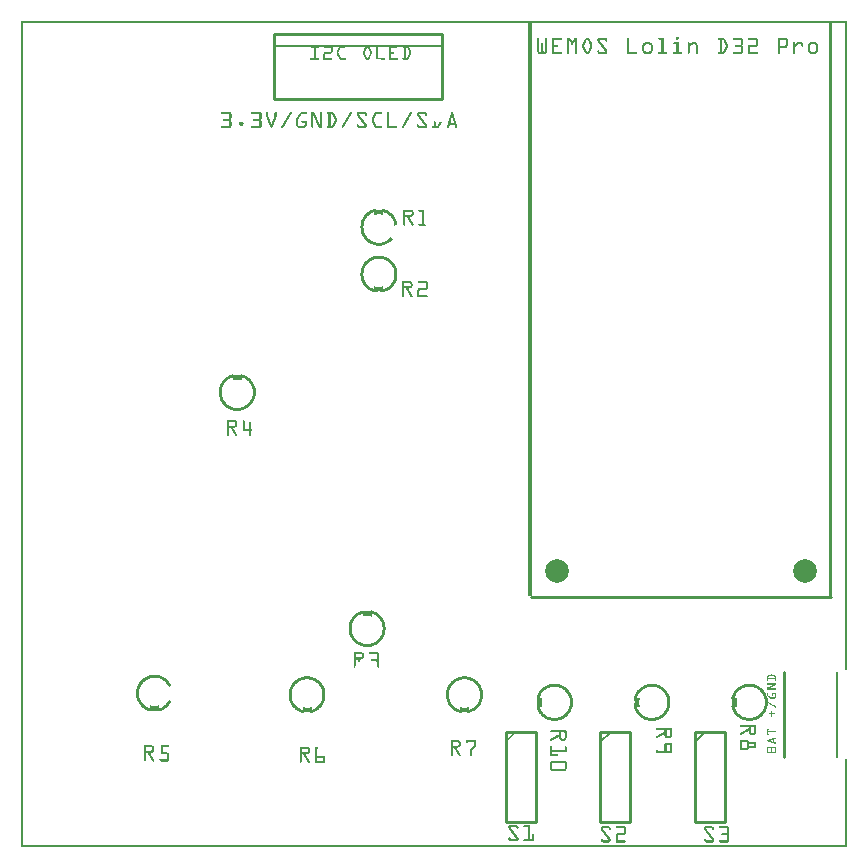
<source format=gto>
G04 MADE WITH FRITZING*
G04 WWW.FRITZING.ORG*
G04 DOUBLE SIDED*
G04 HOLES PLATED*
G04 CONTOUR ON CENTER OF CONTOUR VECTOR*
%ASAXBY*%
%FSLAX23Y23*%
%MOIN*%
%OFA0B0*%
%SFA1.0B1.0*%
%ADD10C,0.078740*%
%ADD11C,0.011334*%
%ADD12C,0.010000*%
%ADD13C,0.005000*%
%ADD14R,0.001000X0.001000*%
%LNSILK1*%
G90*
G70*
G54D10*
X2614Y921D03*
X1786Y922D03*
G54D11*
X2702Y837D02*
X1702Y837D01*
G54D12*
D02*
X1617Y386D02*
X1617Y86D01*
D02*
X1617Y86D02*
X1717Y86D01*
D02*
X1717Y86D02*
X1717Y386D01*
D02*
X1717Y386D02*
X1617Y386D01*
D02*
X1932Y386D02*
X1932Y86D01*
D02*
X1932Y86D02*
X2032Y86D01*
D02*
X2032Y86D02*
X2032Y386D01*
D02*
X2032Y386D02*
X1932Y386D01*
G54D13*
D02*
X1932Y351D02*
X1967Y386D01*
G54D12*
D02*
X2247Y386D02*
X2247Y86D01*
D02*
X2247Y86D02*
X2347Y86D01*
D02*
X2347Y86D02*
X2347Y386D01*
D02*
X2347Y386D02*
X2247Y386D01*
G54D13*
D02*
X2247Y351D02*
X2282Y386D01*
G54D12*
D02*
X2544Y587D02*
X2544Y302D01*
G54D13*
D02*
X2720Y302D02*
X2720Y587D01*
G54D12*
D02*
X843Y2495D02*
X1404Y2495D01*
D02*
X1404Y2495D02*
X1404Y2711D01*
D02*
X1404Y2711D02*
X843Y2711D01*
D02*
X843Y2711D02*
X843Y2495D01*
G54D13*
D02*
X1404Y2671D02*
X843Y2671D01*
G54D14*
X0Y2756D02*
X2754Y2756D01*
X0Y2755D02*
X2754Y2755D01*
X0Y2754D02*
X2754Y2754D01*
X0Y2753D02*
X2754Y2753D01*
X0Y2752D02*
X2754Y2752D01*
X0Y2751D02*
X2754Y2751D01*
X0Y2750D02*
X2754Y2750D01*
X0Y2749D02*
X2754Y2749D01*
X0Y2748D02*
X7Y2748D01*
X1692Y2748D02*
X1702Y2748D01*
X2696Y2748D02*
X2705Y2748D01*
X2747Y2748D02*
X2754Y2748D01*
X0Y2747D02*
X7Y2747D01*
X1692Y2747D02*
X1702Y2747D01*
X2696Y2747D02*
X2705Y2747D01*
X2747Y2747D02*
X2754Y2747D01*
X0Y2746D02*
X7Y2746D01*
X1692Y2746D02*
X1702Y2746D01*
X2696Y2746D02*
X2705Y2746D01*
X2747Y2746D02*
X2754Y2746D01*
X0Y2745D02*
X7Y2745D01*
X1692Y2745D02*
X1702Y2745D01*
X2696Y2745D02*
X2705Y2745D01*
X2747Y2745D02*
X2754Y2745D01*
X0Y2744D02*
X7Y2744D01*
X1692Y2744D02*
X1702Y2744D01*
X2696Y2744D02*
X2705Y2744D01*
X2747Y2744D02*
X2754Y2744D01*
X0Y2743D02*
X7Y2743D01*
X1692Y2743D02*
X1702Y2743D01*
X2696Y2743D02*
X2705Y2743D01*
X2747Y2743D02*
X2754Y2743D01*
X0Y2742D02*
X7Y2742D01*
X1692Y2742D02*
X1702Y2742D01*
X2696Y2742D02*
X2705Y2742D01*
X2747Y2742D02*
X2754Y2742D01*
X0Y2741D02*
X7Y2741D01*
X1692Y2741D02*
X1702Y2741D01*
X2696Y2741D02*
X2705Y2741D01*
X2747Y2741D02*
X2754Y2741D01*
X0Y2740D02*
X7Y2740D01*
X1692Y2740D02*
X1702Y2740D01*
X2696Y2740D02*
X2705Y2740D01*
X2747Y2740D02*
X2754Y2740D01*
X0Y2739D02*
X7Y2739D01*
X1692Y2739D02*
X1702Y2739D01*
X2696Y2739D02*
X2705Y2739D01*
X2747Y2739D02*
X2754Y2739D01*
X0Y2738D02*
X7Y2738D01*
X1692Y2738D02*
X1702Y2738D01*
X2696Y2738D02*
X2705Y2738D01*
X2747Y2738D02*
X2754Y2738D01*
X0Y2737D02*
X7Y2737D01*
X1692Y2737D02*
X1702Y2737D01*
X2696Y2737D02*
X2705Y2737D01*
X2747Y2737D02*
X2754Y2737D01*
X0Y2736D02*
X7Y2736D01*
X1692Y2736D02*
X1702Y2736D01*
X2696Y2736D02*
X2705Y2736D01*
X2747Y2736D02*
X2754Y2736D01*
X0Y2735D02*
X7Y2735D01*
X1692Y2735D02*
X1702Y2735D01*
X2696Y2735D02*
X2705Y2735D01*
X2747Y2735D02*
X2754Y2735D01*
X0Y2734D02*
X7Y2734D01*
X1692Y2734D02*
X1702Y2734D01*
X2696Y2734D02*
X2705Y2734D01*
X2747Y2734D02*
X2754Y2734D01*
X0Y2733D02*
X7Y2733D01*
X1692Y2733D02*
X1702Y2733D01*
X2696Y2733D02*
X2705Y2733D01*
X2747Y2733D02*
X2754Y2733D01*
X0Y2732D02*
X7Y2732D01*
X1692Y2732D02*
X1702Y2732D01*
X2696Y2732D02*
X2705Y2732D01*
X2747Y2732D02*
X2754Y2732D01*
X0Y2731D02*
X7Y2731D01*
X1692Y2731D02*
X1702Y2731D01*
X2696Y2731D02*
X2705Y2731D01*
X2747Y2731D02*
X2754Y2731D01*
X0Y2730D02*
X7Y2730D01*
X1692Y2730D02*
X1702Y2730D01*
X2696Y2730D02*
X2705Y2730D01*
X2747Y2730D02*
X2754Y2730D01*
X0Y2729D02*
X7Y2729D01*
X1692Y2729D02*
X1702Y2729D01*
X2696Y2729D02*
X2705Y2729D01*
X2747Y2729D02*
X2754Y2729D01*
X0Y2728D02*
X7Y2728D01*
X1692Y2728D02*
X1702Y2728D01*
X2696Y2728D02*
X2705Y2728D01*
X2747Y2728D02*
X2754Y2728D01*
X0Y2727D02*
X7Y2727D01*
X1692Y2727D02*
X1702Y2727D01*
X2696Y2727D02*
X2705Y2727D01*
X2747Y2727D02*
X2754Y2727D01*
X0Y2726D02*
X7Y2726D01*
X1692Y2726D02*
X1702Y2726D01*
X2696Y2726D02*
X2705Y2726D01*
X2747Y2726D02*
X2754Y2726D01*
X0Y2725D02*
X7Y2725D01*
X1692Y2725D02*
X1702Y2725D01*
X2696Y2725D02*
X2705Y2725D01*
X2747Y2725D02*
X2754Y2725D01*
X0Y2724D02*
X7Y2724D01*
X1692Y2724D02*
X1702Y2724D01*
X2696Y2724D02*
X2705Y2724D01*
X2747Y2724D02*
X2754Y2724D01*
X0Y2723D02*
X7Y2723D01*
X1692Y2723D02*
X1702Y2723D01*
X2696Y2723D02*
X2705Y2723D01*
X2747Y2723D02*
X2754Y2723D01*
X0Y2722D02*
X7Y2722D01*
X1692Y2722D02*
X1702Y2722D01*
X2696Y2722D02*
X2705Y2722D01*
X2747Y2722D02*
X2754Y2722D01*
X0Y2721D02*
X7Y2721D01*
X1692Y2721D02*
X1702Y2721D01*
X2696Y2721D02*
X2705Y2721D01*
X2747Y2721D02*
X2754Y2721D01*
X0Y2720D02*
X7Y2720D01*
X1692Y2720D02*
X1702Y2720D01*
X2696Y2720D02*
X2705Y2720D01*
X2747Y2720D02*
X2754Y2720D01*
X0Y2719D02*
X7Y2719D01*
X1692Y2719D02*
X1702Y2719D01*
X2696Y2719D02*
X2705Y2719D01*
X2747Y2719D02*
X2754Y2719D01*
X0Y2718D02*
X7Y2718D01*
X1692Y2718D02*
X1702Y2718D01*
X2696Y2718D02*
X2705Y2718D01*
X2747Y2718D02*
X2754Y2718D01*
X0Y2717D02*
X7Y2717D01*
X1692Y2717D02*
X1702Y2717D01*
X2696Y2717D02*
X2705Y2717D01*
X2747Y2717D02*
X2754Y2717D01*
X0Y2716D02*
X7Y2716D01*
X1692Y2716D02*
X1702Y2716D01*
X2696Y2716D02*
X2705Y2716D01*
X2747Y2716D02*
X2754Y2716D01*
X0Y2715D02*
X7Y2715D01*
X1692Y2715D02*
X1702Y2715D01*
X2696Y2715D02*
X2705Y2715D01*
X2747Y2715D02*
X2754Y2715D01*
X0Y2714D02*
X7Y2714D01*
X1692Y2714D02*
X1702Y2714D01*
X2696Y2714D02*
X2705Y2714D01*
X2747Y2714D02*
X2754Y2714D01*
X0Y2713D02*
X7Y2713D01*
X1692Y2713D02*
X1702Y2713D01*
X2696Y2713D02*
X2705Y2713D01*
X2747Y2713D02*
X2754Y2713D01*
X0Y2712D02*
X7Y2712D01*
X1692Y2712D02*
X1702Y2712D01*
X2696Y2712D02*
X2705Y2712D01*
X2747Y2712D02*
X2754Y2712D01*
X0Y2711D02*
X7Y2711D01*
X1692Y2711D02*
X1702Y2711D01*
X2696Y2711D02*
X2705Y2711D01*
X2747Y2711D02*
X2754Y2711D01*
X0Y2710D02*
X7Y2710D01*
X1692Y2710D02*
X1702Y2710D01*
X2696Y2710D02*
X2705Y2710D01*
X2747Y2710D02*
X2754Y2710D01*
X0Y2709D02*
X7Y2709D01*
X1692Y2709D02*
X1702Y2709D01*
X2696Y2709D02*
X2705Y2709D01*
X2747Y2709D02*
X2754Y2709D01*
X0Y2708D02*
X7Y2708D01*
X1692Y2708D02*
X1702Y2708D01*
X2696Y2708D02*
X2705Y2708D01*
X2747Y2708D02*
X2754Y2708D01*
X0Y2707D02*
X7Y2707D01*
X1692Y2707D02*
X1702Y2707D01*
X2696Y2707D02*
X2705Y2707D01*
X2747Y2707D02*
X2754Y2707D01*
X0Y2706D02*
X7Y2706D01*
X1692Y2706D02*
X1702Y2706D01*
X2696Y2706D02*
X2705Y2706D01*
X2747Y2706D02*
X2754Y2706D01*
X0Y2705D02*
X7Y2705D01*
X1692Y2705D02*
X1702Y2705D01*
X2696Y2705D02*
X2705Y2705D01*
X2747Y2705D02*
X2754Y2705D01*
X0Y2704D02*
X7Y2704D01*
X1692Y2704D02*
X1702Y2704D01*
X2696Y2704D02*
X2705Y2704D01*
X2747Y2704D02*
X2754Y2704D01*
X0Y2703D02*
X7Y2703D01*
X1692Y2703D02*
X1702Y2703D01*
X2186Y2703D02*
X2189Y2703D01*
X2696Y2703D02*
X2705Y2703D01*
X2747Y2703D02*
X2754Y2703D01*
X0Y2702D02*
X7Y2702D01*
X1692Y2702D02*
X1702Y2702D01*
X2184Y2702D02*
X2191Y2702D01*
X2696Y2702D02*
X2705Y2702D01*
X2747Y2702D02*
X2754Y2702D01*
X0Y2701D02*
X7Y2701D01*
X1692Y2701D02*
X1702Y2701D01*
X2183Y2701D02*
X2192Y2701D01*
X2696Y2701D02*
X2705Y2701D01*
X2747Y2701D02*
X2754Y2701D01*
X0Y2700D02*
X7Y2700D01*
X1692Y2700D02*
X1702Y2700D01*
X1724Y2700D02*
X1724Y2700D01*
X1751Y2700D02*
X1752Y2700D01*
X1771Y2700D02*
X1802Y2700D01*
X1822Y2700D02*
X1829Y2700D01*
X1847Y2700D02*
X1855Y2700D01*
X1888Y2700D02*
X1889Y2700D01*
X1928Y2700D02*
X1947Y2700D01*
X2025Y2700D02*
X2025Y2700D01*
X2129Y2700D02*
X2140Y2700D01*
X2183Y2700D02*
X2192Y2700D01*
X2326Y2700D02*
X2340Y2700D01*
X2376Y2700D02*
X2401Y2700D01*
X2426Y2700D02*
X2452Y2700D01*
X2524Y2700D02*
X2549Y2700D01*
X2696Y2700D02*
X2705Y2700D01*
X2747Y2700D02*
X2754Y2700D01*
X0Y2699D02*
X7Y2699D01*
X1692Y2699D02*
X1702Y2699D01*
X1722Y2699D02*
X1726Y2699D01*
X1749Y2699D02*
X1754Y2699D01*
X1771Y2699D02*
X1804Y2699D01*
X1821Y2699D02*
X1830Y2699D01*
X1846Y2699D02*
X1855Y2699D01*
X1884Y2699D02*
X1892Y2699D01*
X1926Y2699D02*
X1950Y2699D01*
X2023Y2699D02*
X2027Y2699D01*
X2127Y2699D02*
X2141Y2699D01*
X2183Y2699D02*
X2192Y2699D01*
X2324Y2699D02*
X2343Y2699D01*
X2374Y2699D02*
X2404Y2699D01*
X2425Y2699D02*
X2454Y2699D01*
X2524Y2699D02*
X2552Y2699D01*
X2696Y2699D02*
X2705Y2699D01*
X2747Y2699D02*
X2754Y2699D01*
X0Y2698D02*
X7Y2698D01*
X1692Y2698D02*
X1702Y2698D01*
X1721Y2698D02*
X1727Y2698D01*
X1749Y2698D02*
X1754Y2698D01*
X1771Y2698D02*
X1804Y2698D01*
X1821Y2698D02*
X1831Y2698D01*
X1846Y2698D02*
X1855Y2698D01*
X1883Y2698D02*
X1894Y2698D01*
X1924Y2698D02*
X1952Y2698D01*
X2022Y2698D02*
X2028Y2698D01*
X2126Y2698D02*
X2142Y2698D01*
X2183Y2698D02*
X2192Y2698D01*
X2324Y2698D02*
X2345Y2698D01*
X2374Y2698D02*
X2405Y2698D01*
X2424Y2698D02*
X2455Y2698D01*
X2524Y2698D02*
X2553Y2698D01*
X2696Y2698D02*
X2705Y2698D01*
X2747Y2698D02*
X2754Y2698D01*
X0Y2697D02*
X7Y2697D01*
X1692Y2697D02*
X1702Y2697D01*
X1721Y2697D02*
X1727Y2697D01*
X1749Y2697D02*
X1754Y2697D01*
X1771Y2697D02*
X1805Y2697D01*
X1821Y2697D02*
X1831Y2697D01*
X1845Y2697D02*
X1855Y2697D01*
X1882Y2697D02*
X1895Y2697D01*
X1923Y2697D02*
X1953Y2697D01*
X2022Y2697D02*
X2028Y2697D01*
X2126Y2697D02*
X2142Y2697D01*
X2183Y2697D02*
X2192Y2697D01*
X2323Y2697D02*
X2346Y2697D01*
X2373Y2697D02*
X2406Y2697D01*
X2424Y2697D02*
X2456Y2697D01*
X2524Y2697D02*
X2554Y2697D01*
X2696Y2697D02*
X2705Y2697D01*
X2747Y2697D02*
X2754Y2697D01*
X0Y2696D02*
X7Y2696D01*
X1692Y2696D02*
X1702Y2696D01*
X1721Y2696D02*
X1727Y2696D01*
X1749Y2696D02*
X1755Y2696D01*
X1771Y2696D02*
X1805Y2696D01*
X1821Y2696D02*
X1832Y2696D01*
X1844Y2696D02*
X1855Y2696D01*
X1881Y2696D02*
X1895Y2696D01*
X1923Y2696D02*
X1954Y2696D01*
X2022Y2696D02*
X2028Y2696D01*
X2126Y2696D02*
X2142Y2696D01*
X2183Y2696D02*
X2192Y2696D01*
X2323Y2696D02*
X2347Y2696D01*
X2374Y2696D02*
X2406Y2696D01*
X2424Y2696D02*
X2457Y2696D01*
X2524Y2696D02*
X2555Y2696D01*
X2696Y2696D02*
X2705Y2696D01*
X2747Y2696D02*
X2754Y2696D01*
X0Y2695D02*
X7Y2695D01*
X1692Y2695D02*
X1702Y2695D01*
X1721Y2695D02*
X1727Y2695D01*
X1749Y2695D02*
X1755Y2695D01*
X1771Y2695D02*
X1804Y2695D01*
X1821Y2695D02*
X1833Y2695D01*
X1844Y2695D02*
X1855Y2695D01*
X1881Y2695D02*
X1896Y2695D01*
X1922Y2695D02*
X1954Y2695D01*
X2022Y2695D02*
X2028Y2695D01*
X2126Y2695D02*
X2142Y2695D01*
X2183Y2695D02*
X2192Y2695D01*
X2324Y2695D02*
X2348Y2695D01*
X2374Y2695D02*
X2407Y2695D01*
X2424Y2695D02*
X2457Y2695D01*
X2524Y2695D02*
X2556Y2695D01*
X2696Y2695D02*
X2705Y2695D01*
X2747Y2695D02*
X2754Y2695D01*
X0Y2694D02*
X7Y2694D01*
X1692Y2694D02*
X1702Y2694D01*
X1721Y2694D02*
X1727Y2694D01*
X1749Y2694D02*
X1755Y2694D01*
X1771Y2694D02*
X1803Y2694D01*
X1821Y2694D02*
X1833Y2694D01*
X1843Y2694D02*
X1855Y2694D01*
X1880Y2694D02*
X1897Y2694D01*
X1922Y2694D02*
X1955Y2694D01*
X2022Y2694D02*
X2028Y2694D01*
X2127Y2694D02*
X2142Y2694D01*
X2184Y2694D02*
X2191Y2694D01*
X2325Y2694D02*
X2348Y2694D01*
X2375Y2694D02*
X2407Y2694D01*
X2425Y2694D02*
X2457Y2694D01*
X2524Y2694D02*
X2557Y2694D01*
X2696Y2694D02*
X2705Y2694D01*
X2747Y2694D02*
X2754Y2694D01*
X0Y2693D02*
X7Y2693D01*
X1692Y2693D02*
X1702Y2693D01*
X1721Y2693D02*
X1727Y2693D01*
X1749Y2693D02*
X1755Y2693D01*
X1771Y2693D02*
X1777Y2693D01*
X1821Y2693D02*
X1834Y2693D01*
X1842Y2693D02*
X1855Y2693D01*
X1880Y2693D02*
X1887Y2693D01*
X1889Y2693D02*
X1897Y2693D01*
X1922Y2693D02*
X1928Y2693D01*
X1948Y2693D02*
X1955Y2693D01*
X2022Y2693D02*
X2028Y2693D01*
X2136Y2693D02*
X2142Y2693D01*
X2330Y2693D02*
X2336Y2693D01*
X2341Y2693D02*
X2349Y2693D01*
X2401Y2693D02*
X2407Y2693D01*
X2451Y2693D02*
X2457Y2693D01*
X2524Y2693D02*
X2530Y2693D01*
X2549Y2693D02*
X2557Y2693D01*
X2696Y2693D02*
X2705Y2693D01*
X2747Y2693D02*
X2754Y2693D01*
X0Y2692D02*
X7Y2692D01*
X1692Y2692D02*
X1702Y2692D01*
X1721Y2692D02*
X1727Y2692D01*
X1749Y2692D02*
X1755Y2692D01*
X1771Y2692D02*
X1777Y2692D01*
X1821Y2692D02*
X1835Y2692D01*
X1841Y2692D02*
X1855Y2692D01*
X1879Y2692D02*
X1886Y2692D01*
X1891Y2692D02*
X1898Y2692D01*
X1922Y2692D02*
X1928Y2692D01*
X1949Y2692D02*
X1955Y2692D01*
X2022Y2692D02*
X2028Y2692D01*
X2136Y2692D02*
X2142Y2692D01*
X2330Y2692D02*
X2336Y2692D01*
X2342Y2692D02*
X2349Y2692D01*
X2401Y2692D02*
X2407Y2692D01*
X2451Y2692D02*
X2457Y2692D01*
X2524Y2692D02*
X2530Y2692D01*
X2551Y2692D02*
X2557Y2692D01*
X2696Y2692D02*
X2705Y2692D01*
X2747Y2692D02*
X2754Y2692D01*
X0Y2691D02*
X7Y2691D01*
X1692Y2691D02*
X1702Y2691D01*
X1721Y2691D02*
X1727Y2691D01*
X1749Y2691D02*
X1755Y2691D01*
X1771Y2691D02*
X1777Y2691D01*
X1821Y2691D02*
X1836Y2691D01*
X1841Y2691D02*
X1855Y2691D01*
X1879Y2691D02*
X1885Y2691D01*
X1891Y2691D02*
X1898Y2691D01*
X1922Y2691D02*
X1929Y2691D01*
X1949Y2691D02*
X1955Y2691D01*
X2022Y2691D02*
X2028Y2691D01*
X2136Y2691D02*
X2142Y2691D01*
X2330Y2691D02*
X2336Y2691D01*
X2343Y2691D02*
X2350Y2691D01*
X2401Y2691D02*
X2407Y2691D01*
X2451Y2691D02*
X2457Y2691D01*
X2524Y2691D02*
X2530Y2691D01*
X2551Y2691D02*
X2557Y2691D01*
X2696Y2691D02*
X2705Y2691D01*
X2747Y2691D02*
X2754Y2691D01*
X0Y2690D02*
X7Y2690D01*
X1692Y2690D02*
X1702Y2690D01*
X1721Y2690D02*
X1727Y2690D01*
X1749Y2690D02*
X1755Y2690D01*
X1771Y2690D02*
X1777Y2690D01*
X1821Y2690D02*
X1836Y2690D01*
X1840Y2690D02*
X1855Y2690D01*
X1878Y2690D02*
X1885Y2690D01*
X1892Y2690D02*
X1899Y2690D01*
X1922Y2690D02*
X1929Y2690D01*
X1949Y2690D02*
X1955Y2690D01*
X2022Y2690D02*
X2028Y2690D01*
X2136Y2690D02*
X2142Y2690D01*
X2330Y2690D02*
X2336Y2690D01*
X2343Y2690D02*
X2350Y2690D01*
X2401Y2690D02*
X2407Y2690D01*
X2451Y2690D02*
X2457Y2690D01*
X2524Y2690D02*
X2530Y2690D01*
X2551Y2690D02*
X2558Y2690D01*
X2696Y2690D02*
X2705Y2690D01*
X2747Y2690D02*
X2754Y2690D01*
X0Y2689D02*
X7Y2689D01*
X1692Y2689D02*
X1702Y2689D01*
X1721Y2689D02*
X1727Y2689D01*
X1749Y2689D02*
X1755Y2689D01*
X1771Y2689D02*
X1777Y2689D01*
X1821Y2689D02*
X1827Y2689D01*
X1829Y2689D02*
X1837Y2689D01*
X1839Y2689D02*
X1847Y2689D01*
X1849Y2689D02*
X1855Y2689D01*
X1878Y2689D02*
X1884Y2689D01*
X1892Y2689D02*
X1899Y2689D01*
X1922Y2689D02*
X1930Y2689D01*
X1950Y2689D02*
X1955Y2689D01*
X2022Y2689D02*
X2028Y2689D01*
X2136Y2689D02*
X2142Y2689D01*
X2330Y2689D02*
X2336Y2689D01*
X2344Y2689D02*
X2351Y2689D01*
X2401Y2689D02*
X2407Y2689D01*
X2451Y2689D02*
X2457Y2689D01*
X2524Y2689D02*
X2530Y2689D01*
X2552Y2689D02*
X2558Y2689D01*
X2696Y2689D02*
X2705Y2689D01*
X2747Y2689D02*
X2754Y2689D01*
X0Y2688D02*
X7Y2688D01*
X1692Y2688D02*
X1702Y2688D01*
X1721Y2688D02*
X1727Y2688D01*
X1749Y2688D02*
X1755Y2688D01*
X1771Y2688D02*
X1777Y2688D01*
X1821Y2688D02*
X1827Y2688D01*
X1830Y2688D02*
X1846Y2688D01*
X1849Y2688D02*
X1855Y2688D01*
X1877Y2688D02*
X1884Y2688D01*
X1893Y2688D02*
X1900Y2688D01*
X1923Y2688D02*
X1931Y2688D01*
X1951Y2688D02*
X1954Y2688D01*
X2022Y2688D02*
X2028Y2688D01*
X2136Y2688D02*
X2142Y2688D01*
X2330Y2688D02*
X2336Y2688D01*
X2344Y2688D02*
X2351Y2688D01*
X2401Y2688D02*
X2407Y2688D01*
X2451Y2688D02*
X2457Y2688D01*
X2524Y2688D02*
X2530Y2688D01*
X2552Y2688D02*
X2558Y2688D01*
X2696Y2688D02*
X2705Y2688D01*
X2747Y2688D02*
X2754Y2688D01*
X0Y2687D02*
X7Y2687D01*
X1692Y2687D02*
X1702Y2687D01*
X1721Y2687D02*
X1727Y2687D01*
X1749Y2687D02*
X1755Y2687D01*
X1771Y2687D02*
X1777Y2687D01*
X1821Y2687D02*
X1827Y2687D01*
X1831Y2687D02*
X1845Y2687D01*
X1849Y2687D02*
X1855Y2687D01*
X1877Y2687D02*
X1883Y2687D01*
X1893Y2687D02*
X1900Y2687D01*
X1924Y2687D02*
X1932Y2687D01*
X2022Y2687D02*
X2028Y2687D01*
X2136Y2687D02*
X2142Y2687D01*
X2330Y2687D02*
X2336Y2687D01*
X2345Y2687D02*
X2352Y2687D01*
X2401Y2687D02*
X2407Y2687D01*
X2451Y2687D02*
X2457Y2687D01*
X2524Y2687D02*
X2530Y2687D01*
X2552Y2687D02*
X2558Y2687D01*
X2696Y2687D02*
X2705Y2687D01*
X2747Y2687D02*
X2754Y2687D01*
X0Y2686D02*
X7Y2686D01*
X1692Y2686D02*
X1702Y2686D01*
X1721Y2686D02*
X1727Y2686D01*
X1749Y2686D02*
X1755Y2686D01*
X1771Y2686D02*
X1777Y2686D01*
X1821Y2686D02*
X1827Y2686D01*
X1831Y2686D02*
X1845Y2686D01*
X1849Y2686D02*
X1855Y2686D01*
X1876Y2686D02*
X1883Y2686D01*
X1894Y2686D02*
X1901Y2686D01*
X1924Y2686D02*
X1932Y2686D01*
X2022Y2686D02*
X2028Y2686D01*
X2136Y2686D02*
X2142Y2686D01*
X2330Y2686D02*
X2336Y2686D01*
X2345Y2686D02*
X2352Y2686D01*
X2401Y2686D02*
X2407Y2686D01*
X2451Y2686D02*
X2457Y2686D01*
X2524Y2686D02*
X2530Y2686D01*
X2552Y2686D02*
X2558Y2686D01*
X2696Y2686D02*
X2705Y2686D01*
X2747Y2686D02*
X2754Y2686D01*
X0Y2685D02*
X7Y2685D01*
X1692Y2685D02*
X1702Y2685D01*
X1721Y2685D02*
X1727Y2685D01*
X1749Y2685D02*
X1755Y2685D01*
X1771Y2685D02*
X1777Y2685D01*
X1821Y2685D02*
X1827Y2685D01*
X1832Y2685D02*
X1844Y2685D01*
X1849Y2685D02*
X1855Y2685D01*
X1876Y2685D02*
X1882Y2685D01*
X1894Y2685D02*
X1901Y2685D01*
X1925Y2685D02*
X1933Y2685D01*
X2022Y2685D02*
X2028Y2685D01*
X2082Y2685D02*
X2096Y2685D01*
X2136Y2685D02*
X2142Y2685D01*
X2178Y2685D02*
X2191Y2685D01*
X2225Y2685D02*
X2227Y2685D01*
X2239Y2685D02*
X2248Y2685D01*
X2330Y2685D02*
X2336Y2685D01*
X2346Y2685D02*
X2353Y2685D01*
X2401Y2685D02*
X2407Y2685D01*
X2451Y2685D02*
X2457Y2685D01*
X2524Y2685D02*
X2530Y2685D01*
X2552Y2685D02*
X2558Y2685D01*
X2576Y2685D02*
X2578Y2685D01*
X2590Y2685D02*
X2600Y2685D01*
X2634Y2685D02*
X2648Y2685D01*
X2696Y2685D02*
X2705Y2685D01*
X2747Y2685D02*
X2754Y2685D01*
X0Y2684D02*
X7Y2684D01*
X1692Y2684D02*
X1702Y2684D01*
X1721Y2684D02*
X1727Y2684D01*
X1749Y2684D02*
X1755Y2684D01*
X1771Y2684D02*
X1777Y2684D01*
X1821Y2684D02*
X1827Y2684D01*
X1833Y2684D02*
X1843Y2684D01*
X1849Y2684D02*
X1855Y2684D01*
X1875Y2684D02*
X1882Y2684D01*
X1895Y2684D02*
X1902Y2684D01*
X1926Y2684D02*
X1934Y2684D01*
X2022Y2684D02*
X2028Y2684D01*
X2080Y2684D02*
X2098Y2684D01*
X2136Y2684D02*
X2142Y2684D01*
X2177Y2684D02*
X2192Y2684D01*
X2224Y2684D02*
X2228Y2684D01*
X2237Y2684D02*
X2250Y2684D01*
X2330Y2684D02*
X2336Y2684D01*
X2346Y2684D02*
X2353Y2684D01*
X2401Y2684D02*
X2407Y2684D01*
X2451Y2684D02*
X2457Y2684D01*
X2524Y2684D02*
X2530Y2684D01*
X2552Y2684D02*
X2558Y2684D01*
X2575Y2684D02*
X2579Y2684D01*
X2588Y2684D02*
X2603Y2684D01*
X2632Y2684D02*
X2650Y2684D01*
X2696Y2684D02*
X2705Y2684D01*
X2747Y2684D02*
X2754Y2684D01*
X0Y2683D02*
X7Y2683D01*
X1692Y2683D02*
X1702Y2683D01*
X1721Y2683D02*
X1727Y2683D01*
X1749Y2683D02*
X1755Y2683D01*
X1771Y2683D02*
X1777Y2683D01*
X1821Y2683D02*
X1827Y2683D01*
X1834Y2683D02*
X1843Y2683D01*
X1849Y2683D02*
X1855Y2683D01*
X1875Y2683D02*
X1881Y2683D01*
X1895Y2683D02*
X1902Y2683D01*
X1927Y2683D02*
X1935Y2683D01*
X2022Y2683D02*
X2028Y2683D01*
X2079Y2683D02*
X2100Y2683D01*
X2136Y2683D02*
X2142Y2683D01*
X2176Y2683D02*
X2192Y2683D01*
X2223Y2683D02*
X2229Y2683D01*
X2235Y2683D02*
X2252Y2683D01*
X2330Y2683D02*
X2336Y2683D01*
X2347Y2683D02*
X2354Y2683D01*
X2401Y2683D02*
X2407Y2683D01*
X2451Y2683D02*
X2457Y2683D01*
X2524Y2683D02*
X2530Y2683D01*
X2552Y2683D02*
X2558Y2683D01*
X2574Y2683D02*
X2580Y2683D01*
X2587Y2683D02*
X2604Y2683D01*
X2631Y2683D02*
X2652Y2683D01*
X2696Y2683D02*
X2705Y2683D01*
X2747Y2683D02*
X2754Y2683D01*
X0Y2682D02*
X7Y2682D01*
X1692Y2682D02*
X1702Y2682D01*
X1721Y2682D02*
X1727Y2682D01*
X1737Y2682D02*
X1739Y2682D01*
X1749Y2682D02*
X1755Y2682D01*
X1771Y2682D02*
X1777Y2682D01*
X1821Y2682D02*
X1827Y2682D01*
X1834Y2682D02*
X1842Y2682D01*
X1849Y2682D02*
X1855Y2682D01*
X1874Y2682D02*
X1881Y2682D01*
X1896Y2682D02*
X1902Y2682D01*
X1927Y2682D02*
X1935Y2682D01*
X2022Y2682D02*
X2028Y2682D01*
X2077Y2682D02*
X2101Y2682D01*
X2136Y2682D02*
X2142Y2682D01*
X2176Y2682D02*
X2192Y2682D01*
X2223Y2682D02*
X2229Y2682D01*
X2234Y2682D02*
X2253Y2682D01*
X2330Y2682D02*
X2336Y2682D01*
X2347Y2682D02*
X2354Y2682D01*
X2401Y2682D02*
X2407Y2682D01*
X2451Y2682D02*
X2457Y2682D01*
X2524Y2682D02*
X2530Y2682D01*
X2552Y2682D02*
X2558Y2682D01*
X2574Y2682D02*
X2580Y2682D01*
X2586Y2682D02*
X2605Y2682D01*
X2629Y2682D02*
X2653Y2682D01*
X2696Y2682D02*
X2705Y2682D01*
X2747Y2682D02*
X2754Y2682D01*
X0Y2681D02*
X7Y2681D01*
X1692Y2681D02*
X1702Y2681D01*
X1721Y2681D02*
X1727Y2681D01*
X1735Y2681D02*
X1740Y2681D01*
X1749Y2681D02*
X1755Y2681D01*
X1771Y2681D02*
X1777Y2681D01*
X1821Y2681D02*
X1827Y2681D01*
X1835Y2681D02*
X1841Y2681D01*
X1849Y2681D02*
X1855Y2681D01*
X1874Y2681D02*
X1880Y2681D01*
X1896Y2681D02*
X1903Y2681D01*
X1928Y2681D02*
X1936Y2681D01*
X2022Y2681D02*
X2028Y2681D01*
X2076Y2681D02*
X2102Y2681D01*
X2136Y2681D02*
X2142Y2681D01*
X2176Y2681D02*
X2192Y2681D01*
X2223Y2681D02*
X2229Y2681D01*
X2232Y2681D02*
X2254Y2681D01*
X2330Y2681D02*
X2336Y2681D01*
X2348Y2681D02*
X2355Y2681D01*
X2401Y2681D02*
X2407Y2681D01*
X2451Y2681D02*
X2457Y2681D01*
X2524Y2681D02*
X2530Y2681D01*
X2552Y2681D02*
X2558Y2681D01*
X2574Y2681D02*
X2580Y2681D01*
X2585Y2681D02*
X2606Y2681D01*
X2628Y2681D02*
X2654Y2681D01*
X2696Y2681D02*
X2705Y2681D01*
X2747Y2681D02*
X2754Y2681D01*
X0Y2680D02*
X7Y2680D01*
X1692Y2680D02*
X1702Y2680D01*
X1721Y2680D02*
X1727Y2680D01*
X1735Y2680D02*
X1741Y2680D01*
X1749Y2680D02*
X1755Y2680D01*
X1771Y2680D02*
X1777Y2680D01*
X1821Y2680D02*
X1827Y2680D01*
X1835Y2680D02*
X1841Y2680D01*
X1849Y2680D02*
X1855Y2680D01*
X1873Y2680D02*
X1880Y2680D01*
X1897Y2680D02*
X1903Y2680D01*
X1929Y2680D02*
X1937Y2680D01*
X2022Y2680D02*
X2028Y2680D01*
X2075Y2680D02*
X2103Y2680D01*
X2136Y2680D02*
X2142Y2680D01*
X2177Y2680D02*
X2192Y2680D01*
X2223Y2680D02*
X2229Y2680D01*
X2231Y2680D02*
X2254Y2680D01*
X2330Y2680D02*
X2336Y2680D01*
X2348Y2680D02*
X2355Y2680D01*
X2401Y2680D02*
X2407Y2680D01*
X2451Y2680D02*
X2457Y2680D01*
X2524Y2680D02*
X2530Y2680D01*
X2552Y2680D02*
X2558Y2680D01*
X2574Y2680D02*
X2580Y2680D01*
X2584Y2680D02*
X2606Y2680D01*
X2627Y2680D02*
X2655Y2680D01*
X2696Y2680D02*
X2705Y2680D01*
X2747Y2680D02*
X2754Y2680D01*
X0Y2679D02*
X7Y2679D01*
X1692Y2679D02*
X1702Y2679D01*
X1721Y2679D02*
X1727Y2679D01*
X1735Y2679D02*
X1741Y2679D01*
X1749Y2679D02*
X1755Y2679D01*
X1771Y2679D02*
X1777Y2679D01*
X1821Y2679D02*
X1827Y2679D01*
X1835Y2679D02*
X1841Y2679D01*
X1849Y2679D02*
X1855Y2679D01*
X1873Y2679D02*
X1879Y2679D01*
X1897Y2679D02*
X1904Y2679D01*
X1930Y2679D02*
X1938Y2679D01*
X2022Y2679D02*
X2028Y2679D01*
X2074Y2679D02*
X2104Y2679D01*
X2136Y2679D02*
X2142Y2679D01*
X2178Y2679D02*
X2192Y2679D01*
X2223Y2679D02*
X2255Y2679D01*
X2330Y2679D02*
X2336Y2679D01*
X2349Y2679D02*
X2356Y2679D01*
X2401Y2679D02*
X2407Y2679D01*
X2451Y2679D02*
X2457Y2679D01*
X2524Y2679D02*
X2530Y2679D01*
X2552Y2679D02*
X2558Y2679D01*
X2574Y2679D02*
X2580Y2679D01*
X2583Y2679D02*
X2607Y2679D01*
X2626Y2679D02*
X2656Y2679D01*
X2696Y2679D02*
X2705Y2679D01*
X2747Y2679D02*
X2754Y2679D01*
X0Y2678D02*
X7Y2678D01*
X1692Y2678D02*
X1702Y2678D01*
X1721Y2678D02*
X1727Y2678D01*
X1735Y2678D02*
X1741Y2678D01*
X1749Y2678D02*
X1755Y2678D01*
X1771Y2678D02*
X1777Y2678D01*
X1821Y2678D02*
X1827Y2678D01*
X1835Y2678D02*
X1841Y2678D01*
X1849Y2678D02*
X1855Y2678D01*
X1872Y2678D02*
X1879Y2678D01*
X1898Y2678D02*
X1904Y2678D01*
X1931Y2678D02*
X1939Y2678D01*
X2022Y2678D02*
X2028Y2678D01*
X2074Y2678D02*
X2083Y2678D01*
X2096Y2678D02*
X2104Y2678D01*
X2136Y2678D02*
X2142Y2678D01*
X2186Y2678D02*
X2192Y2678D01*
X2223Y2678D02*
X2240Y2678D01*
X2248Y2678D02*
X2255Y2678D01*
X2330Y2678D02*
X2336Y2678D01*
X2349Y2678D02*
X2356Y2678D01*
X2400Y2678D02*
X2407Y2678D01*
X2451Y2678D02*
X2457Y2678D01*
X2524Y2678D02*
X2530Y2678D01*
X2552Y2678D02*
X2558Y2678D01*
X2574Y2678D02*
X2591Y2678D01*
X2600Y2678D02*
X2607Y2678D01*
X2626Y2678D02*
X2635Y2678D01*
X2648Y2678D02*
X2657Y2678D01*
X2696Y2678D02*
X2705Y2678D01*
X2747Y2678D02*
X2754Y2678D01*
X0Y2677D02*
X7Y2677D01*
X1692Y2677D02*
X1702Y2677D01*
X1721Y2677D02*
X1727Y2677D01*
X1735Y2677D02*
X1741Y2677D01*
X1749Y2677D02*
X1755Y2677D01*
X1771Y2677D02*
X1777Y2677D01*
X1821Y2677D02*
X1827Y2677D01*
X1836Y2677D02*
X1840Y2677D01*
X1849Y2677D02*
X1855Y2677D01*
X1872Y2677D02*
X1878Y2677D01*
X1898Y2677D02*
X1905Y2677D01*
X1931Y2677D02*
X1939Y2677D01*
X2022Y2677D02*
X2028Y2677D01*
X2073Y2677D02*
X2081Y2677D01*
X2097Y2677D02*
X2105Y2677D01*
X2136Y2677D02*
X2142Y2677D01*
X2186Y2677D02*
X2192Y2677D01*
X2223Y2677D02*
X2238Y2677D01*
X2249Y2677D02*
X2255Y2677D01*
X2330Y2677D02*
X2336Y2677D01*
X2350Y2677D02*
X2356Y2677D01*
X2399Y2677D02*
X2407Y2677D01*
X2451Y2677D02*
X2457Y2677D01*
X2524Y2677D02*
X2530Y2677D01*
X2552Y2677D02*
X2558Y2677D01*
X2574Y2677D02*
X2590Y2677D01*
X2601Y2677D02*
X2608Y2677D01*
X2625Y2677D02*
X2633Y2677D01*
X2649Y2677D02*
X2657Y2677D01*
X2696Y2677D02*
X2705Y2677D01*
X2747Y2677D02*
X2754Y2677D01*
X0Y2676D02*
X7Y2676D01*
X1692Y2676D02*
X1702Y2676D01*
X1721Y2676D02*
X1727Y2676D01*
X1735Y2676D02*
X1741Y2676D01*
X1749Y2676D02*
X1755Y2676D01*
X1771Y2676D02*
X1789Y2676D01*
X1821Y2676D02*
X1827Y2676D01*
X1837Y2676D02*
X1839Y2676D01*
X1849Y2676D02*
X1855Y2676D01*
X1872Y2676D02*
X1878Y2676D01*
X1899Y2676D02*
X1905Y2676D01*
X1932Y2676D02*
X1940Y2676D01*
X2022Y2676D02*
X2028Y2676D01*
X2073Y2676D02*
X2080Y2676D01*
X2098Y2676D02*
X2105Y2676D01*
X2136Y2676D02*
X2142Y2676D01*
X2186Y2676D02*
X2192Y2676D01*
X2223Y2676D02*
X2236Y2676D01*
X2249Y2676D02*
X2255Y2676D01*
X2330Y2676D02*
X2336Y2676D01*
X2350Y2676D02*
X2357Y2676D01*
X2382Y2676D02*
X2406Y2676D01*
X2428Y2676D02*
X2457Y2676D01*
X2524Y2676D02*
X2530Y2676D01*
X2551Y2676D02*
X2557Y2676D01*
X2574Y2676D02*
X2589Y2676D01*
X2602Y2676D02*
X2608Y2676D01*
X2625Y2676D02*
X2632Y2676D01*
X2650Y2676D02*
X2657Y2676D01*
X2696Y2676D02*
X2705Y2676D01*
X2747Y2676D02*
X2754Y2676D01*
X0Y2675D02*
X7Y2675D01*
X1692Y2675D02*
X1702Y2675D01*
X1721Y2675D02*
X1727Y2675D01*
X1735Y2675D02*
X1741Y2675D01*
X1749Y2675D02*
X1755Y2675D01*
X1771Y2675D02*
X1790Y2675D01*
X1821Y2675D02*
X1827Y2675D01*
X1849Y2675D02*
X1855Y2675D01*
X1872Y2675D02*
X1878Y2675D01*
X1899Y2675D02*
X1905Y2675D01*
X1933Y2675D02*
X1941Y2675D01*
X2022Y2675D02*
X2028Y2675D01*
X2073Y2675D02*
X2079Y2675D01*
X2099Y2675D02*
X2106Y2675D01*
X2136Y2675D02*
X2142Y2675D01*
X2186Y2675D02*
X2192Y2675D01*
X2223Y2675D02*
X2235Y2675D01*
X2250Y2675D02*
X2256Y2675D01*
X2330Y2675D02*
X2336Y2675D01*
X2351Y2675D02*
X2357Y2675D01*
X2381Y2675D02*
X2406Y2675D01*
X2426Y2675D02*
X2457Y2675D01*
X2524Y2675D02*
X2530Y2675D01*
X2551Y2675D02*
X2557Y2675D01*
X2574Y2675D02*
X2588Y2675D01*
X2602Y2675D02*
X2608Y2675D01*
X2625Y2675D02*
X2631Y2675D01*
X2651Y2675D02*
X2658Y2675D01*
X2696Y2675D02*
X2705Y2675D01*
X2747Y2675D02*
X2754Y2675D01*
X0Y2674D02*
X7Y2674D01*
X1692Y2674D02*
X1702Y2674D01*
X1721Y2674D02*
X1727Y2674D01*
X1735Y2674D02*
X1741Y2674D01*
X1749Y2674D02*
X1755Y2674D01*
X1771Y2674D02*
X1791Y2674D01*
X1821Y2674D02*
X1827Y2674D01*
X1849Y2674D02*
X1855Y2674D01*
X1872Y2674D02*
X1878Y2674D01*
X1899Y2674D02*
X1905Y2674D01*
X1934Y2674D02*
X1942Y2674D01*
X2022Y2674D02*
X2028Y2674D01*
X2072Y2674D02*
X2079Y2674D01*
X2100Y2674D02*
X2106Y2674D01*
X2136Y2674D02*
X2142Y2674D01*
X2186Y2674D02*
X2192Y2674D01*
X2223Y2674D02*
X2233Y2674D01*
X2250Y2674D02*
X2256Y2674D01*
X2330Y2674D02*
X2336Y2674D01*
X2351Y2674D02*
X2357Y2674D01*
X2380Y2674D02*
X2405Y2674D01*
X2425Y2674D02*
X2457Y2674D01*
X2524Y2674D02*
X2530Y2674D01*
X2549Y2674D02*
X2557Y2674D01*
X2574Y2674D02*
X2587Y2674D01*
X2602Y2674D02*
X2608Y2674D01*
X2625Y2674D02*
X2631Y2674D01*
X2652Y2674D02*
X2658Y2674D01*
X2696Y2674D02*
X2705Y2674D01*
X2747Y2674D02*
X2754Y2674D01*
X0Y2673D02*
X7Y2673D01*
X967Y2673D02*
X994Y2673D01*
X1010Y2673D02*
X1035Y2673D01*
X1065Y2673D02*
X1081Y2673D01*
X1152Y2673D02*
X1158Y2673D01*
X1185Y2673D02*
X1189Y2673D01*
X1228Y2673D02*
X1256Y2673D01*
X1273Y2673D02*
X1289Y2673D01*
X1692Y2673D02*
X1702Y2673D01*
X1721Y2673D02*
X1727Y2673D01*
X1735Y2673D02*
X1741Y2673D01*
X1749Y2673D02*
X1755Y2673D01*
X1771Y2673D02*
X1791Y2673D01*
X1821Y2673D02*
X1827Y2673D01*
X1849Y2673D02*
X1855Y2673D01*
X1872Y2673D02*
X1878Y2673D01*
X1899Y2673D02*
X1905Y2673D01*
X1934Y2673D02*
X1942Y2673D01*
X2022Y2673D02*
X2028Y2673D01*
X2072Y2673D02*
X2078Y2673D01*
X2100Y2673D02*
X2106Y2673D01*
X2136Y2673D02*
X2142Y2673D01*
X2186Y2673D02*
X2192Y2673D01*
X2223Y2673D02*
X2232Y2673D01*
X2250Y2673D02*
X2256Y2673D01*
X2330Y2673D02*
X2336Y2673D01*
X2351Y2673D02*
X2357Y2673D01*
X2380Y2673D02*
X2404Y2673D01*
X2425Y2673D02*
X2456Y2673D01*
X2524Y2673D02*
X2557Y2673D01*
X2574Y2673D02*
X2585Y2673D01*
X2602Y2673D02*
X2608Y2673D01*
X2624Y2673D02*
X2630Y2673D01*
X2652Y2673D02*
X2658Y2673D01*
X2696Y2673D02*
X2705Y2673D01*
X2747Y2673D02*
X2754Y2673D01*
X0Y2672D02*
X7Y2672D01*
X966Y2672D02*
X995Y2672D01*
X1010Y2672D02*
X1037Y2672D01*
X1063Y2672D02*
X1082Y2672D01*
X1151Y2672D02*
X1160Y2672D01*
X1185Y2672D02*
X1189Y2672D01*
X1228Y2672D02*
X1257Y2672D01*
X1272Y2672D02*
X1291Y2672D01*
X1692Y2672D02*
X1702Y2672D01*
X1721Y2672D02*
X1727Y2672D01*
X1735Y2672D02*
X1741Y2672D01*
X1749Y2672D02*
X1755Y2672D01*
X1771Y2672D02*
X1791Y2672D01*
X1821Y2672D02*
X1827Y2672D01*
X1849Y2672D02*
X1855Y2672D01*
X1872Y2672D02*
X1878Y2672D01*
X1899Y2672D02*
X1905Y2672D01*
X1935Y2672D02*
X1943Y2672D01*
X2022Y2672D02*
X2028Y2672D01*
X2072Y2672D02*
X2078Y2672D01*
X2100Y2672D02*
X2106Y2672D01*
X2136Y2672D02*
X2142Y2672D01*
X2186Y2672D02*
X2192Y2672D01*
X2223Y2672D02*
X2230Y2672D01*
X2250Y2672D02*
X2256Y2672D01*
X2330Y2672D02*
X2336Y2672D01*
X2351Y2672D02*
X2357Y2672D01*
X2381Y2672D02*
X2405Y2672D01*
X2424Y2672D02*
X2455Y2672D01*
X2524Y2672D02*
X2556Y2672D01*
X2574Y2672D02*
X2584Y2672D01*
X2602Y2672D02*
X2608Y2672D01*
X2624Y2672D02*
X2630Y2672D01*
X2652Y2672D02*
X2658Y2672D01*
X2696Y2672D02*
X2705Y2672D01*
X2747Y2672D02*
X2754Y2672D01*
X0Y2671D02*
X7Y2671D01*
X966Y2671D02*
X995Y2671D01*
X1010Y2671D02*
X1037Y2671D01*
X1062Y2671D02*
X1082Y2671D01*
X1150Y2671D02*
X1161Y2671D01*
X1184Y2671D02*
X1190Y2671D01*
X1228Y2671D02*
X1257Y2671D01*
X1272Y2671D02*
X1292Y2671D01*
X1692Y2671D02*
X1702Y2671D01*
X1721Y2671D02*
X1727Y2671D01*
X1735Y2671D02*
X1741Y2671D01*
X1749Y2671D02*
X1755Y2671D01*
X1771Y2671D02*
X1790Y2671D01*
X1821Y2671D02*
X1827Y2671D01*
X1849Y2671D02*
X1855Y2671D01*
X1872Y2671D02*
X1878Y2671D01*
X1899Y2671D02*
X1905Y2671D01*
X1936Y2671D02*
X1944Y2671D01*
X2022Y2671D02*
X2028Y2671D01*
X2072Y2671D02*
X2078Y2671D01*
X2100Y2671D02*
X2106Y2671D01*
X2136Y2671D02*
X2142Y2671D01*
X2186Y2671D02*
X2192Y2671D01*
X2223Y2671D02*
X2229Y2671D01*
X2250Y2671D02*
X2256Y2671D01*
X2330Y2671D02*
X2336Y2671D01*
X2350Y2671D02*
X2357Y2671D01*
X2381Y2671D02*
X2406Y2671D01*
X2424Y2671D02*
X2454Y2671D01*
X2524Y2671D02*
X2555Y2671D01*
X2574Y2671D02*
X2583Y2671D01*
X2603Y2671D02*
X2607Y2671D01*
X2624Y2671D02*
X2630Y2671D01*
X2652Y2671D02*
X2658Y2671D01*
X2696Y2671D02*
X2705Y2671D01*
X2747Y2671D02*
X2754Y2671D01*
X0Y2670D02*
X7Y2670D01*
X966Y2670D02*
X995Y2670D01*
X1010Y2670D02*
X1038Y2670D01*
X1062Y2670D02*
X1082Y2670D01*
X1149Y2670D02*
X1162Y2670D01*
X1184Y2670D02*
X1190Y2670D01*
X1228Y2670D02*
X1257Y2670D01*
X1272Y2670D02*
X1293Y2670D01*
X1692Y2670D02*
X1702Y2670D01*
X1721Y2670D02*
X1727Y2670D01*
X1735Y2670D02*
X1741Y2670D01*
X1749Y2670D02*
X1755Y2670D01*
X1771Y2670D02*
X1789Y2670D01*
X1821Y2670D02*
X1827Y2670D01*
X1849Y2670D02*
X1855Y2670D01*
X1872Y2670D02*
X1878Y2670D01*
X1898Y2670D02*
X1905Y2670D01*
X1937Y2670D02*
X1945Y2670D01*
X2022Y2670D02*
X2028Y2670D01*
X2072Y2670D02*
X2078Y2670D01*
X2100Y2670D02*
X2106Y2670D01*
X2136Y2670D02*
X2142Y2670D01*
X2186Y2670D02*
X2192Y2670D01*
X2223Y2670D02*
X2229Y2670D01*
X2250Y2670D02*
X2256Y2670D01*
X2330Y2670D02*
X2336Y2670D01*
X2350Y2670D02*
X2356Y2670D01*
X2382Y2670D02*
X2406Y2670D01*
X2424Y2670D02*
X2452Y2670D01*
X2524Y2670D02*
X2555Y2670D01*
X2574Y2670D02*
X2582Y2670D01*
X2604Y2670D02*
X2606Y2670D01*
X2624Y2670D02*
X2630Y2670D01*
X2652Y2670D02*
X2658Y2670D01*
X2696Y2670D02*
X2705Y2670D01*
X2747Y2670D02*
X2754Y2670D01*
X0Y2669D02*
X7Y2669D01*
X966Y2669D02*
X994Y2669D01*
X1010Y2669D02*
X1038Y2669D01*
X1061Y2669D02*
X1082Y2669D01*
X1148Y2669D02*
X1162Y2669D01*
X1184Y2669D02*
X1190Y2669D01*
X1228Y2669D02*
X1257Y2669D01*
X1273Y2669D02*
X1293Y2669D01*
X1692Y2669D02*
X1702Y2669D01*
X1721Y2669D02*
X1727Y2669D01*
X1735Y2669D02*
X1741Y2669D01*
X1749Y2669D02*
X1755Y2669D01*
X1771Y2669D02*
X1777Y2669D01*
X1821Y2669D02*
X1827Y2669D01*
X1849Y2669D02*
X1855Y2669D01*
X1872Y2669D02*
X1879Y2669D01*
X1898Y2669D02*
X1904Y2669D01*
X1938Y2669D02*
X1946Y2669D01*
X2022Y2669D02*
X2028Y2669D01*
X2072Y2669D02*
X2078Y2669D01*
X2100Y2669D02*
X2106Y2669D01*
X2136Y2669D02*
X2142Y2669D01*
X2186Y2669D02*
X2192Y2669D01*
X2223Y2669D02*
X2229Y2669D01*
X2250Y2669D02*
X2256Y2669D01*
X2330Y2669D02*
X2336Y2669D01*
X2350Y2669D02*
X2356Y2669D01*
X2399Y2669D02*
X2407Y2669D01*
X2424Y2669D02*
X2430Y2669D01*
X2524Y2669D02*
X2554Y2669D01*
X2574Y2669D02*
X2581Y2669D01*
X2624Y2669D02*
X2630Y2669D01*
X2652Y2669D02*
X2658Y2669D01*
X2696Y2669D02*
X2705Y2669D01*
X2747Y2669D02*
X2754Y2669D01*
X0Y2668D02*
X7Y2668D01*
X968Y2668D02*
X993Y2668D01*
X1011Y2668D02*
X1039Y2668D01*
X1060Y2668D02*
X1080Y2668D01*
X1148Y2668D02*
X1163Y2668D01*
X1184Y2668D02*
X1190Y2668D01*
X1228Y2668D02*
X1255Y2668D01*
X1274Y2668D02*
X1294Y2668D01*
X1692Y2668D02*
X1702Y2668D01*
X1721Y2668D02*
X1727Y2668D01*
X1735Y2668D02*
X1741Y2668D01*
X1749Y2668D02*
X1755Y2668D01*
X1771Y2668D02*
X1777Y2668D01*
X1821Y2668D02*
X1827Y2668D01*
X1849Y2668D02*
X1855Y2668D01*
X1872Y2668D02*
X1879Y2668D01*
X1898Y2668D02*
X1904Y2668D01*
X1938Y2668D02*
X1946Y2668D01*
X2022Y2668D02*
X2028Y2668D01*
X2072Y2668D02*
X2078Y2668D01*
X2100Y2668D02*
X2106Y2668D01*
X2136Y2668D02*
X2142Y2668D01*
X2186Y2668D02*
X2192Y2668D01*
X2223Y2668D02*
X2229Y2668D01*
X2250Y2668D02*
X2256Y2668D01*
X2330Y2668D02*
X2336Y2668D01*
X2349Y2668D02*
X2356Y2668D01*
X2400Y2668D02*
X2407Y2668D01*
X2424Y2668D02*
X2430Y2668D01*
X2524Y2668D02*
X2552Y2668D01*
X2574Y2668D02*
X2580Y2668D01*
X2624Y2668D02*
X2630Y2668D01*
X2652Y2668D02*
X2658Y2668D01*
X2696Y2668D02*
X2705Y2668D01*
X2747Y2668D02*
X2754Y2668D01*
X0Y2667D02*
X7Y2667D01*
X978Y2667D02*
X983Y2667D01*
X1033Y2667D02*
X1039Y2667D01*
X1060Y2667D02*
X1066Y2667D01*
X1147Y2667D02*
X1153Y2667D01*
X1157Y2667D02*
X1163Y2667D01*
X1184Y2667D02*
X1190Y2667D01*
X1228Y2667D02*
X1233Y2667D01*
X1278Y2667D02*
X1283Y2667D01*
X1288Y2667D02*
X1294Y2667D01*
X1692Y2667D02*
X1702Y2667D01*
X1721Y2667D02*
X1727Y2667D01*
X1735Y2667D02*
X1741Y2667D01*
X1749Y2667D02*
X1755Y2667D01*
X1771Y2667D02*
X1777Y2667D01*
X1821Y2667D02*
X1827Y2667D01*
X1849Y2667D02*
X1855Y2667D01*
X1873Y2667D02*
X1879Y2667D01*
X1897Y2667D02*
X1904Y2667D01*
X1939Y2667D02*
X1947Y2667D01*
X2022Y2667D02*
X2028Y2667D01*
X2072Y2667D02*
X2078Y2667D01*
X2100Y2667D02*
X2106Y2667D01*
X2136Y2667D02*
X2142Y2667D01*
X2186Y2667D02*
X2192Y2667D01*
X2223Y2667D02*
X2229Y2667D01*
X2250Y2667D02*
X2256Y2667D01*
X2330Y2667D02*
X2336Y2667D01*
X2349Y2667D02*
X2355Y2667D01*
X2401Y2667D02*
X2407Y2667D01*
X2424Y2667D02*
X2430Y2667D01*
X2524Y2667D02*
X2550Y2667D01*
X2574Y2667D02*
X2580Y2667D01*
X2624Y2667D02*
X2630Y2667D01*
X2652Y2667D02*
X2658Y2667D01*
X2696Y2667D02*
X2705Y2667D01*
X2747Y2667D02*
X2754Y2667D01*
X0Y2666D02*
X7Y2666D01*
X978Y2666D02*
X983Y2666D01*
X1033Y2666D02*
X1039Y2666D01*
X1059Y2666D02*
X1065Y2666D01*
X1147Y2666D02*
X1153Y2666D01*
X1158Y2666D02*
X1164Y2666D01*
X1184Y2666D02*
X1190Y2666D01*
X1228Y2666D02*
X1233Y2666D01*
X1278Y2666D02*
X1283Y2666D01*
X1289Y2666D02*
X1295Y2666D01*
X1692Y2666D02*
X1702Y2666D01*
X1721Y2666D02*
X1727Y2666D01*
X1735Y2666D02*
X1741Y2666D01*
X1749Y2666D02*
X1755Y2666D01*
X1771Y2666D02*
X1777Y2666D01*
X1821Y2666D02*
X1827Y2666D01*
X1849Y2666D02*
X1855Y2666D01*
X1873Y2666D02*
X1880Y2666D01*
X1897Y2666D02*
X1903Y2666D01*
X1940Y2666D02*
X1948Y2666D01*
X2022Y2666D02*
X2028Y2666D01*
X2072Y2666D02*
X2078Y2666D01*
X2100Y2666D02*
X2106Y2666D01*
X2136Y2666D02*
X2142Y2666D01*
X2186Y2666D02*
X2192Y2666D01*
X2223Y2666D02*
X2229Y2666D01*
X2250Y2666D02*
X2256Y2666D01*
X2330Y2666D02*
X2336Y2666D01*
X2348Y2666D02*
X2355Y2666D01*
X2401Y2666D02*
X2407Y2666D01*
X2424Y2666D02*
X2430Y2666D01*
X2524Y2666D02*
X2530Y2666D01*
X2574Y2666D02*
X2580Y2666D01*
X2624Y2666D02*
X2630Y2666D01*
X2652Y2666D02*
X2658Y2666D01*
X2696Y2666D02*
X2705Y2666D01*
X2747Y2666D02*
X2754Y2666D01*
X0Y2665D02*
X7Y2665D01*
X978Y2665D02*
X983Y2665D01*
X1033Y2665D02*
X1039Y2665D01*
X1059Y2665D02*
X1065Y2665D01*
X1146Y2665D02*
X1152Y2665D01*
X1158Y2665D02*
X1164Y2665D01*
X1184Y2665D02*
X1190Y2665D01*
X1228Y2665D02*
X1233Y2665D01*
X1278Y2665D02*
X1283Y2665D01*
X1289Y2665D02*
X1295Y2665D01*
X1692Y2665D02*
X1702Y2665D01*
X1721Y2665D02*
X1727Y2665D01*
X1735Y2665D02*
X1741Y2665D01*
X1749Y2665D02*
X1755Y2665D01*
X1771Y2665D02*
X1777Y2665D01*
X1821Y2665D02*
X1827Y2665D01*
X1849Y2665D02*
X1855Y2665D01*
X1874Y2665D02*
X1881Y2665D01*
X1896Y2665D02*
X1903Y2665D01*
X1941Y2665D02*
X1949Y2665D01*
X2022Y2665D02*
X2028Y2665D01*
X2072Y2665D02*
X2078Y2665D01*
X2100Y2665D02*
X2106Y2665D01*
X2136Y2665D02*
X2142Y2665D01*
X2186Y2665D02*
X2192Y2665D01*
X2223Y2665D02*
X2229Y2665D01*
X2250Y2665D02*
X2256Y2665D01*
X2330Y2665D02*
X2336Y2665D01*
X2348Y2665D02*
X2355Y2665D01*
X2401Y2665D02*
X2407Y2665D01*
X2424Y2665D02*
X2430Y2665D01*
X2524Y2665D02*
X2530Y2665D01*
X2574Y2665D02*
X2580Y2665D01*
X2624Y2665D02*
X2630Y2665D01*
X2652Y2665D02*
X2658Y2665D01*
X2696Y2665D02*
X2705Y2665D01*
X2747Y2665D02*
X2754Y2665D01*
X0Y2664D02*
X7Y2664D01*
X978Y2664D02*
X983Y2664D01*
X1033Y2664D02*
X1039Y2664D01*
X1058Y2664D02*
X1064Y2664D01*
X1146Y2664D02*
X1152Y2664D01*
X1159Y2664D02*
X1165Y2664D01*
X1184Y2664D02*
X1190Y2664D01*
X1228Y2664D02*
X1233Y2664D01*
X1278Y2664D02*
X1283Y2664D01*
X1290Y2664D02*
X1296Y2664D01*
X1692Y2664D02*
X1702Y2664D01*
X1721Y2664D02*
X1727Y2664D01*
X1735Y2664D02*
X1741Y2664D01*
X1749Y2664D02*
X1755Y2664D01*
X1771Y2664D02*
X1777Y2664D01*
X1821Y2664D02*
X1827Y2664D01*
X1849Y2664D02*
X1855Y2664D01*
X1874Y2664D02*
X1881Y2664D01*
X1896Y2664D02*
X1902Y2664D01*
X1941Y2664D02*
X1949Y2664D01*
X2022Y2664D02*
X2028Y2664D01*
X2072Y2664D02*
X2078Y2664D01*
X2100Y2664D02*
X2106Y2664D01*
X2136Y2664D02*
X2142Y2664D01*
X2186Y2664D02*
X2192Y2664D01*
X2223Y2664D02*
X2229Y2664D01*
X2250Y2664D02*
X2256Y2664D01*
X2330Y2664D02*
X2336Y2664D01*
X2347Y2664D02*
X2354Y2664D01*
X2401Y2664D02*
X2407Y2664D01*
X2424Y2664D02*
X2430Y2664D01*
X2524Y2664D02*
X2530Y2664D01*
X2574Y2664D02*
X2580Y2664D01*
X2624Y2664D02*
X2630Y2664D01*
X2652Y2664D02*
X2658Y2664D01*
X2696Y2664D02*
X2705Y2664D01*
X2747Y2664D02*
X2754Y2664D01*
X0Y2663D02*
X7Y2663D01*
X978Y2663D02*
X983Y2663D01*
X1033Y2663D02*
X1039Y2663D01*
X1058Y2663D02*
X1064Y2663D01*
X1145Y2663D02*
X1151Y2663D01*
X1159Y2663D02*
X1165Y2663D01*
X1184Y2663D02*
X1190Y2663D01*
X1228Y2663D02*
X1233Y2663D01*
X1278Y2663D02*
X1283Y2663D01*
X1290Y2663D02*
X1296Y2663D01*
X1692Y2663D02*
X1702Y2663D01*
X1721Y2663D02*
X1727Y2663D01*
X1735Y2663D02*
X1741Y2663D01*
X1749Y2663D02*
X1755Y2663D01*
X1771Y2663D02*
X1777Y2663D01*
X1821Y2663D02*
X1827Y2663D01*
X1849Y2663D02*
X1855Y2663D01*
X1875Y2663D02*
X1882Y2663D01*
X1895Y2663D02*
X1902Y2663D01*
X1942Y2663D02*
X1950Y2663D01*
X2022Y2663D02*
X2028Y2663D01*
X2072Y2663D02*
X2078Y2663D01*
X2100Y2663D02*
X2106Y2663D01*
X2136Y2663D02*
X2142Y2663D01*
X2186Y2663D02*
X2192Y2663D01*
X2223Y2663D02*
X2229Y2663D01*
X2250Y2663D02*
X2256Y2663D01*
X2330Y2663D02*
X2336Y2663D01*
X2347Y2663D02*
X2354Y2663D01*
X2401Y2663D02*
X2407Y2663D01*
X2424Y2663D02*
X2430Y2663D01*
X2524Y2663D02*
X2530Y2663D01*
X2574Y2663D02*
X2580Y2663D01*
X2624Y2663D02*
X2630Y2663D01*
X2652Y2663D02*
X2658Y2663D01*
X2696Y2663D02*
X2705Y2663D01*
X2747Y2663D02*
X2754Y2663D01*
X0Y2662D02*
X7Y2662D01*
X978Y2662D02*
X983Y2662D01*
X1033Y2662D02*
X1039Y2662D01*
X1057Y2662D02*
X1063Y2662D01*
X1145Y2662D02*
X1151Y2662D01*
X1160Y2662D02*
X1166Y2662D01*
X1184Y2662D02*
X1190Y2662D01*
X1228Y2662D02*
X1233Y2662D01*
X1278Y2662D02*
X1283Y2662D01*
X1291Y2662D02*
X1297Y2662D01*
X1692Y2662D02*
X1702Y2662D01*
X1721Y2662D02*
X1727Y2662D01*
X1735Y2662D02*
X1741Y2662D01*
X1749Y2662D02*
X1755Y2662D01*
X1771Y2662D02*
X1777Y2662D01*
X1821Y2662D02*
X1827Y2662D01*
X1849Y2662D02*
X1855Y2662D01*
X1875Y2662D02*
X1882Y2662D01*
X1895Y2662D02*
X1901Y2662D01*
X1943Y2662D02*
X1951Y2662D01*
X2022Y2662D02*
X2028Y2662D01*
X2072Y2662D02*
X2078Y2662D01*
X2100Y2662D02*
X2106Y2662D01*
X2136Y2662D02*
X2142Y2662D01*
X2186Y2662D02*
X2192Y2662D01*
X2223Y2662D02*
X2229Y2662D01*
X2250Y2662D02*
X2256Y2662D01*
X2330Y2662D02*
X2336Y2662D01*
X2346Y2662D02*
X2353Y2662D01*
X2401Y2662D02*
X2407Y2662D01*
X2424Y2662D02*
X2430Y2662D01*
X2524Y2662D02*
X2530Y2662D01*
X2574Y2662D02*
X2580Y2662D01*
X2624Y2662D02*
X2630Y2662D01*
X2652Y2662D02*
X2658Y2662D01*
X2696Y2662D02*
X2705Y2662D01*
X2747Y2662D02*
X2754Y2662D01*
X0Y2661D02*
X7Y2661D01*
X978Y2661D02*
X983Y2661D01*
X1033Y2661D02*
X1039Y2661D01*
X1057Y2661D02*
X1063Y2661D01*
X1144Y2661D02*
X1150Y2661D01*
X1160Y2661D02*
X1166Y2661D01*
X1184Y2661D02*
X1190Y2661D01*
X1228Y2661D02*
X1233Y2661D01*
X1278Y2661D02*
X1283Y2661D01*
X1291Y2661D02*
X1297Y2661D01*
X1692Y2661D02*
X1702Y2661D01*
X1721Y2661D02*
X1727Y2661D01*
X1735Y2661D02*
X1741Y2661D01*
X1749Y2661D02*
X1755Y2661D01*
X1771Y2661D02*
X1777Y2661D01*
X1821Y2661D02*
X1827Y2661D01*
X1849Y2661D02*
X1855Y2661D01*
X1876Y2661D02*
X1883Y2661D01*
X1894Y2661D02*
X1901Y2661D01*
X1944Y2661D02*
X1952Y2661D01*
X2022Y2661D02*
X2028Y2661D01*
X2072Y2661D02*
X2078Y2661D01*
X2100Y2661D02*
X2106Y2661D01*
X2136Y2661D02*
X2142Y2661D01*
X2186Y2661D02*
X2192Y2661D01*
X2223Y2661D02*
X2229Y2661D01*
X2250Y2661D02*
X2256Y2661D01*
X2330Y2661D02*
X2336Y2661D01*
X2346Y2661D02*
X2353Y2661D01*
X2401Y2661D02*
X2407Y2661D01*
X2424Y2661D02*
X2430Y2661D01*
X2524Y2661D02*
X2530Y2661D01*
X2574Y2661D02*
X2580Y2661D01*
X2624Y2661D02*
X2630Y2661D01*
X2652Y2661D02*
X2658Y2661D01*
X2696Y2661D02*
X2705Y2661D01*
X2747Y2661D02*
X2754Y2661D01*
X0Y2660D02*
X7Y2660D01*
X978Y2660D02*
X983Y2660D01*
X1033Y2660D02*
X1039Y2660D01*
X1056Y2660D02*
X1062Y2660D01*
X1144Y2660D02*
X1150Y2660D01*
X1161Y2660D02*
X1167Y2660D01*
X1184Y2660D02*
X1190Y2660D01*
X1228Y2660D02*
X1233Y2660D01*
X1278Y2660D02*
X1283Y2660D01*
X1292Y2660D02*
X1298Y2660D01*
X1692Y2660D02*
X1702Y2660D01*
X1721Y2660D02*
X1727Y2660D01*
X1735Y2660D02*
X1741Y2660D01*
X1749Y2660D02*
X1755Y2660D01*
X1771Y2660D02*
X1777Y2660D01*
X1821Y2660D02*
X1827Y2660D01*
X1849Y2660D02*
X1855Y2660D01*
X1876Y2660D02*
X1883Y2660D01*
X1894Y2660D02*
X1900Y2660D01*
X1945Y2660D02*
X1953Y2660D01*
X2022Y2660D02*
X2028Y2660D01*
X2072Y2660D02*
X2078Y2660D01*
X2100Y2660D02*
X2106Y2660D01*
X2136Y2660D02*
X2142Y2660D01*
X2186Y2660D02*
X2192Y2660D01*
X2223Y2660D02*
X2229Y2660D01*
X2250Y2660D02*
X2256Y2660D01*
X2330Y2660D02*
X2336Y2660D01*
X2345Y2660D02*
X2352Y2660D01*
X2401Y2660D02*
X2407Y2660D01*
X2424Y2660D02*
X2430Y2660D01*
X2524Y2660D02*
X2530Y2660D01*
X2574Y2660D02*
X2580Y2660D01*
X2624Y2660D02*
X2630Y2660D01*
X2652Y2660D02*
X2658Y2660D01*
X2696Y2660D02*
X2705Y2660D01*
X2747Y2660D02*
X2754Y2660D01*
X0Y2659D02*
X7Y2659D01*
X978Y2659D02*
X983Y2659D01*
X1033Y2659D02*
X1039Y2659D01*
X1056Y2659D02*
X1062Y2659D01*
X1143Y2659D02*
X1149Y2659D01*
X1161Y2659D02*
X1167Y2659D01*
X1184Y2659D02*
X1190Y2659D01*
X1228Y2659D02*
X1233Y2659D01*
X1278Y2659D02*
X1283Y2659D01*
X1292Y2659D02*
X1298Y2659D01*
X1692Y2659D02*
X1702Y2659D01*
X1721Y2659D02*
X1727Y2659D01*
X1735Y2659D02*
X1741Y2659D01*
X1749Y2659D02*
X1755Y2659D01*
X1771Y2659D02*
X1777Y2659D01*
X1821Y2659D02*
X1827Y2659D01*
X1849Y2659D02*
X1855Y2659D01*
X1877Y2659D02*
X1884Y2659D01*
X1893Y2659D02*
X1900Y2659D01*
X1945Y2659D02*
X1953Y2659D01*
X2022Y2659D02*
X2028Y2659D01*
X2072Y2659D02*
X2078Y2659D01*
X2100Y2659D02*
X2106Y2659D01*
X2136Y2659D02*
X2142Y2659D01*
X2186Y2659D02*
X2192Y2659D01*
X2223Y2659D02*
X2229Y2659D01*
X2250Y2659D02*
X2256Y2659D01*
X2330Y2659D02*
X2336Y2659D01*
X2345Y2659D02*
X2352Y2659D01*
X2401Y2659D02*
X2407Y2659D01*
X2424Y2659D02*
X2430Y2659D01*
X2524Y2659D02*
X2530Y2659D01*
X2574Y2659D02*
X2580Y2659D01*
X2624Y2659D02*
X2630Y2659D01*
X2652Y2659D02*
X2658Y2659D01*
X2696Y2659D02*
X2705Y2659D01*
X2747Y2659D02*
X2754Y2659D01*
X0Y2658D02*
X7Y2658D01*
X978Y2658D02*
X983Y2658D01*
X1033Y2658D02*
X1039Y2658D01*
X1055Y2658D02*
X1061Y2658D01*
X1143Y2658D02*
X1149Y2658D01*
X1162Y2658D02*
X1168Y2658D01*
X1184Y2658D02*
X1190Y2658D01*
X1228Y2658D02*
X1233Y2658D01*
X1278Y2658D02*
X1283Y2658D01*
X1293Y2658D02*
X1299Y2658D01*
X1692Y2658D02*
X1702Y2658D01*
X1721Y2658D02*
X1727Y2658D01*
X1735Y2658D02*
X1741Y2658D01*
X1749Y2658D02*
X1755Y2658D01*
X1771Y2658D02*
X1777Y2658D01*
X1821Y2658D02*
X1827Y2658D01*
X1849Y2658D02*
X1855Y2658D01*
X1877Y2658D02*
X1884Y2658D01*
X1893Y2658D02*
X1899Y2658D01*
X1923Y2658D02*
X1926Y2658D01*
X1946Y2658D02*
X1954Y2658D01*
X2022Y2658D02*
X2028Y2658D01*
X2072Y2658D02*
X2078Y2658D01*
X2100Y2658D02*
X2106Y2658D01*
X2136Y2658D02*
X2142Y2658D01*
X2186Y2658D02*
X2192Y2658D01*
X2223Y2658D02*
X2229Y2658D01*
X2250Y2658D02*
X2256Y2658D01*
X2330Y2658D02*
X2336Y2658D01*
X2344Y2658D02*
X2351Y2658D01*
X2401Y2658D02*
X2407Y2658D01*
X2424Y2658D02*
X2430Y2658D01*
X2524Y2658D02*
X2530Y2658D01*
X2574Y2658D02*
X2580Y2658D01*
X2624Y2658D02*
X2631Y2658D01*
X2652Y2658D02*
X2658Y2658D01*
X2696Y2658D02*
X2705Y2658D01*
X2747Y2658D02*
X2754Y2658D01*
X0Y2657D02*
X7Y2657D01*
X978Y2657D02*
X983Y2657D01*
X1033Y2657D02*
X1039Y2657D01*
X1055Y2657D02*
X1061Y2657D01*
X1142Y2657D02*
X1148Y2657D01*
X1162Y2657D02*
X1168Y2657D01*
X1184Y2657D02*
X1190Y2657D01*
X1228Y2657D02*
X1233Y2657D01*
X1278Y2657D02*
X1283Y2657D01*
X1293Y2657D02*
X1299Y2657D01*
X1692Y2657D02*
X1702Y2657D01*
X1721Y2657D02*
X1727Y2657D01*
X1735Y2657D02*
X1741Y2657D01*
X1749Y2657D02*
X1755Y2657D01*
X1771Y2657D02*
X1777Y2657D01*
X1821Y2657D02*
X1827Y2657D01*
X1849Y2657D02*
X1855Y2657D01*
X1878Y2657D02*
X1885Y2657D01*
X1892Y2657D02*
X1899Y2657D01*
X1922Y2657D02*
X1927Y2657D01*
X1947Y2657D02*
X1955Y2657D01*
X2022Y2657D02*
X2028Y2657D01*
X2072Y2657D02*
X2079Y2657D01*
X2099Y2657D02*
X2106Y2657D01*
X2136Y2657D02*
X2142Y2657D01*
X2186Y2657D02*
X2192Y2657D01*
X2223Y2657D02*
X2229Y2657D01*
X2250Y2657D02*
X2256Y2657D01*
X2330Y2657D02*
X2336Y2657D01*
X2344Y2657D02*
X2351Y2657D01*
X2401Y2657D02*
X2407Y2657D01*
X2424Y2657D02*
X2430Y2657D01*
X2524Y2657D02*
X2530Y2657D01*
X2574Y2657D02*
X2580Y2657D01*
X2625Y2657D02*
X2631Y2657D01*
X2651Y2657D02*
X2658Y2657D01*
X2696Y2657D02*
X2705Y2657D01*
X2747Y2657D02*
X2754Y2657D01*
X0Y2656D02*
X7Y2656D01*
X978Y2656D02*
X983Y2656D01*
X1033Y2656D02*
X1039Y2656D01*
X1054Y2656D02*
X1060Y2656D01*
X1142Y2656D02*
X1148Y2656D01*
X1163Y2656D02*
X1169Y2656D01*
X1184Y2656D02*
X1190Y2656D01*
X1228Y2656D02*
X1233Y2656D01*
X1278Y2656D02*
X1283Y2656D01*
X1294Y2656D02*
X1300Y2656D01*
X1692Y2656D02*
X1702Y2656D01*
X1721Y2656D02*
X1727Y2656D01*
X1734Y2656D02*
X1741Y2656D01*
X1748Y2656D02*
X1755Y2656D01*
X1771Y2656D02*
X1777Y2656D01*
X1821Y2656D02*
X1827Y2656D01*
X1849Y2656D02*
X1855Y2656D01*
X1878Y2656D02*
X1885Y2656D01*
X1892Y2656D02*
X1898Y2656D01*
X1922Y2656D02*
X1928Y2656D01*
X1948Y2656D02*
X1955Y2656D01*
X2022Y2656D02*
X2028Y2656D01*
X2073Y2656D02*
X2079Y2656D01*
X2099Y2656D02*
X2106Y2656D01*
X2136Y2656D02*
X2142Y2656D01*
X2186Y2656D02*
X2192Y2656D01*
X2223Y2656D02*
X2229Y2656D01*
X2250Y2656D02*
X2256Y2656D01*
X2330Y2656D02*
X2336Y2656D01*
X2343Y2656D02*
X2350Y2656D01*
X2401Y2656D02*
X2407Y2656D01*
X2424Y2656D02*
X2430Y2656D01*
X2524Y2656D02*
X2530Y2656D01*
X2574Y2656D02*
X2580Y2656D01*
X2625Y2656D02*
X2632Y2656D01*
X2651Y2656D02*
X2658Y2656D01*
X2696Y2656D02*
X2705Y2656D01*
X2747Y2656D02*
X2754Y2656D01*
X0Y2655D02*
X7Y2655D01*
X978Y2655D02*
X983Y2655D01*
X1033Y2655D02*
X1039Y2655D01*
X1054Y2655D02*
X1060Y2655D01*
X1142Y2655D02*
X1147Y2655D01*
X1163Y2655D02*
X1169Y2655D01*
X1184Y2655D02*
X1190Y2655D01*
X1228Y2655D02*
X1233Y2655D01*
X1278Y2655D02*
X1283Y2655D01*
X1295Y2655D02*
X1300Y2655D01*
X1692Y2655D02*
X1702Y2655D01*
X1721Y2655D02*
X1728Y2655D01*
X1734Y2655D02*
X1742Y2655D01*
X1748Y2655D02*
X1755Y2655D01*
X1771Y2655D02*
X1777Y2655D01*
X1821Y2655D02*
X1827Y2655D01*
X1849Y2655D02*
X1855Y2655D01*
X1879Y2655D02*
X1886Y2655D01*
X1891Y2655D02*
X1898Y2655D01*
X1922Y2655D02*
X1928Y2655D01*
X1948Y2655D02*
X1955Y2655D01*
X2022Y2655D02*
X2028Y2655D01*
X2073Y2655D02*
X2081Y2655D01*
X2098Y2655D02*
X2105Y2655D01*
X2136Y2655D02*
X2142Y2655D01*
X2186Y2655D02*
X2192Y2655D01*
X2223Y2655D02*
X2229Y2655D01*
X2250Y2655D02*
X2256Y2655D01*
X2330Y2655D02*
X2336Y2655D01*
X2343Y2655D02*
X2350Y2655D01*
X2401Y2655D02*
X2407Y2655D01*
X2424Y2655D02*
X2430Y2655D01*
X2524Y2655D02*
X2530Y2655D01*
X2574Y2655D02*
X2580Y2655D01*
X2625Y2655D02*
X2633Y2655D01*
X2650Y2655D02*
X2657Y2655D01*
X2696Y2655D02*
X2705Y2655D01*
X2747Y2655D02*
X2754Y2655D01*
X0Y2654D02*
X7Y2654D01*
X978Y2654D02*
X983Y2654D01*
X1033Y2654D02*
X1039Y2654D01*
X1054Y2654D02*
X1059Y2654D01*
X1141Y2654D02*
X1147Y2654D01*
X1164Y2654D02*
X1169Y2654D01*
X1184Y2654D02*
X1190Y2654D01*
X1228Y2654D02*
X1233Y2654D01*
X1278Y2654D02*
X1283Y2654D01*
X1295Y2654D02*
X1300Y2654D01*
X1692Y2654D02*
X1702Y2654D01*
X1721Y2654D02*
X1728Y2654D01*
X1733Y2654D02*
X1742Y2654D01*
X1747Y2654D02*
X1754Y2654D01*
X1771Y2654D02*
X1777Y2654D01*
X1821Y2654D02*
X1827Y2654D01*
X1849Y2654D02*
X1855Y2654D01*
X1879Y2654D02*
X1886Y2654D01*
X1891Y2654D02*
X1897Y2654D01*
X1922Y2654D02*
X1928Y2654D01*
X1949Y2654D02*
X1955Y2654D01*
X2022Y2654D02*
X2028Y2654D01*
X2073Y2654D02*
X2082Y2654D01*
X2096Y2654D02*
X2105Y2654D01*
X2136Y2654D02*
X2142Y2654D01*
X2186Y2654D02*
X2192Y2654D01*
X2223Y2654D02*
X2229Y2654D01*
X2250Y2654D02*
X2256Y2654D01*
X2330Y2654D02*
X2336Y2654D01*
X2342Y2654D02*
X2349Y2654D01*
X2401Y2654D02*
X2407Y2654D01*
X2424Y2654D02*
X2430Y2654D01*
X2524Y2654D02*
X2530Y2654D01*
X2574Y2654D02*
X2580Y2654D01*
X2625Y2654D02*
X2634Y2654D01*
X2648Y2654D02*
X2657Y2654D01*
X2696Y2654D02*
X2705Y2654D01*
X2747Y2654D02*
X2754Y2654D01*
X0Y2653D02*
X7Y2653D01*
X978Y2653D02*
X983Y2653D01*
X1014Y2653D02*
X1039Y2653D01*
X1054Y2653D02*
X1059Y2653D01*
X1141Y2653D02*
X1146Y2653D01*
X1164Y2653D02*
X1170Y2653D01*
X1184Y2653D02*
X1190Y2653D01*
X1228Y2653D02*
X1244Y2653D01*
X1278Y2653D02*
X1283Y2653D01*
X1295Y2653D02*
X1301Y2653D01*
X1692Y2653D02*
X1702Y2653D01*
X1722Y2653D02*
X1754Y2653D01*
X1771Y2653D02*
X1801Y2653D01*
X1821Y2653D02*
X1827Y2653D01*
X1849Y2653D02*
X1855Y2653D01*
X1880Y2653D02*
X1897Y2653D01*
X1922Y2653D02*
X1955Y2653D01*
X2022Y2653D02*
X2052Y2653D01*
X2074Y2653D02*
X2104Y2653D01*
X2129Y2653D02*
X2149Y2653D01*
X2180Y2653D02*
X2199Y2653D01*
X2223Y2653D02*
X2229Y2653D01*
X2250Y2653D02*
X2256Y2653D01*
X2327Y2653D02*
X2349Y2653D01*
X2377Y2653D02*
X2407Y2653D01*
X2424Y2653D02*
X2454Y2653D01*
X2524Y2653D02*
X2530Y2653D01*
X2574Y2653D02*
X2580Y2653D01*
X2626Y2653D02*
X2656Y2653D01*
X2696Y2653D02*
X2705Y2653D01*
X2747Y2653D02*
X2754Y2653D01*
X0Y2652D02*
X7Y2652D01*
X978Y2652D02*
X983Y2652D01*
X1012Y2652D02*
X1038Y2652D01*
X1053Y2652D02*
X1059Y2652D01*
X1141Y2652D02*
X1146Y2652D01*
X1164Y2652D02*
X1170Y2652D01*
X1184Y2652D02*
X1190Y2652D01*
X1228Y2652D02*
X1245Y2652D01*
X1278Y2652D02*
X1283Y2652D01*
X1296Y2652D02*
X1301Y2652D01*
X1692Y2652D02*
X1702Y2652D01*
X1722Y2652D02*
X1753Y2652D01*
X1771Y2652D02*
X1804Y2652D01*
X1821Y2652D02*
X1827Y2652D01*
X1849Y2652D02*
X1855Y2652D01*
X1880Y2652D02*
X1896Y2652D01*
X1922Y2652D02*
X1955Y2652D01*
X2022Y2652D02*
X2055Y2652D01*
X2075Y2652D02*
X2103Y2652D01*
X2127Y2652D02*
X2151Y2652D01*
X2177Y2652D02*
X2202Y2652D01*
X2223Y2652D02*
X2229Y2652D01*
X2250Y2652D02*
X2256Y2652D01*
X2324Y2652D02*
X2348Y2652D01*
X2375Y2652D02*
X2407Y2652D01*
X2424Y2652D02*
X2456Y2652D01*
X2524Y2652D02*
X2530Y2652D01*
X2574Y2652D02*
X2580Y2652D01*
X2627Y2652D02*
X2655Y2652D01*
X2696Y2652D02*
X2705Y2652D01*
X2747Y2652D02*
X2754Y2652D01*
X0Y2651D02*
X7Y2651D01*
X978Y2651D02*
X983Y2651D01*
X1011Y2651D02*
X1038Y2651D01*
X1053Y2651D02*
X1058Y2651D01*
X1141Y2651D02*
X1146Y2651D01*
X1165Y2651D02*
X1170Y2651D01*
X1184Y2651D02*
X1190Y2651D01*
X1228Y2651D02*
X1245Y2651D01*
X1278Y2651D02*
X1283Y2651D01*
X1296Y2651D02*
X1301Y2651D01*
X1692Y2651D02*
X1702Y2651D01*
X1723Y2651D02*
X1753Y2651D01*
X1771Y2651D02*
X1804Y2651D01*
X1821Y2651D02*
X1827Y2651D01*
X1849Y2651D02*
X1855Y2651D01*
X1881Y2651D02*
X1896Y2651D01*
X1923Y2651D02*
X1955Y2651D01*
X2022Y2651D02*
X2055Y2651D01*
X2076Y2651D02*
X2102Y2651D01*
X2126Y2651D02*
X2152Y2651D01*
X2176Y2651D02*
X2202Y2651D01*
X2223Y2651D02*
X2229Y2651D01*
X2250Y2651D02*
X2256Y2651D01*
X2324Y2651D02*
X2348Y2651D01*
X2374Y2651D02*
X2407Y2651D01*
X2424Y2651D02*
X2457Y2651D01*
X2524Y2651D02*
X2530Y2651D01*
X2574Y2651D02*
X2580Y2651D01*
X2628Y2651D02*
X2654Y2651D01*
X2696Y2651D02*
X2705Y2651D01*
X2747Y2651D02*
X2754Y2651D01*
X0Y2650D02*
X7Y2650D01*
X978Y2650D02*
X983Y2650D01*
X1010Y2650D02*
X1037Y2650D01*
X1053Y2650D02*
X1058Y2650D01*
X1141Y2650D02*
X1146Y2650D01*
X1165Y2650D02*
X1170Y2650D01*
X1184Y2650D02*
X1190Y2650D01*
X1228Y2650D02*
X1245Y2650D01*
X1278Y2650D02*
X1283Y2650D01*
X1296Y2650D02*
X1301Y2650D01*
X1692Y2650D02*
X1702Y2650D01*
X1724Y2650D02*
X1752Y2650D01*
X1771Y2650D02*
X1805Y2650D01*
X1821Y2650D02*
X1827Y2650D01*
X1849Y2650D02*
X1855Y2650D01*
X1881Y2650D02*
X1895Y2650D01*
X1924Y2650D02*
X1954Y2650D01*
X2022Y2650D02*
X2056Y2650D01*
X2077Y2650D02*
X2101Y2650D01*
X2126Y2650D02*
X2153Y2650D01*
X2176Y2650D02*
X2203Y2650D01*
X2223Y2650D02*
X2229Y2650D01*
X2250Y2650D02*
X2256Y2650D01*
X2323Y2650D02*
X2347Y2650D01*
X2374Y2650D02*
X2406Y2650D01*
X2424Y2650D02*
X2457Y2650D01*
X2524Y2650D02*
X2530Y2650D01*
X2574Y2650D02*
X2580Y2650D01*
X2629Y2650D02*
X2653Y2650D01*
X2696Y2650D02*
X2705Y2650D01*
X2747Y2650D02*
X2754Y2650D01*
X0Y2649D02*
X7Y2649D01*
X978Y2649D02*
X983Y2649D01*
X1010Y2649D02*
X1037Y2649D01*
X1053Y2649D02*
X1058Y2649D01*
X1141Y2649D02*
X1146Y2649D01*
X1165Y2649D02*
X1170Y2649D01*
X1184Y2649D02*
X1190Y2649D01*
X1228Y2649D02*
X1245Y2649D01*
X1278Y2649D02*
X1283Y2649D01*
X1296Y2649D02*
X1301Y2649D01*
X1692Y2649D02*
X1702Y2649D01*
X1724Y2649D02*
X1751Y2649D01*
X1771Y2649D02*
X1805Y2649D01*
X1821Y2649D02*
X1827Y2649D01*
X1849Y2649D02*
X1855Y2649D01*
X1882Y2649D02*
X1894Y2649D01*
X1924Y2649D02*
X1954Y2649D01*
X2022Y2649D02*
X2056Y2649D01*
X2078Y2649D02*
X2100Y2649D01*
X2126Y2649D02*
X2152Y2649D01*
X2176Y2649D02*
X2203Y2649D01*
X2223Y2649D02*
X2229Y2649D01*
X2251Y2649D02*
X2256Y2649D01*
X2323Y2649D02*
X2346Y2649D01*
X2374Y2649D02*
X2406Y2649D01*
X2424Y2649D02*
X2457Y2649D01*
X2524Y2649D02*
X2530Y2649D01*
X2574Y2649D02*
X2580Y2649D01*
X2630Y2649D02*
X2652Y2649D01*
X2696Y2649D02*
X2705Y2649D01*
X2747Y2649D02*
X2754Y2649D01*
X0Y2648D02*
X7Y2648D01*
X978Y2648D02*
X983Y2648D01*
X1010Y2648D02*
X1035Y2648D01*
X1053Y2648D02*
X1059Y2648D01*
X1141Y2648D02*
X1146Y2648D01*
X1164Y2648D02*
X1170Y2648D01*
X1184Y2648D02*
X1190Y2648D01*
X1228Y2648D02*
X1244Y2648D01*
X1278Y2648D02*
X1283Y2648D01*
X1296Y2648D02*
X1301Y2648D01*
X1692Y2648D02*
X1702Y2648D01*
X1725Y2648D02*
X1751Y2648D01*
X1771Y2648D02*
X1804Y2648D01*
X1822Y2648D02*
X1827Y2648D01*
X1849Y2648D02*
X1855Y2648D01*
X1883Y2648D02*
X1893Y2648D01*
X1925Y2648D02*
X1953Y2648D01*
X2022Y2648D02*
X2055Y2648D01*
X2079Y2648D02*
X2099Y2648D01*
X2126Y2648D02*
X2152Y2648D01*
X2176Y2648D02*
X2202Y2648D01*
X2223Y2648D02*
X2228Y2648D01*
X2251Y2648D02*
X2256Y2648D01*
X2324Y2648D02*
X2345Y2648D01*
X2374Y2648D02*
X2405Y2648D01*
X2424Y2648D02*
X2457Y2648D01*
X2524Y2648D02*
X2530Y2648D01*
X2575Y2648D02*
X2580Y2648D01*
X2631Y2648D02*
X2651Y2648D01*
X2696Y2648D02*
X2705Y2648D01*
X2747Y2648D02*
X2754Y2648D01*
X0Y2647D02*
X7Y2647D01*
X978Y2647D02*
X983Y2647D01*
X1009Y2647D02*
X1015Y2647D01*
X1054Y2647D02*
X1059Y2647D01*
X1141Y2647D02*
X1147Y2647D01*
X1164Y2647D02*
X1169Y2647D01*
X1184Y2647D02*
X1190Y2647D01*
X1228Y2647D02*
X1233Y2647D01*
X1278Y2647D02*
X1283Y2647D01*
X1295Y2647D02*
X1301Y2647D01*
X1692Y2647D02*
X1702Y2647D01*
X1726Y2647D02*
X1736Y2647D01*
X1739Y2647D02*
X1750Y2647D01*
X1771Y2647D02*
X1804Y2647D01*
X1823Y2647D02*
X1826Y2647D01*
X1850Y2647D02*
X1854Y2647D01*
X1885Y2647D02*
X1892Y2647D01*
X1927Y2647D02*
X1951Y2647D01*
X2022Y2647D02*
X2054Y2647D01*
X2081Y2647D02*
X2097Y2647D01*
X2127Y2647D02*
X2151Y2647D01*
X2177Y2647D02*
X2202Y2647D01*
X2224Y2647D02*
X2228Y2647D01*
X2252Y2647D02*
X2255Y2647D01*
X2324Y2647D02*
X2343Y2647D01*
X2375Y2647D02*
X2403Y2647D01*
X2424Y2647D02*
X2456Y2647D01*
X2525Y2647D02*
X2529Y2647D01*
X2575Y2647D02*
X2579Y2647D01*
X2633Y2647D02*
X2649Y2647D01*
X2696Y2647D02*
X2705Y2647D01*
X2747Y2647D02*
X2754Y2647D01*
X0Y2646D02*
X7Y2646D01*
X978Y2646D02*
X983Y2646D01*
X1009Y2646D02*
X1015Y2646D01*
X1054Y2646D02*
X1059Y2646D01*
X1141Y2646D02*
X1147Y2646D01*
X1164Y2646D02*
X1169Y2646D01*
X1184Y2646D02*
X1190Y2646D01*
X1228Y2646D02*
X1233Y2646D01*
X1278Y2646D02*
X1283Y2646D01*
X1295Y2646D02*
X1300Y2646D01*
X1692Y2646D02*
X1702Y2646D01*
X2696Y2646D02*
X2705Y2646D01*
X2747Y2646D02*
X2754Y2646D01*
X0Y2645D02*
X7Y2645D01*
X978Y2645D02*
X983Y2645D01*
X1009Y2645D02*
X1015Y2645D01*
X1054Y2645D02*
X1060Y2645D01*
X1142Y2645D02*
X1148Y2645D01*
X1163Y2645D02*
X1169Y2645D01*
X1184Y2645D02*
X1190Y2645D01*
X1228Y2645D02*
X1233Y2645D01*
X1278Y2645D02*
X1283Y2645D01*
X1294Y2645D02*
X1300Y2645D01*
X1692Y2645D02*
X1702Y2645D01*
X2696Y2645D02*
X2705Y2645D01*
X2747Y2645D02*
X2754Y2645D01*
X0Y2644D02*
X7Y2644D01*
X978Y2644D02*
X983Y2644D01*
X1009Y2644D02*
X1015Y2644D01*
X1055Y2644D02*
X1061Y2644D01*
X1142Y2644D02*
X1148Y2644D01*
X1163Y2644D02*
X1168Y2644D01*
X1184Y2644D02*
X1190Y2644D01*
X1228Y2644D02*
X1233Y2644D01*
X1278Y2644D02*
X1283Y2644D01*
X1294Y2644D02*
X1300Y2644D01*
X1692Y2644D02*
X1702Y2644D01*
X2696Y2644D02*
X2705Y2644D01*
X2747Y2644D02*
X2754Y2644D01*
X0Y2643D02*
X7Y2643D01*
X978Y2643D02*
X983Y2643D01*
X1009Y2643D02*
X1015Y2643D01*
X1055Y2643D02*
X1061Y2643D01*
X1143Y2643D02*
X1149Y2643D01*
X1162Y2643D02*
X1168Y2643D01*
X1184Y2643D02*
X1190Y2643D01*
X1228Y2643D02*
X1233Y2643D01*
X1278Y2643D02*
X1283Y2643D01*
X1293Y2643D02*
X1299Y2643D01*
X1692Y2643D02*
X1702Y2643D01*
X2696Y2643D02*
X2705Y2643D01*
X2747Y2643D02*
X2754Y2643D01*
X0Y2642D02*
X7Y2642D01*
X978Y2642D02*
X983Y2642D01*
X1009Y2642D02*
X1015Y2642D01*
X1056Y2642D02*
X1062Y2642D01*
X1143Y2642D02*
X1149Y2642D01*
X1162Y2642D02*
X1167Y2642D01*
X1184Y2642D02*
X1190Y2642D01*
X1228Y2642D02*
X1233Y2642D01*
X1278Y2642D02*
X1283Y2642D01*
X1293Y2642D02*
X1299Y2642D01*
X1692Y2642D02*
X1702Y2642D01*
X2696Y2642D02*
X2705Y2642D01*
X2747Y2642D02*
X2754Y2642D01*
X0Y2641D02*
X7Y2641D01*
X978Y2641D02*
X983Y2641D01*
X1009Y2641D02*
X1015Y2641D01*
X1056Y2641D02*
X1062Y2641D01*
X1144Y2641D02*
X1150Y2641D01*
X1161Y2641D02*
X1167Y2641D01*
X1184Y2641D02*
X1190Y2641D01*
X1228Y2641D02*
X1233Y2641D01*
X1278Y2641D02*
X1283Y2641D01*
X1292Y2641D02*
X1298Y2641D01*
X1692Y2641D02*
X1702Y2641D01*
X2696Y2641D02*
X2705Y2641D01*
X2747Y2641D02*
X2754Y2641D01*
X0Y2640D02*
X7Y2640D01*
X978Y2640D02*
X983Y2640D01*
X1009Y2640D02*
X1015Y2640D01*
X1057Y2640D02*
X1063Y2640D01*
X1144Y2640D02*
X1150Y2640D01*
X1161Y2640D02*
X1166Y2640D01*
X1184Y2640D02*
X1190Y2640D01*
X1228Y2640D02*
X1233Y2640D01*
X1278Y2640D02*
X1283Y2640D01*
X1292Y2640D02*
X1298Y2640D01*
X1692Y2640D02*
X1702Y2640D01*
X2696Y2640D02*
X2705Y2640D01*
X2747Y2640D02*
X2754Y2640D01*
X0Y2639D02*
X7Y2639D01*
X978Y2639D02*
X983Y2639D01*
X1009Y2639D02*
X1015Y2639D01*
X1057Y2639D02*
X1063Y2639D01*
X1145Y2639D02*
X1151Y2639D01*
X1160Y2639D02*
X1166Y2639D01*
X1184Y2639D02*
X1190Y2639D01*
X1228Y2639D02*
X1233Y2639D01*
X1278Y2639D02*
X1283Y2639D01*
X1291Y2639D02*
X1297Y2639D01*
X1692Y2639D02*
X1702Y2639D01*
X2696Y2639D02*
X2705Y2639D01*
X2747Y2639D02*
X2754Y2639D01*
X0Y2638D02*
X7Y2638D01*
X978Y2638D02*
X983Y2638D01*
X1009Y2638D02*
X1015Y2638D01*
X1058Y2638D02*
X1064Y2638D01*
X1145Y2638D02*
X1151Y2638D01*
X1160Y2638D02*
X1165Y2638D01*
X1184Y2638D02*
X1190Y2638D01*
X1228Y2638D02*
X1233Y2638D01*
X1278Y2638D02*
X1283Y2638D01*
X1291Y2638D02*
X1297Y2638D01*
X1692Y2638D02*
X1702Y2638D01*
X2696Y2638D02*
X2705Y2638D01*
X2747Y2638D02*
X2754Y2638D01*
X0Y2637D02*
X7Y2637D01*
X978Y2637D02*
X983Y2637D01*
X1009Y2637D02*
X1015Y2637D01*
X1058Y2637D02*
X1064Y2637D01*
X1146Y2637D02*
X1152Y2637D01*
X1159Y2637D02*
X1165Y2637D01*
X1184Y2637D02*
X1190Y2637D01*
X1228Y2637D02*
X1233Y2637D01*
X1278Y2637D02*
X1283Y2637D01*
X1290Y2637D02*
X1296Y2637D01*
X1692Y2637D02*
X1702Y2637D01*
X2696Y2637D02*
X2705Y2637D01*
X2747Y2637D02*
X2754Y2637D01*
X0Y2636D02*
X7Y2636D01*
X978Y2636D02*
X983Y2636D01*
X1009Y2636D02*
X1015Y2636D01*
X1059Y2636D02*
X1065Y2636D01*
X1146Y2636D02*
X1152Y2636D01*
X1159Y2636D02*
X1164Y2636D01*
X1184Y2636D02*
X1190Y2636D01*
X1228Y2636D02*
X1233Y2636D01*
X1278Y2636D02*
X1283Y2636D01*
X1290Y2636D02*
X1296Y2636D01*
X1692Y2636D02*
X1702Y2636D01*
X2696Y2636D02*
X2705Y2636D01*
X2747Y2636D02*
X2754Y2636D01*
X0Y2635D02*
X7Y2635D01*
X978Y2635D02*
X983Y2635D01*
X1009Y2635D02*
X1015Y2635D01*
X1059Y2635D02*
X1065Y2635D01*
X1147Y2635D02*
X1153Y2635D01*
X1158Y2635D02*
X1164Y2635D01*
X1184Y2635D02*
X1190Y2635D01*
X1228Y2635D02*
X1233Y2635D01*
X1278Y2635D02*
X1283Y2635D01*
X1289Y2635D02*
X1295Y2635D01*
X1692Y2635D02*
X1702Y2635D01*
X2696Y2635D02*
X2705Y2635D01*
X2747Y2635D02*
X2754Y2635D01*
X0Y2634D02*
X7Y2634D01*
X978Y2634D02*
X983Y2634D01*
X1009Y2634D02*
X1015Y2634D01*
X1060Y2634D02*
X1066Y2634D01*
X1147Y2634D02*
X1153Y2634D01*
X1158Y2634D02*
X1163Y2634D01*
X1184Y2634D02*
X1190Y2634D01*
X1228Y2634D02*
X1233Y2634D01*
X1278Y2634D02*
X1283Y2634D01*
X1288Y2634D02*
X1295Y2634D01*
X1692Y2634D02*
X1702Y2634D01*
X2696Y2634D02*
X2705Y2634D01*
X2747Y2634D02*
X2754Y2634D01*
X0Y2633D02*
X7Y2633D01*
X978Y2633D02*
X983Y2633D01*
X1009Y2633D02*
X1015Y2633D01*
X1060Y2633D02*
X1067Y2633D01*
X1148Y2633D02*
X1154Y2633D01*
X1156Y2633D02*
X1163Y2633D01*
X1184Y2633D02*
X1190Y2633D01*
X1228Y2633D02*
X1234Y2633D01*
X1278Y2633D02*
X1283Y2633D01*
X1287Y2633D02*
X1294Y2633D01*
X1692Y2633D02*
X1702Y2633D01*
X2696Y2633D02*
X2705Y2633D01*
X2747Y2633D02*
X2754Y2633D01*
X0Y2632D02*
X7Y2632D01*
X967Y2632D02*
X994Y2632D01*
X1009Y2632D02*
X1037Y2632D01*
X1061Y2632D02*
X1081Y2632D01*
X1148Y2632D02*
X1162Y2632D01*
X1184Y2632D02*
X1212Y2632D01*
X1228Y2632D02*
X1256Y2632D01*
X1273Y2632D02*
X1294Y2632D01*
X1692Y2632D02*
X1702Y2632D01*
X2696Y2632D02*
X2705Y2632D01*
X2747Y2632D02*
X2754Y2632D01*
X0Y2631D02*
X7Y2631D01*
X966Y2631D02*
X995Y2631D01*
X1009Y2631D02*
X1038Y2631D01*
X1061Y2631D02*
X1082Y2631D01*
X1149Y2631D02*
X1162Y2631D01*
X1184Y2631D02*
X1213Y2631D01*
X1228Y2631D02*
X1257Y2631D01*
X1272Y2631D02*
X1293Y2631D01*
X1692Y2631D02*
X1702Y2631D01*
X2696Y2631D02*
X2705Y2631D01*
X2747Y2631D02*
X2754Y2631D01*
X0Y2630D02*
X7Y2630D01*
X966Y2630D02*
X995Y2630D01*
X1009Y2630D02*
X1039Y2630D01*
X1062Y2630D02*
X1082Y2630D01*
X1149Y2630D02*
X1161Y2630D01*
X1184Y2630D02*
X1214Y2630D01*
X1228Y2630D02*
X1257Y2630D01*
X1272Y2630D02*
X1292Y2630D01*
X1692Y2630D02*
X1702Y2630D01*
X2696Y2630D02*
X2705Y2630D01*
X2747Y2630D02*
X2754Y2630D01*
X0Y2629D02*
X7Y2629D01*
X966Y2629D02*
X995Y2629D01*
X1009Y2629D02*
X1038Y2629D01*
X1063Y2629D02*
X1082Y2629D01*
X1150Y2629D02*
X1160Y2629D01*
X1184Y2629D02*
X1213Y2629D01*
X1228Y2629D02*
X1257Y2629D01*
X1272Y2629D02*
X1291Y2629D01*
X1692Y2629D02*
X1702Y2629D01*
X2696Y2629D02*
X2705Y2629D01*
X2747Y2629D02*
X2754Y2629D01*
X0Y2628D02*
X7Y2628D01*
X966Y2628D02*
X994Y2628D01*
X1009Y2628D02*
X1038Y2628D01*
X1064Y2628D02*
X1082Y2628D01*
X1151Y2628D02*
X1159Y2628D01*
X1200Y2628D02*
X1213Y2628D01*
X1228Y2628D02*
X1257Y2628D01*
X1273Y2628D02*
X1290Y2628D01*
X1692Y2628D02*
X1702Y2628D01*
X2696Y2628D02*
X2705Y2628D01*
X2747Y2628D02*
X2754Y2628D01*
X0Y2627D02*
X7Y2627D01*
X967Y2627D02*
X993Y2627D01*
X1010Y2627D02*
X1037Y2627D01*
X1067Y2627D02*
X1081Y2627D01*
X1154Y2627D02*
X1157Y2627D01*
X1205Y2627D02*
X1212Y2627D01*
X1228Y2627D02*
X1256Y2627D01*
X1274Y2627D02*
X1288Y2627D01*
X1692Y2627D02*
X1702Y2627D01*
X2696Y2627D02*
X2705Y2627D01*
X2747Y2627D02*
X2754Y2627D01*
X0Y2626D02*
X7Y2626D01*
X1692Y2626D02*
X1702Y2626D01*
X2696Y2626D02*
X2705Y2626D01*
X2747Y2626D02*
X2754Y2626D01*
X0Y2625D02*
X7Y2625D01*
X1692Y2625D02*
X1702Y2625D01*
X2696Y2625D02*
X2705Y2625D01*
X2747Y2625D02*
X2754Y2625D01*
X0Y2624D02*
X7Y2624D01*
X1692Y2624D02*
X1702Y2624D01*
X2696Y2624D02*
X2705Y2624D01*
X2747Y2624D02*
X2754Y2624D01*
X0Y2623D02*
X7Y2623D01*
X1692Y2623D02*
X1702Y2623D01*
X2696Y2623D02*
X2705Y2623D01*
X2747Y2623D02*
X2754Y2623D01*
X0Y2622D02*
X7Y2622D01*
X1692Y2622D02*
X1702Y2622D01*
X2696Y2622D02*
X2705Y2622D01*
X2747Y2622D02*
X2754Y2622D01*
X0Y2621D02*
X7Y2621D01*
X1692Y2621D02*
X1702Y2621D01*
X2696Y2621D02*
X2705Y2621D01*
X2747Y2621D02*
X2754Y2621D01*
X0Y2620D02*
X7Y2620D01*
X1692Y2620D02*
X1702Y2620D01*
X2696Y2620D02*
X2705Y2620D01*
X2747Y2620D02*
X2754Y2620D01*
X0Y2619D02*
X7Y2619D01*
X1692Y2619D02*
X1702Y2619D01*
X2696Y2619D02*
X2705Y2619D01*
X2747Y2619D02*
X2754Y2619D01*
X0Y2618D02*
X7Y2618D01*
X1692Y2618D02*
X1702Y2618D01*
X2696Y2618D02*
X2705Y2618D01*
X2747Y2618D02*
X2754Y2618D01*
X0Y2617D02*
X7Y2617D01*
X1692Y2617D02*
X1702Y2617D01*
X2696Y2617D02*
X2705Y2617D01*
X2747Y2617D02*
X2754Y2617D01*
X0Y2616D02*
X7Y2616D01*
X1692Y2616D02*
X1702Y2616D01*
X2696Y2616D02*
X2705Y2616D01*
X2747Y2616D02*
X2754Y2616D01*
X0Y2615D02*
X7Y2615D01*
X1692Y2615D02*
X1702Y2615D01*
X2696Y2615D02*
X2705Y2615D01*
X2747Y2615D02*
X2754Y2615D01*
X0Y2614D02*
X7Y2614D01*
X1692Y2614D02*
X1702Y2614D01*
X2696Y2614D02*
X2705Y2614D01*
X2747Y2614D02*
X2754Y2614D01*
X0Y2613D02*
X7Y2613D01*
X1692Y2613D02*
X1702Y2613D01*
X2696Y2613D02*
X2705Y2613D01*
X2747Y2613D02*
X2754Y2613D01*
X0Y2612D02*
X7Y2612D01*
X1692Y2612D02*
X1702Y2612D01*
X2696Y2612D02*
X2705Y2612D01*
X2747Y2612D02*
X2754Y2612D01*
X0Y2611D02*
X7Y2611D01*
X1692Y2611D02*
X1702Y2611D01*
X2696Y2611D02*
X2705Y2611D01*
X2747Y2611D02*
X2754Y2611D01*
X0Y2610D02*
X7Y2610D01*
X1692Y2610D02*
X1702Y2610D01*
X2696Y2610D02*
X2705Y2610D01*
X2747Y2610D02*
X2754Y2610D01*
X0Y2609D02*
X7Y2609D01*
X1692Y2609D02*
X1702Y2609D01*
X2696Y2609D02*
X2705Y2609D01*
X2747Y2609D02*
X2754Y2609D01*
X0Y2608D02*
X7Y2608D01*
X1692Y2608D02*
X1702Y2608D01*
X2696Y2608D02*
X2705Y2608D01*
X2747Y2608D02*
X2754Y2608D01*
X0Y2607D02*
X7Y2607D01*
X1692Y2607D02*
X1702Y2607D01*
X2696Y2607D02*
X2705Y2607D01*
X2747Y2607D02*
X2754Y2607D01*
X0Y2606D02*
X7Y2606D01*
X1692Y2606D02*
X1702Y2606D01*
X2696Y2606D02*
X2705Y2606D01*
X2747Y2606D02*
X2754Y2606D01*
X0Y2605D02*
X7Y2605D01*
X1692Y2605D02*
X1702Y2605D01*
X2696Y2605D02*
X2705Y2605D01*
X2747Y2605D02*
X2754Y2605D01*
X0Y2604D02*
X7Y2604D01*
X1692Y2604D02*
X1702Y2604D01*
X2696Y2604D02*
X2705Y2604D01*
X2747Y2604D02*
X2754Y2604D01*
X0Y2603D02*
X7Y2603D01*
X1692Y2603D02*
X1702Y2603D01*
X2696Y2603D02*
X2705Y2603D01*
X2747Y2603D02*
X2754Y2603D01*
X0Y2602D02*
X7Y2602D01*
X1692Y2602D02*
X1702Y2602D01*
X2696Y2602D02*
X2705Y2602D01*
X2747Y2602D02*
X2754Y2602D01*
X0Y2601D02*
X7Y2601D01*
X1692Y2601D02*
X1702Y2601D01*
X2696Y2601D02*
X2705Y2601D01*
X2747Y2601D02*
X2754Y2601D01*
X0Y2600D02*
X7Y2600D01*
X1692Y2600D02*
X1702Y2600D01*
X2696Y2600D02*
X2705Y2600D01*
X2747Y2600D02*
X2754Y2600D01*
X0Y2599D02*
X7Y2599D01*
X1692Y2599D02*
X1702Y2599D01*
X2696Y2599D02*
X2705Y2599D01*
X2747Y2599D02*
X2754Y2599D01*
X0Y2598D02*
X7Y2598D01*
X1692Y2598D02*
X1702Y2598D01*
X2696Y2598D02*
X2705Y2598D01*
X2747Y2598D02*
X2754Y2598D01*
X0Y2597D02*
X7Y2597D01*
X1692Y2597D02*
X1702Y2597D01*
X2696Y2597D02*
X2705Y2597D01*
X2747Y2597D02*
X2754Y2597D01*
X0Y2596D02*
X7Y2596D01*
X1692Y2596D02*
X1702Y2596D01*
X2696Y2596D02*
X2705Y2596D01*
X2747Y2596D02*
X2754Y2596D01*
X0Y2595D02*
X7Y2595D01*
X1692Y2595D02*
X1702Y2595D01*
X2696Y2595D02*
X2705Y2595D01*
X2747Y2595D02*
X2754Y2595D01*
X0Y2594D02*
X7Y2594D01*
X1692Y2594D02*
X1702Y2594D01*
X2696Y2594D02*
X2705Y2594D01*
X2747Y2594D02*
X2754Y2594D01*
X0Y2593D02*
X7Y2593D01*
X1692Y2593D02*
X1702Y2593D01*
X2696Y2593D02*
X2705Y2593D01*
X2747Y2593D02*
X2754Y2593D01*
X0Y2592D02*
X7Y2592D01*
X1692Y2592D02*
X1702Y2592D01*
X2696Y2592D02*
X2705Y2592D01*
X2747Y2592D02*
X2754Y2592D01*
X0Y2591D02*
X7Y2591D01*
X1692Y2591D02*
X1702Y2591D01*
X2696Y2591D02*
X2705Y2591D01*
X2747Y2591D02*
X2754Y2591D01*
X0Y2590D02*
X7Y2590D01*
X1692Y2590D02*
X1702Y2590D01*
X2696Y2590D02*
X2705Y2590D01*
X2747Y2590D02*
X2754Y2590D01*
X0Y2589D02*
X7Y2589D01*
X1692Y2589D02*
X1702Y2589D01*
X2696Y2589D02*
X2705Y2589D01*
X2747Y2589D02*
X2754Y2589D01*
X0Y2588D02*
X7Y2588D01*
X1692Y2588D02*
X1702Y2588D01*
X2696Y2588D02*
X2705Y2588D01*
X2747Y2588D02*
X2754Y2588D01*
X0Y2587D02*
X7Y2587D01*
X1692Y2587D02*
X1702Y2587D01*
X2696Y2587D02*
X2705Y2587D01*
X2747Y2587D02*
X2754Y2587D01*
X0Y2586D02*
X7Y2586D01*
X1692Y2586D02*
X1702Y2586D01*
X2696Y2586D02*
X2705Y2586D01*
X2747Y2586D02*
X2754Y2586D01*
X0Y2585D02*
X7Y2585D01*
X1692Y2585D02*
X1702Y2585D01*
X2696Y2585D02*
X2705Y2585D01*
X2747Y2585D02*
X2754Y2585D01*
X0Y2584D02*
X7Y2584D01*
X1692Y2584D02*
X1702Y2584D01*
X2696Y2584D02*
X2705Y2584D01*
X2747Y2584D02*
X2754Y2584D01*
X0Y2583D02*
X7Y2583D01*
X1692Y2583D02*
X1702Y2583D01*
X2696Y2583D02*
X2705Y2583D01*
X2747Y2583D02*
X2754Y2583D01*
X0Y2582D02*
X7Y2582D01*
X1692Y2582D02*
X1702Y2582D01*
X2696Y2582D02*
X2705Y2582D01*
X2747Y2582D02*
X2754Y2582D01*
X0Y2581D02*
X7Y2581D01*
X1692Y2581D02*
X1702Y2581D01*
X2696Y2581D02*
X2705Y2581D01*
X2747Y2581D02*
X2754Y2581D01*
X0Y2580D02*
X7Y2580D01*
X1692Y2580D02*
X1702Y2580D01*
X2696Y2580D02*
X2705Y2580D01*
X2747Y2580D02*
X2754Y2580D01*
X0Y2579D02*
X7Y2579D01*
X1692Y2579D02*
X1702Y2579D01*
X2696Y2579D02*
X2705Y2579D01*
X2747Y2579D02*
X2754Y2579D01*
X0Y2578D02*
X7Y2578D01*
X1692Y2578D02*
X1702Y2578D01*
X2696Y2578D02*
X2705Y2578D01*
X2747Y2578D02*
X2754Y2578D01*
X0Y2577D02*
X7Y2577D01*
X1692Y2577D02*
X1702Y2577D01*
X2696Y2577D02*
X2705Y2577D01*
X2747Y2577D02*
X2754Y2577D01*
X0Y2576D02*
X7Y2576D01*
X1692Y2576D02*
X1702Y2576D01*
X2696Y2576D02*
X2705Y2576D01*
X2747Y2576D02*
X2754Y2576D01*
X0Y2575D02*
X7Y2575D01*
X1692Y2575D02*
X1702Y2575D01*
X2696Y2575D02*
X2705Y2575D01*
X2747Y2575D02*
X2754Y2575D01*
X0Y2574D02*
X7Y2574D01*
X1692Y2574D02*
X1702Y2574D01*
X2696Y2574D02*
X2705Y2574D01*
X2747Y2574D02*
X2754Y2574D01*
X0Y2573D02*
X7Y2573D01*
X1692Y2573D02*
X1702Y2573D01*
X2696Y2573D02*
X2705Y2573D01*
X2747Y2573D02*
X2754Y2573D01*
X0Y2572D02*
X7Y2572D01*
X1692Y2572D02*
X1702Y2572D01*
X2696Y2572D02*
X2705Y2572D01*
X2747Y2572D02*
X2754Y2572D01*
X0Y2571D02*
X7Y2571D01*
X1692Y2571D02*
X1702Y2571D01*
X2696Y2571D02*
X2705Y2571D01*
X2747Y2571D02*
X2754Y2571D01*
X0Y2570D02*
X7Y2570D01*
X1692Y2570D02*
X1702Y2570D01*
X2696Y2570D02*
X2705Y2570D01*
X2747Y2570D02*
X2754Y2570D01*
X0Y2569D02*
X7Y2569D01*
X1692Y2569D02*
X1702Y2569D01*
X2696Y2569D02*
X2705Y2569D01*
X2747Y2569D02*
X2754Y2569D01*
X0Y2568D02*
X7Y2568D01*
X1692Y2568D02*
X1702Y2568D01*
X2696Y2568D02*
X2705Y2568D01*
X2747Y2568D02*
X2754Y2568D01*
X0Y2567D02*
X7Y2567D01*
X1692Y2567D02*
X1702Y2567D01*
X2696Y2567D02*
X2705Y2567D01*
X2747Y2567D02*
X2754Y2567D01*
X0Y2566D02*
X7Y2566D01*
X1692Y2566D02*
X1702Y2566D01*
X2696Y2566D02*
X2705Y2566D01*
X2747Y2566D02*
X2754Y2566D01*
X0Y2565D02*
X7Y2565D01*
X1692Y2565D02*
X1702Y2565D01*
X2696Y2565D02*
X2705Y2565D01*
X2747Y2565D02*
X2754Y2565D01*
X0Y2564D02*
X7Y2564D01*
X1692Y2564D02*
X1702Y2564D01*
X2696Y2564D02*
X2705Y2564D01*
X2747Y2564D02*
X2754Y2564D01*
X0Y2563D02*
X7Y2563D01*
X1692Y2563D02*
X1702Y2563D01*
X2696Y2563D02*
X2705Y2563D01*
X2747Y2563D02*
X2754Y2563D01*
X0Y2562D02*
X7Y2562D01*
X1692Y2562D02*
X1702Y2562D01*
X2696Y2562D02*
X2705Y2562D01*
X2747Y2562D02*
X2754Y2562D01*
X0Y2561D02*
X7Y2561D01*
X1692Y2561D02*
X1702Y2561D01*
X2696Y2561D02*
X2705Y2561D01*
X2747Y2561D02*
X2754Y2561D01*
X0Y2560D02*
X7Y2560D01*
X1692Y2560D02*
X1702Y2560D01*
X2696Y2560D02*
X2705Y2560D01*
X2747Y2560D02*
X2754Y2560D01*
X0Y2559D02*
X7Y2559D01*
X1692Y2559D02*
X1702Y2559D01*
X2696Y2559D02*
X2705Y2559D01*
X2747Y2559D02*
X2754Y2559D01*
X0Y2558D02*
X7Y2558D01*
X1692Y2558D02*
X1702Y2558D01*
X2696Y2558D02*
X2705Y2558D01*
X2747Y2558D02*
X2754Y2558D01*
X0Y2557D02*
X7Y2557D01*
X1692Y2557D02*
X1702Y2557D01*
X2696Y2557D02*
X2705Y2557D01*
X2747Y2557D02*
X2754Y2557D01*
X0Y2556D02*
X7Y2556D01*
X1692Y2556D02*
X1702Y2556D01*
X2696Y2556D02*
X2705Y2556D01*
X2747Y2556D02*
X2754Y2556D01*
X0Y2555D02*
X7Y2555D01*
X1692Y2555D02*
X1702Y2555D01*
X2696Y2555D02*
X2705Y2555D01*
X2747Y2555D02*
X2754Y2555D01*
X0Y2554D02*
X7Y2554D01*
X1692Y2554D02*
X1702Y2554D01*
X2696Y2554D02*
X2705Y2554D01*
X2747Y2554D02*
X2754Y2554D01*
X0Y2553D02*
X7Y2553D01*
X1692Y2553D02*
X1702Y2553D01*
X2696Y2553D02*
X2705Y2553D01*
X2747Y2553D02*
X2754Y2553D01*
X0Y2552D02*
X7Y2552D01*
X1692Y2552D02*
X1702Y2552D01*
X2696Y2552D02*
X2705Y2552D01*
X2747Y2552D02*
X2754Y2552D01*
X0Y2551D02*
X7Y2551D01*
X1692Y2551D02*
X1702Y2551D01*
X2696Y2551D02*
X2705Y2551D01*
X2747Y2551D02*
X2754Y2551D01*
X0Y2550D02*
X7Y2550D01*
X1692Y2550D02*
X1702Y2550D01*
X2696Y2550D02*
X2705Y2550D01*
X2747Y2550D02*
X2754Y2550D01*
X0Y2549D02*
X7Y2549D01*
X1692Y2549D02*
X1702Y2549D01*
X2696Y2549D02*
X2705Y2549D01*
X2747Y2549D02*
X2754Y2549D01*
X0Y2548D02*
X7Y2548D01*
X1692Y2548D02*
X1702Y2548D01*
X2696Y2548D02*
X2705Y2548D01*
X2747Y2548D02*
X2754Y2548D01*
X0Y2547D02*
X7Y2547D01*
X1692Y2547D02*
X1702Y2547D01*
X2696Y2547D02*
X2705Y2547D01*
X2747Y2547D02*
X2754Y2547D01*
X0Y2546D02*
X7Y2546D01*
X1692Y2546D02*
X1702Y2546D01*
X2696Y2546D02*
X2705Y2546D01*
X2747Y2546D02*
X2754Y2546D01*
X0Y2545D02*
X7Y2545D01*
X1692Y2545D02*
X1702Y2545D01*
X2696Y2545D02*
X2705Y2545D01*
X2747Y2545D02*
X2754Y2545D01*
X0Y2544D02*
X7Y2544D01*
X1692Y2544D02*
X1702Y2544D01*
X2696Y2544D02*
X2705Y2544D01*
X2747Y2544D02*
X2754Y2544D01*
X0Y2543D02*
X7Y2543D01*
X1692Y2543D02*
X1702Y2543D01*
X2696Y2543D02*
X2705Y2543D01*
X2747Y2543D02*
X2754Y2543D01*
X0Y2542D02*
X7Y2542D01*
X1692Y2542D02*
X1702Y2542D01*
X2696Y2542D02*
X2705Y2542D01*
X2747Y2542D02*
X2754Y2542D01*
X0Y2541D02*
X7Y2541D01*
X1692Y2541D02*
X1702Y2541D01*
X2696Y2541D02*
X2705Y2541D01*
X2747Y2541D02*
X2754Y2541D01*
X0Y2540D02*
X7Y2540D01*
X1692Y2540D02*
X1702Y2540D01*
X2696Y2540D02*
X2705Y2540D01*
X2747Y2540D02*
X2754Y2540D01*
X0Y2539D02*
X7Y2539D01*
X1692Y2539D02*
X1702Y2539D01*
X2696Y2539D02*
X2705Y2539D01*
X2747Y2539D02*
X2754Y2539D01*
X0Y2538D02*
X7Y2538D01*
X1692Y2538D02*
X1702Y2538D01*
X2696Y2538D02*
X2705Y2538D01*
X2747Y2538D02*
X2754Y2538D01*
X0Y2537D02*
X7Y2537D01*
X1692Y2537D02*
X1702Y2537D01*
X2696Y2537D02*
X2705Y2537D01*
X2747Y2537D02*
X2754Y2537D01*
X0Y2536D02*
X7Y2536D01*
X1692Y2536D02*
X1702Y2536D01*
X2696Y2536D02*
X2705Y2536D01*
X2747Y2536D02*
X2754Y2536D01*
X0Y2535D02*
X7Y2535D01*
X1692Y2535D02*
X1702Y2535D01*
X2696Y2535D02*
X2705Y2535D01*
X2747Y2535D02*
X2754Y2535D01*
X0Y2534D02*
X7Y2534D01*
X1692Y2534D02*
X1702Y2534D01*
X2696Y2534D02*
X2705Y2534D01*
X2747Y2534D02*
X2754Y2534D01*
X0Y2533D02*
X7Y2533D01*
X1692Y2533D02*
X1702Y2533D01*
X2696Y2533D02*
X2705Y2533D01*
X2747Y2533D02*
X2754Y2533D01*
X0Y2532D02*
X7Y2532D01*
X1692Y2532D02*
X1702Y2532D01*
X2696Y2532D02*
X2705Y2532D01*
X2747Y2532D02*
X2754Y2532D01*
X0Y2531D02*
X7Y2531D01*
X1692Y2531D02*
X1702Y2531D01*
X2696Y2531D02*
X2705Y2531D01*
X2747Y2531D02*
X2754Y2531D01*
X0Y2530D02*
X7Y2530D01*
X1692Y2530D02*
X1702Y2530D01*
X2696Y2530D02*
X2705Y2530D01*
X2747Y2530D02*
X2754Y2530D01*
X0Y2529D02*
X7Y2529D01*
X1692Y2529D02*
X1702Y2529D01*
X2696Y2529D02*
X2705Y2529D01*
X2747Y2529D02*
X2754Y2529D01*
X0Y2528D02*
X7Y2528D01*
X1692Y2528D02*
X1702Y2528D01*
X2696Y2528D02*
X2705Y2528D01*
X2747Y2528D02*
X2754Y2528D01*
X0Y2527D02*
X7Y2527D01*
X1692Y2527D02*
X1702Y2527D01*
X2696Y2527D02*
X2705Y2527D01*
X2747Y2527D02*
X2754Y2527D01*
X0Y2526D02*
X7Y2526D01*
X1692Y2526D02*
X1702Y2526D01*
X2696Y2526D02*
X2705Y2526D01*
X2747Y2526D02*
X2754Y2526D01*
X0Y2525D02*
X7Y2525D01*
X1692Y2525D02*
X1702Y2525D01*
X2696Y2525D02*
X2705Y2525D01*
X2747Y2525D02*
X2754Y2525D01*
X0Y2524D02*
X7Y2524D01*
X1692Y2524D02*
X1702Y2524D01*
X2696Y2524D02*
X2705Y2524D01*
X2747Y2524D02*
X2754Y2524D01*
X0Y2523D02*
X7Y2523D01*
X1692Y2523D02*
X1702Y2523D01*
X2696Y2523D02*
X2705Y2523D01*
X2747Y2523D02*
X2754Y2523D01*
X0Y2522D02*
X7Y2522D01*
X1692Y2522D02*
X1702Y2522D01*
X2696Y2522D02*
X2705Y2522D01*
X2747Y2522D02*
X2754Y2522D01*
X0Y2521D02*
X7Y2521D01*
X1692Y2521D02*
X1702Y2521D01*
X2696Y2521D02*
X2705Y2521D01*
X2747Y2521D02*
X2754Y2521D01*
X0Y2520D02*
X7Y2520D01*
X1692Y2520D02*
X1702Y2520D01*
X2696Y2520D02*
X2705Y2520D01*
X2747Y2520D02*
X2754Y2520D01*
X0Y2519D02*
X7Y2519D01*
X1692Y2519D02*
X1702Y2519D01*
X2696Y2519D02*
X2705Y2519D01*
X2747Y2519D02*
X2754Y2519D01*
X0Y2518D02*
X7Y2518D01*
X1692Y2518D02*
X1702Y2518D01*
X2696Y2518D02*
X2705Y2518D01*
X2747Y2518D02*
X2754Y2518D01*
X0Y2517D02*
X7Y2517D01*
X1692Y2517D02*
X1702Y2517D01*
X2696Y2517D02*
X2705Y2517D01*
X2747Y2517D02*
X2754Y2517D01*
X0Y2516D02*
X7Y2516D01*
X1692Y2516D02*
X1702Y2516D01*
X2696Y2516D02*
X2705Y2516D01*
X2747Y2516D02*
X2754Y2516D01*
X0Y2515D02*
X7Y2515D01*
X1692Y2515D02*
X1702Y2515D01*
X2696Y2515D02*
X2705Y2515D01*
X2747Y2515D02*
X2754Y2515D01*
X0Y2514D02*
X7Y2514D01*
X1692Y2514D02*
X1702Y2514D01*
X2696Y2514D02*
X2705Y2514D01*
X2747Y2514D02*
X2754Y2514D01*
X0Y2513D02*
X7Y2513D01*
X1692Y2513D02*
X1702Y2513D01*
X2696Y2513D02*
X2705Y2513D01*
X2747Y2513D02*
X2754Y2513D01*
X0Y2512D02*
X7Y2512D01*
X1692Y2512D02*
X1702Y2512D01*
X2696Y2512D02*
X2705Y2512D01*
X2747Y2512D02*
X2754Y2512D01*
X0Y2511D02*
X7Y2511D01*
X1692Y2511D02*
X1702Y2511D01*
X2696Y2511D02*
X2705Y2511D01*
X2747Y2511D02*
X2754Y2511D01*
X0Y2510D02*
X7Y2510D01*
X1692Y2510D02*
X1702Y2510D01*
X2696Y2510D02*
X2705Y2510D01*
X2747Y2510D02*
X2754Y2510D01*
X0Y2509D02*
X7Y2509D01*
X1692Y2509D02*
X1702Y2509D01*
X2696Y2509D02*
X2705Y2509D01*
X2747Y2509D02*
X2754Y2509D01*
X0Y2508D02*
X7Y2508D01*
X1692Y2508D02*
X1702Y2508D01*
X2696Y2508D02*
X2705Y2508D01*
X2747Y2508D02*
X2754Y2508D01*
X0Y2507D02*
X7Y2507D01*
X1692Y2507D02*
X1702Y2507D01*
X2696Y2507D02*
X2705Y2507D01*
X2747Y2507D02*
X2754Y2507D01*
X0Y2506D02*
X7Y2506D01*
X1692Y2506D02*
X1702Y2506D01*
X2696Y2506D02*
X2705Y2506D01*
X2747Y2506D02*
X2754Y2506D01*
X0Y2505D02*
X7Y2505D01*
X1692Y2505D02*
X1702Y2505D01*
X2696Y2505D02*
X2705Y2505D01*
X2747Y2505D02*
X2754Y2505D01*
X0Y2504D02*
X7Y2504D01*
X1692Y2504D02*
X1702Y2504D01*
X2696Y2504D02*
X2705Y2504D01*
X2747Y2504D02*
X2754Y2504D01*
X0Y2503D02*
X7Y2503D01*
X1692Y2503D02*
X1702Y2503D01*
X2696Y2503D02*
X2705Y2503D01*
X2747Y2503D02*
X2754Y2503D01*
X0Y2502D02*
X7Y2502D01*
X1692Y2502D02*
X1702Y2502D01*
X2696Y2502D02*
X2705Y2502D01*
X2747Y2502D02*
X2754Y2502D01*
X0Y2501D02*
X7Y2501D01*
X1692Y2501D02*
X1702Y2501D01*
X2696Y2501D02*
X2705Y2501D01*
X2747Y2501D02*
X2754Y2501D01*
X0Y2500D02*
X7Y2500D01*
X1692Y2500D02*
X1702Y2500D01*
X2696Y2500D02*
X2705Y2500D01*
X2747Y2500D02*
X2754Y2500D01*
X0Y2499D02*
X7Y2499D01*
X1692Y2499D02*
X1702Y2499D01*
X2696Y2499D02*
X2705Y2499D01*
X2747Y2499D02*
X2754Y2499D01*
X0Y2498D02*
X7Y2498D01*
X1692Y2498D02*
X1702Y2498D01*
X2696Y2498D02*
X2705Y2498D01*
X2747Y2498D02*
X2754Y2498D01*
X0Y2497D02*
X7Y2497D01*
X1692Y2497D02*
X1702Y2497D01*
X2696Y2497D02*
X2705Y2497D01*
X2747Y2497D02*
X2754Y2497D01*
X0Y2496D02*
X7Y2496D01*
X1692Y2496D02*
X1702Y2496D01*
X2696Y2496D02*
X2705Y2496D01*
X2747Y2496D02*
X2754Y2496D01*
X0Y2495D02*
X7Y2495D01*
X1692Y2495D02*
X1702Y2495D01*
X2696Y2495D02*
X2705Y2495D01*
X2747Y2495D02*
X2754Y2495D01*
X0Y2494D02*
X7Y2494D01*
X1692Y2494D02*
X1702Y2494D01*
X2696Y2494D02*
X2705Y2494D01*
X2747Y2494D02*
X2754Y2494D01*
X0Y2493D02*
X7Y2493D01*
X1692Y2493D02*
X1702Y2493D01*
X2696Y2493D02*
X2705Y2493D01*
X2747Y2493D02*
X2754Y2493D01*
X0Y2492D02*
X7Y2492D01*
X1692Y2492D02*
X1702Y2492D01*
X2696Y2492D02*
X2705Y2492D01*
X2747Y2492D02*
X2754Y2492D01*
X0Y2491D02*
X7Y2491D01*
X1692Y2491D02*
X1702Y2491D01*
X2696Y2491D02*
X2705Y2491D01*
X2747Y2491D02*
X2754Y2491D01*
X0Y2490D02*
X7Y2490D01*
X1692Y2490D02*
X1702Y2490D01*
X2696Y2490D02*
X2705Y2490D01*
X2747Y2490D02*
X2754Y2490D01*
X0Y2489D02*
X7Y2489D01*
X1692Y2489D02*
X1702Y2489D01*
X2696Y2489D02*
X2705Y2489D01*
X2747Y2489D02*
X2754Y2489D01*
X0Y2488D02*
X7Y2488D01*
X1692Y2488D02*
X1702Y2488D01*
X2696Y2488D02*
X2705Y2488D01*
X2747Y2488D02*
X2754Y2488D01*
X0Y2487D02*
X7Y2487D01*
X1692Y2487D02*
X1702Y2487D01*
X2696Y2487D02*
X2705Y2487D01*
X2747Y2487D02*
X2754Y2487D01*
X0Y2486D02*
X7Y2486D01*
X1692Y2486D02*
X1702Y2486D01*
X2696Y2486D02*
X2705Y2486D01*
X2747Y2486D02*
X2754Y2486D01*
X0Y2485D02*
X7Y2485D01*
X1692Y2485D02*
X1702Y2485D01*
X2696Y2485D02*
X2705Y2485D01*
X2747Y2485D02*
X2754Y2485D01*
X0Y2484D02*
X7Y2484D01*
X1692Y2484D02*
X1702Y2484D01*
X2696Y2484D02*
X2705Y2484D01*
X2747Y2484D02*
X2754Y2484D01*
X0Y2483D02*
X7Y2483D01*
X1692Y2483D02*
X1702Y2483D01*
X2696Y2483D02*
X2705Y2483D01*
X2747Y2483D02*
X2754Y2483D01*
X0Y2482D02*
X7Y2482D01*
X1692Y2482D02*
X1702Y2482D01*
X2696Y2482D02*
X2705Y2482D01*
X2747Y2482D02*
X2754Y2482D01*
X0Y2481D02*
X7Y2481D01*
X1692Y2481D02*
X1702Y2481D01*
X2696Y2481D02*
X2705Y2481D01*
X2747Y2481D02*
X2754Y2481D01*
X0Y2480D02*
X7Y2480D01*
X1692Y2480D02*
X1702Y2480D01*
X2696Y2480D02*
X2705Y2480D01*
X2747Y2480D02*
X2754Y2480D01*
X0Y2479D02*
X7Y2479D01*
X1692Y2479D02*
X1702Y2479D01*
X2696Y2479D02*
X2705Y2479D01*
X2747Y2479D02*
X2754Y2479D01*
X0Y2478D02*
X7Y2478D01*
X1692Y2478D02*
X1702Y2478D01*
X2696Y2478D02*
X2705Y2478D01*
X2747Y2478D02*
X2754Y2478D01*
X0Y2477D02*
X7Y2477D01*
X1692Y2477D02*
X1702Y2477D01*
X2696Y2477D02*
X2705Y2477D01*
X2747Y2477D02*
X2754Y2477D01*
X0Y2476D02*
X7Y2476D01*
X1692Y2476D02*
X1702Y2476D01*
X2696Y2476D02*
X2705Y2476D01*
X2747Y2476D02*
X2754Y2476D01*
X0Y2475D02*
X7Y2475D01*
X1692Y2475D02*
X1702Y2475D01*
X2696Y2475D02*
X2705Y2475D01*
X2747Y2475D02*
X2754Y2475D01*
X0Y2474D02*
X7Y2474D01*
X1692Y2474D02*
X1702Y2474D01*
X2696Y2474D02*
X2705Y2474D01*
X2747Y2474D02*
X2754Y2474D01*
X0Y2473D02*
X7Y2473D01*
X1692Y2473D02*
X1702Y2473D01*
X2696Y2473D02*
X2705Y2473D01*
X2747Y2473D02*
X2754Y2473D01*
X0Y2472D02*
X7Y2472D01*
X1692Y2472D02*
X1702Y2472D01*
X2696Y2472D02*
X2705Y2472D01*
X2747Y2472D02*
X2754Y2472D01*
X0Y2471D02*
X7Y2471D01*
X1692Y2471D02*
X1702Y2471D01*
X2696Y2471D02*
X2705Y2471D01*
X2747Y2471D02*
X2754Y2471D01*
X0Y2470D02*
X7Y2470D01*
X1692Y2470D02*
X1702Y2470D01*
X2696Y2470D02*
X2705Y2470D01*
X2747Y2470D02*
X2754Y2470D01*
X0Y2469D02*
X7Y2469D01*
X1692Y2469D02*
X1702Y2469D01*
X2696Y2469D02*
X2705Y2469D01*
X2747Y2469D02*
X2754Y2469D01*
X0Y2468D02*
X7Y2468D01*
X1692Y2468D02*
X1702Y2468D01*
X2696Y2468D02*
X2705Y2468D01*
X2747Y2468D02*
X2754Y2468D01*
X0Y2467D02*
X7Y2467D01*
X1692Y2467D02*
X1702Y2467D01*
X2696Y2467D02*
X2705Y2467D01*
X2747Y2467D02*
X2754Y2467D01*
X0Y2466D02*
X7Y2466D01*
X1692Y2466D02*
X1702Y2466D01*
X2696Y2466D02*
X2705Y2466D01*
X2747Y2466D02*
X2754Y2466D01*
X0Y2465D02*
X7Y2465D01*
X1692Y2465D02*
X1702Y2465D01*
X2696Y2465D02*
X2705Y2465D01*
X2747Y2465D02*
X2754Y2465D01*
X0Y2464D02*
X7Y2464D01*
X1692Y2464D02*
X1702Y2464D01*
X2696Y2464D02*
X2705Y2464D01*
X2747Y2464D02*
X2754Y2464D01*
X0Y2463D02*
X7Y2463D01*
X1692Y2463D02*
X1702Y2463D01*
X2696Y2463D02*
X2705Y2463D01*
X2747Y2463D02*
X2754Y2463D01*
X0Y2462D02*
X7Y2462D01*
X1692Y2462D02*
X1702Y2462D01*
X2696Y2462D02*
X2705Y2462D01*
X2747Y2462D02*
X2754Y2462D01*
X0Y2461D02*
X7Y2461D01*
X1692Y2461D02*
X1702Y2461D01*
X2696Y2461D02*
X2705Y2461D01*
X2747Y2461D02*
X2754Y2461D01*
X0Y2460D02*
X7Y2460D01*
X1692Y2460D02*
X1702Y2460D01*
X2696Y2460D02*
X2705Y2460D01*
X2747Y2460D02*
X2754Y2460D01*
X0Y2459D02*
X7Y2459D01*
X1692Y2459D02*
X1702Y2459D01*
X2696Y2459D02*
X2705Y2459D01*
X2747Y2459D02*
X2754Y2459D01*
X0Y2458D02*
X7Y2458D01*
X1692Y2458D02*
X1702Y2458D01*
X2696Y2458D02*
X2705Y2458D01*
X2747Y2458D02*
X2754Y2458D01*
X0Y2457D02*
X7Y2457D01*
X1692Y2457D02*
X1702Y2457D01*
X2696Y2457D02*
X2705Y2457D01*
X2747Y2457D02*
X2754Y2457D01*
X0Y2456D02*
X7Y2456D01*
X1692Y2456D02*
X1702Y2456D01*
X2696Y2456D02*
X2705Y2456D01*
X2747Y2456D02*
X2754Y2456D01*
X0Y2455D02*
X7Y2455D01*
X1692Y2455D02*
X1702Y2455D01*
X2696Y2455D02*
X2705Y2455D01*
X2747Y2455D02*
X2754Y2455D01*
X0Y2454D02*
X7Y2454D01*
X1692Y2454D02*
X1702Y2454D01*
X2696Y2454D02*
X2705Y2454D01*
X2747Y2454D02*
X2754Y2454D01*
X0Y2453D02*
X7Y2453D01*
X672Y2453D02*
X694Y2453D01*
X772Y2453D02*
X795Y2453D01*
X940Y2453D02*
X949Y2453D01*
X970Y2453D02*
X977Y2453D01*
X1023Y2453D02*
X1035Y2453D01*
X1128Y2453D02*
X1144Y2453D01*
X1188Y2453D02*
X1200Y2453D01*
X1329Y2453D02*
X1344Y2453D01*
X1692Y2453D02*
X1702Y2453D01*
X2696Y2453D02*
X2705Y2453D01*
X2747Y2453D02*
X2754Y2453D01*
X0Y2452D02*
X7Y2452D01*
X669Y2452D02*
X698Y2452D01*
X770Y2452D02*
X798Y2452D01*
X820Y2452D02*
X823Y2452D01*
X847Y2452D02*
X851Y2452D01*
X898Y2452D02*
X901Y2452D01*
X935Y2452D02*
X951Y2452D01*
X969Y2452D02*
X978Y2452D01*
X998Y2452D02*
X1002Y2452D01*
X1021Y2452D02*
X1039Y2452D01*
X1098Y2452D02*
X1102Y2452D01*
X1124Y2452D02*
X1148Y2452D01*
X1184Y2452D02*
X1202Y2452D01*
X1221Y2452D02*
X1225Y2452D01*
X1299Y2452D02*
X1303Y2452D01*
X1325Y2452D02*
X1349Y2452D01*
X1436Y2452D02*
X1440Y2452D01*
X1692Y2452D02*
X1702Y2452D01*
X2696Y2452D02*
X2705Y2452D01*
X2747Y2452D02*
X2754Y2452D01*
X0Y2451D02*
X7Y2451D01*
X668Y2451D02*
X699Y2451D01*
X769Y2451D02*
X800Y2451D01*
X819Y2451D02*
X824Y2451D01*
X847Y2451D02*
X852Y2451D01*
X897Y2451D02*
X902Y2451D01*
X933Y2451D02*
X952Y2451D01*
X969Y2451D02*
X978Y2451D01*
X997Y2451D02*
X1002Y2451D01*
X1020Y2451D02*
X1041Y2451D01*
X1097Y2451D02*
X1103Y2451D01*
X1122Y2451D02*
X1150Y2451D01*
X1182Y2451D02*
X1203Y2451D01*
X1221Y2451D02*
X1226Y2451D01*
X1298Y2451D02*
X1304Y2451D01*
X1323Y2451D02*
X1350Y2451D01*
X1435Y2451D02*
X1440Y2451D01*
X1692Y2451D02*
X1702Y2451D01*
X2696Y2451D02*
X2705Y2451D01*
X2747Y2451D02*
X2754Y2451D01*
X0Y2450D02*
X7Y2450D01*
X668Y2450D02*
X700Y2450D01*
X769Y2450D02*
X801Y2450D01*
X819Y2450D02*
X825Y2450D01*
X846Y2450D02*
X852Y2450D01*
X896Y2450D02*
X902Y2450D01*
X932Y2450D02*
X953Y2450D01*
X969Y2450D02*
X979Y2450D01*
X997Y2450D02*
X1003Y2450D01*
X1019Y2450D02*
X1042Y2450D01*
X1097Y2450D02*
X1103Y2450D01*
X1122Y2450D02*
X1151Y2450D01*
X1181Y2450D02*
X1203Y2450D01*
X1220Y2450D02*
X1226Y2450D01*
X1298Y2450D02*
X1304Y2450D01*
X1322Y2450D02*
X1351Y2450D01*
X1435Y2450D02*
X1441Y2450D01*
X1692Y2450D02*
X1702Y2450D01*
X2696Y2450D02*
X2705Y2450D01*
X2747Y2450D02*
X2754Y2450D01*
X0Y2449D02*
X7Y2449D01*
X668Y2449D02*
X701Y2449D01*
X769Y2449D02*
X801Y2449D01*
X819Y2449D02*
X825Y2449D01*
X846Y2449D02*
X852Y2449D01*
X895Y2449D02*
X902Y2449D01*
X931Y2449D02*
X952Y2449D01*
X969Y2449D02*
X979Y2449D01*
X997Y2449D02*
X1003Y2449D01*
X1019Y2449D02*
X1043Y2449D01*
X1096Y2449D02*
X1103Y2449D01*
X1121Y2449D02*
X1152Y2449D01*
X1180Y2449D02*
X1203Y2449D01*
X1220Y2449D02*
X1226Y2449D01*
X1297Y2449D02*
X1304Y2449D01*
X1322Y2449D02*
X1352Y2449D01*
X1434Y2449D02*
X1441Y2449D01*
X1692Y2449D02*
X1702Y2449D01*
X2696Y2449D02*
X2705Y2449D01*
X2747Y2449D02*
X2754Y2449D01*
X0Y2448D02*
X7Y2448D01*
X668Y2448D02*
X701Y2448D01*
X769Y2448D02*
X802Y2448D01*
X819Y2448D02*
X825Y2448D01*
X846Y2448D02*
X852Y2448D01*
X895Y2448D02*
X902Y2448D01*
X931Y2448D02*
X952Y2448D01*
X969Y2448D02*
X980Y2448D01*
X997Y2448D02*
X1003Y2448D01*
X1020Y2448D02*
X1044Y2448D01*
X1096Y2448D02*
X1103Y2448D01*
X1120Y2448D02*
X1152Y2448D01*
X1179Y2448D02*
X1203Y2448D01*
X1220Y2448D02*
X1226Y2448D01*
X1296Y2448D02*
X1304Y2448D01*
X1321Y2448D02*
X1353Y2448D01*
X1434Y2448D02*
X1441Y2448D01*
X1692Y2448D02*
X1702Y2448D01*
X2696Y2448D02*
X2705Y2448D01*
X2747Y2448D02*
X2754Y2448D01*
X0Y2447D02*
X7Y2447D01*
X669Y2447D02*
X702Y2447D01*
X770Y2447D02*
X802Y2447D01*
X819Y2447D02*
X825Y2447D01*
X846Y2447D02*
X852Y2447D01*
X894Y2447D02*
X902Y2447D01*
X930Y2447D02*
X951Y2447D01*
X969Y2447D02*
X980Y2447D01*
X997Y2447D02*
X1003Y2447D01*
X1021Y2447D02*
X1044Y2447D01*
X1095Y2447D02*
X1102Y2447D01*
X1120Y2447D02*
X1153Y2447D01*
X1179Y2447D02*
X1202Y2447D01*
X1220Y2447D02*
X1226Y2447D01*
X1296Y2447D02*
X1303Y2447D01*
X1321Y2447D02*
X1353Y2447D01*
X1434Y2447D02*
X1442Y2447D01*
X1692Y2447D02*
X1702Y2447D01*
X2696Y2447D02*
X2705Y2447D01*
X2747Y2447D02*
X2754Y2447D01*
X0Y2446D02*
X7Y2446D01*
X672Y2446D02*
X702Y2446D01*
X772Y2446D02*
X802Y2446D01*
X819Y2446D02*
X825Y2446D01*
X846Y2446D02*
X852Y2446D01*
X894Y2446D02*
X901Y2446D01*
X929Y2446D02*
X949Y2446D01*
X969Y2446D02*
X981Y2446D01*
X997Y2446D02*
X1003Y2446D01*
X1023Y2446D02*
X1045Y2446D01*
X1094Y2446D02*
X1102Y2446D01*
X1120Y2446D02*
X1153Y2446D01*
X1178Y2446D02*
X1200Y2446D01*
X1220Y2446D02*
X1226Y2446D01*
X1295Y2446D02*
X1302Y2446D01*
X1321Y2446D02*
X1354Y2446D01*
X1433Y2446D02*
X1442Y2446D01*
X1692Y2446D02*
X1702Y2446D01*
X2696Y2446D02*
X2705Y2446D01*
X2747Y2446D02*
X2754Y2446D01*
X0Y2445D02*
X7Y2445D01*
X696Y2445D02*
X702Y2445D01*
X796Y2445D02*
X802Y2445D01*
X819Y2445D02*
X825Y2445D01*
X846Y2445D02*
X852Y2445D01*
X893Y2445D02*
X900Y2445D01*
X928Y2445D02*
X936Y2445D01*
X969Y2445D02*
X981Y2445D01*
X997Y2445D02*
X1003Y2445D01*
X1026Y2445D02*
X1032Y2445D01*
X1038Y2445D02*
X1045Y2445D01*
X1094Y2445D02*
X1101Y2445D01*
X1120Y2445D02*
X1126Y2445D01*
X1147Y2445D02*
X1153Y2445D01*
X1178Y2445D02*
X1185Y2445D01*
X1220Y2445D02*
X1226Y2445D01*
X1295Y2445D02*
X1302Y2445D01*
X1321Y2445D02*
X1327Y2445D01*
X1348Y2445D02*
X1354Y2445D01*
X1433Y2445D02*
X1442Y2445D01*
X1692Y2445D02*
X1702Y2445D01*
X2696Y2445D02*
X2705Y2445D01*
X2747Y2445D02*
X2754Y2445D01*
X0Y2444D02*
X7Y2444D01*
X696Y2444D02*
X702Y2444D01*
X796Y2444D02*
X802Y2444D01*
X819Y2444D02*
X825Y2444D01*
X846Y2444D02*
X852Y2444D01*
X893Y2444D02*
X900Y2444D01*
X928Y2444D02*
X935Y2444D01*
X969Y2444D02*
X981Y2444D01*
X997Y2444D02*
X1003Y2444D01*
X1026Y2444D02*
X1032Y2444D01*
X1039Y2444D02*
X1046Y2444D01*
X1093Y2444D02*
X1101Y2444D01*
X1120Y2444D02*
X1126Y2444D01*
X1147Y2444D02*
X1153Y2444D01*
X1177Y2444D02*
X1184Y2444D01*
X1220Y2444D02*
X1226Y2444D01*
X1294Y2444D02*
X1301Y2444D01*
X1321Y2444D02*
X1327Y2444D01*
X1348Y2444D02*
X1354Y2444D01*
X1433Y2444D02*
X1442Y2444D01*
X1692Y2444D02*
X1702Y2444D01*
X2696Y2444D02*
X2705Y2444D01*
X2747Y2444D02*
X2754Y2444D01*
X0Y2443D02*
X7Y2443D01*
X696Y2443D02*
X702Y2443D01*
X796Y2443D02*
X802Y2443D01*
X819Y2443D02*
X825Y2443D01*
X846Y2443D02*
X852Y2443D01*
X892Y2443D02*
X899Y2443D01*
X927Y2443D02*
X935Y2443D01*
X969Y2443D02*
X982Y2443D01*
X997Y2443D02*
X1003Y2443D01*
X1026Y2443D02*
X1032Y2443D01*
X1039Y2443D02*
X1046Y2443D01*
X1093Y2443D02*
X1100Y2443D01*
X1120Y2443D02*
X1127Y2443D01*
X1147Y2443D02*
X1153Y2443D01*
X1177Y2443D02*
X1184Y2443D01*
X1220Y2443D02*
X1226Y2443D01*
X1293Y2443D02*
X1301Y2443D01*
X1321Y2443D02*
X1328Y2443D01*
X1348Y2443D02*
X1354Y2443D01*
X1433Y2443D02*
X1443Y2443D01*
X1692Y2443D02*
X1702Y2443D01*
X2696Y2443D02*
X2705Y2443D01*
X2747Y2443D02*
X2754Y2443D01*
X0Y2442D02*
X7Y2442D01*
X696Y2442D02*
X702Y2442D01*
X796Y2442D02*
X802Y2442D01*
X819Y2442D02*
X825Y2442D01*
X846Y2442D02*
X852Y2442D01*
X891Y2442D02*
X899Y2442D01*
X926Y2442D02*
X934Y2442D01*
X969Y2442D02*
X982Y2442D01*
X997Y2442D02*
X1003Y2442D01*
X1026Y2442D02*
X1032Y2442D01*
X1040Y2442D02*
X1047Y2442D01*
X1092Y2442D02*
X1099Y2442D01*
X1120Y2442D02*
X1128Y2442D01*
X1148Y2442D02*
X1153Y2442D01*
X1176Y2442D02*
X1183Y2442D01*
X1220Y2442D02*
X1226Y2442D01*
X1293Y2442D02*
X1300Y2442D01*
X1321Y2442D02*
X1329Y2442D01*
X1349Y2442D02*
X1354Y2442D01*
X1432Y2442D02*
X1443Y2442D01*
X1692Y2442D02*
X1702Y2442D01*
X2696Y2442D02*
X2705Y2442D01*
X2747Y2442D02*
X2754Y2442D01*
X0Y2441D02*
X7Y2441D01*
X696Y2441D02*
X702Y2441D01*
X796Y2441D02*
X802Y2441D01*
X819Y2441D02*
X825Y2441D01*
X846Y2441D02*
X852Y2441D01*
X891Y2441D02*
X898Y2441D01*
X925Y2441D02*
X933Y2441D01*
X969Y2441D02*
X983Y2441D01*
X997Y2441D02*
X1003Y2441D01*
X1026Y2441D02*
X1032Y2441D01*
X1040Y2441D02*
X1047Y2441D01*
X1092Y2441D02*
X1099Y2441D01*
X1121Y2441D02*
X1129Y2441D01*
X1149Y2441D02*
X1152Y2441D01*
X1176Y2441D02*
X1182Y2441D01*
X1220Y2441D02*
X1226Y2441D01*
X1292Y2441D02*
X1300Y2441D01*
X1322Y2441D02*
X1330Y2441D01*
X1349Y2441D02*
X1353Y2441D01*
X1432Y2441D02*
X1443Y2441D01*
X1692Y2441D02*
X1702Y2441D01*
X2696Y2441D02*
X2705Y2441D01*
X2747Y2441D02*
X2754Y2441D01*
X0Y2440D02*
X7Y2440D01*
X696Y2440D02*
X702Y2440D01*
X796Y2440D02*
X802Y2440D01*
X819Y2440D02*
X825Y2440D01*
X846Y2440D02*
X852Y2440D01*
X890Y2440D02*
X897Y2440D01*
X924Y2440D02*
X932Y2440D01*
X969Y2440D02*
X983Y2440D01*
X997Y2440D02*
X1003Y2440D01*
X1026Y2440D02*
X1032Y2440D01*
X1041Y2440D02*
X1048Y2440D01*
X1091Y2440D02*
X1098Y2440D01*
X1122Y2440D02*
X1130Y2440D01*
X1175Y2440D02*
X1182Y2440D01*
X1220Y2440D02*
X1226Y2440D01*
X1292Y2440D02*
X1299Y2440D01*
X1322Y2440D02*
X1330Y2440D01*
X1432Y2440D02*
X1444Y2440D01*
X1692Y2440D02*
X1702Y2440D01*
X2696Y2440D02*
X2705Y2440D01*
X2747Y2440D02*
X2754Y2440D01*
X0Y2439D02*
X7Y2439D01*
X696Y2439D02*
X702Y2439D01*
X796Y2439D02*
X802Y2439D01*
X819Y2439D02*
X825Y2439D01*
X846Y2439D02*
X852Y2439D01*
X890Y2439D02*
X897Y2439D01*
X924Y2439D02*
X932Y2439D01*
X969Y2439D02*
X975Y2439D01*
X977Y2439D02*
X984Y2439D01*
X997Y2439D02*
X1003Y2439D01*
X1026Y2439D02*
X1032Y2439D01*
X1041Y2439D02*
X1048Y2439D01*
X1090Y2439D02*
X1098Y2439D01*
X1122Y2439D02*
X1130Y2439D01*
X1175Y2439D02*
X1181Y2439D01*
X1220Y2439D02*
X1226Y2439D01*
X1291Y2439D02*
X1298Y2439D01*
X1323Y2439D02*
X1331Y2439D01*
X1431Y2439D02*
X1444Y2439D01*
X1692Y2439D02*
X1702Y2439D01*
X2696Y2439D02*
X2705Y2439D01*
X2747Y2439D02*
X2754Y2439D01*
X0Y2438D02*
X7Y2438D01*
X696Y2438D02*
X702Y2438D01*
X796Y2438D02*
X802Y2438D01*
X819Y2438D02*
X825Y2438D01*
X846Y2438D02*
X852Y2438D01*
X889Y2438D02*
X896Y2438D01*
X923Y2438D02*
X931Y2438D01*
X969Y2438D02*
X975Y2438D01*
X977Y2438D02*
X984Y2438D01*
X997Y2438D02*
X1003Y2438D01*
X1026Y2438D02*
X1032Y2438D01*
X1042Y2438D02*
X1049Y2438D01*
X1090Y2438D02*
X1097Y2438D01*
X1123Y2438D02*
X1131Y2438D01*
X1174Y2438D02*
X1181Y2438D01*
X1220Y2438D02*
X1226Y2438D01*
X1291Y2438D02*
X1298Y2438D01*
X1324Y2438D02*
X1332Y2438D01*
X1431Y2438D02*
X1444Y2438D01*
X1692Y2438D02*
X1702Y2438D01*
X2696Y2438D02*
X2705Y2438D01*
X2747Y2438D02*
X2754Y2438D01*
X0Y2437D02*
X7Y2437D01*
X696Y2437D02*
X702Y2437D01*
X796Y2437D02*
X802Y2437D01*
X819Y2437D02*
X825Y2437D01*
X846Y2437D02*
X852Y2437D01*
X888Y2437D02*
X896Y2437D01*
X922Y2437D02*
X930Y2437D01*
X969Y2437D02*
X975Y2437D01*
X978Y2437D02*
X984Y2437D01*
X997Y2437D02*
X1003Y2437D01*
X1026Y2437D02*
X1032Y2437D01*
X1042Y2437D02*
X1049Y2437D01*
X1089Y2437D02*
X1096Y2437D01*
X1124Y2437D02*
X1132Y2437D01*
X1174Y2437D02*
X1180Y2437D01*
X1220Y2437D02*
X1226Y2437D01*
X1290Y2437D02*
X1297Y2437D01*
X1325Y2437D02*
X1333Y2437D01*
X1431Y2437D02*
X1444Y2437D01*
X1692Y2437D02*
X1702Y2437D01*
X2696Y2437D02*
X2705Y2437D01*
X2747Y2437D02*
X2754Y2437D01*
X0Y2436D02*
X7Y2436D01*
X696Y2436D02*
X702Y2436D01*
X796Y2436D02*
X802Y2436D01*
X819Y2436D02*
X826Y2436D01*
X845Y2436D02*
X852Y2436D01*
X888Y2436D02*
X895Y2436D01*
X921Y2436D02*
X929Y2436D01*
X969Y2436D02*
X975Y2436D01*
X978Y2436D02*
X985Y2436D01*
X997Y2436D02*
X1003Y2436D01*
X1026Y2436D02*
X1032Y2436D01*
X1043Y2436D02*
X1050Y2436D01*
X1089Y2436D02*
X1096Y2436D01*
X1125Y2436D02*
X1133Y2436D01*
X1173Y2436D02*
X1180Y2436D01*
X1220Y2436D02*
X1226Y2436D01*
X1289Y2436D02*
X1297Y2436D01*
X1325Y2436D02*
X1333Y2436D01*
X1431Y2436D02*
X1445Y2436D01*
X1692Y2436D02*
X1702Y2436D01*
X2696Y2436D02*
X2705Y2436D01*
X2747Y2436D02*
X2754Y2436D01*
X0Y2435D02*
X7Y2435D01*
X696Y2435D02*
X702Y2435D01*
X796Y2435D02*
X802Y2435D01*
X819Y2435D02*
X826Y2435D01*
X845Y2435D02*
X851Y2435D01*
X887Y2435D02*
X894Y2435D01*
X921Y2435D02*
X928Y2435D01*
X969Y2435D02*
X975Y2435D01*
X979Y2435D02*
X985Y2435D01*
X997Y2435D02*
X1003Y2435D01*
X1026Y2435D02*
X1032Y2435D01*
X1043Y2435D02*
X1050Y2435D01*
X1088Y2435D02*
X1095Y2435D01*
X1125Y2435D02*
X1133Y2435D01*
X1173Y2435D02*
X1179Y2435D01*
X1220Y2435D02*
X1226Y2435D01*
X1289Y2435D02*
X1296Y2435D01*
X1326Y2435D02*
X1334Y2435D01*
X1430Y2435D02*
X1437Y2435D01*
X1439Y2435D02*
X1445Y2435D01*
X1692Y2435D02*
X1702Y2435D01*
X2696Y2435D02*
X2705Y2435D01*
X2747Y2435D02*
X2754Y2435D01*
X0Y2434D02*
X7Y2434D01*
X696Y2434D02*
X702Y2434D01*
X796Y2434D02*
X802Y2434D01*
X820Y2434D02*
X826Y2434D01*
X844Y2434D02*
X851Y2434D01*
X887Y2434D02*
X894Y2434D01*
X920Y2434D02*
X928Y2434D01*
X969Y2434D02*
X975Y2434D01*
X979Y2434D02*
X986Y2434D01*
X997Y2434D02*
X1003Y2434D01*
X1026Y2434D02*
X1032Y2434D01*
X1044Y2434D02*
X1051Y2434D01*
X1087Y2434D02*
X1095Y2434D01*
X1126Y2434D02*
X1134Y2434D01*
X1172Y2434D02*
X1179Y2434D01*
X1220Y2434D02*
X1226Y2434D01*
X1288Y2434D02*
X1295Y2434D01*
X1327Y2434D02*
X1335Y2434D01*
X1430Y2434D02*
X1436Y2434D01*
X1439Y2434D02*
X1445Y2434D01*
X1692Y2434D02*
X1702Y2434D01*
X2696Y2434D02*
X2705Y2434D01*
X2747Y2434D02*
X2754Y2434D01*
X0Y2433D02*
X7Y2433D01*
X696Y2433D02*
X702Y2433D01*
X796Y2433D02*
X802Y2433D01*
X820Y2433D02*
X827Y2433D01*
X844Y2433D02*
X851Y2433D01*
X886Y2433D02*
X893Y2433D01*
X920Y2433D02*
X927Y2433D01*
X969Y2433D02*
X975Y2433D01*
X980Y2433D02*
X986Y2433D01*
X997Y2433D02*
X1003Y2433D01*
X1026Y2433D02*
X1032Y2433D01*
X1044Y2433D02*
X1051Y2433D01*
X1087Y2433D02*
X1094Y2433D01*
X1127Y2433D02*
X1135Y2433D01*
X1172Y2433D02*
X1178Y2433D01*
X1220Y2433D02*
X1226Y2433D01*
X1288Y2433D02*
X1295Y2433D01*
X1328Y2433D02*
X1336Y2433D01*
X1430Y2433D02*
X1436Y2433D01*
X1439Y2433D02*
X1446Y2433D01*
X1692Y2433D02*
X1702Y2433D01*
X2696Y2433D02*
X2705Y2433D01*
X2747Y2433D02*
X2754Y2433D01*
X0Y2432D02*
X7Y2432D01*
X695Y2432D02*
X702Y2432D01*
X796Y2432D02*
X802Y2432D01*
X821Y2432D02*
X827Y2432D01*
X844Y2432D02*
X850Y2432D01*
X886Y2432D02*
X893Y2432D01*
X920Y2432D02*
X926Y2432D01*
X969Y2432D02*
X975Y2432D01*
X980Y2432D02*
X987Y2432D01*
X997Y2432D02*
X1003Y2432D01*
X1026Y2432D02*
X1032Y2432D01*
X1045Y2432D02*
X1052Y2432D01*
X1086Y2432D02*
X1093Y2432D01*
X1128Y2432D02*
X1136Y2432D01*
X1171Y2432D02*
X1178Y2432D01*
X1220Y2432D02*
X1226Y2432D01*
X1287Y2432D02*
X1294Y2432D01*
X1329Y2432D02*
X1336Y2432D01*
X1429Y2432D02*
X1436Y2432D01*
X1440Y2432D02*
X1446Y2432D01*
X1692Y2432D02*
X1702Y2432D01*
X2696Y2432D02*
X2705Y2432D01*
X2747Y2432D02*
X2754Y2432D01*
X0Y2431D02*
X7Y2431D01*
X695Y2431D02*
X701Y2431D01*
X795Y2431D02*
X802Y2431D01*
X821Y2431D02*
X828Y2431D01*
X843Y2431D02*
X850Y2431D01*
X885Y2431D02*
X892Y2431D01*
X919Y2431D02*
X926Y2431D01*
X969Y2431D02*
X975Y2431D01*
X980Y2431D02*
X987Y2431D01*
X997Y2431D02*
X1003Y2431D01*
X1026Y2431D02*
X1032Y2431D01*
X1045Y2431D02*
X1052Y2431D01*
X1086Y2431D02*
X1093Y2431D01*
X1129Y2431D02*
X1137Y2431D01*
X1171Y2431D02*
X1177Y2431D01*
X1220Y2431D02*
X1226Y2431D01*
X1286Y2431D02*
X1294Y2431D01*
X1329Y2431D02*
X1337Y2431D01*
X1429Y2431D02*
X1435Y2431D01*
X1440Y2431D02*
X1446Y2431D01*
X1692Y2431D02*
X1702Y2431D01*
X2696Y2431D02*
X2705Y2431D01*
X2747Y2431D02*
X2754Y2431D01*
X0Y2430D02*
X7Y2430D01*
X694Y2430D02*
X701Y2430D01*
X794Y2430D02*
X802Y2430D01*
X821Y2430D02*
X828Y2430D01*
X843Y2430D02*
X849Y2430D01*
X884Y2430D02*
X892Y2430D01*
X919Y2430D02*
X925Y2430D01*
X969Y2430D02*
X975Y2430D01*
X981Y2430D02*
X988Y2430D01*
X997Y2430D02*
X1003Y2430D01*
X1026Y2430D02*
X1032Y2430D01*
X1046Y2430D02*
X1052Y2430D01*
X1085Y2430D02*
X1092Y2430D01*
X1129Y2430D02*
X1137Y2430D01*
X1171Y2430D02*
X1177Y2430D01*
X1220Y2430D02*
X1226Y2430D01*
X1286Y2430D02*
X1293Y2430D01*
X1330Y2430D02*
X1338Y2430D01*
X1429Y2430D02*
X1435Y2430D01*
X1440Y2430D02*
X1447Y2430D01*
X1692Y2430D02*
X1702Y2430D01*
X2696Y2430D02*
X2705Y2430D01*
X2747Y2430D02*
X2754Y2430D01*
X0Y2429D02*
X7Y2429D01*
X677Y2429D02*
X701Y2429D01*
X777Y2429D02*
X801Y2429D01*
X822Y2429D02*
X828Y2429D01*
X843Y2429D02*
X849Y2429D01*
X884Y2429D02*
X891Y2429D01*
X919Y2429D02*
X925Y2429D01*
X969Y2429D02*
X975Y2429D01*
X981Y2429D02*
X988Y2429D01*
X997Y2429D02*
X1003Y2429D01*
X1026Y2429D02*
X1032Y2429D01*
X1046Y2429D02*
X1053Y2429D01*
X1085Y2429D02*
X1092Y2429D01*
X1130Y2429D02*
X1138Y2429D01*
X1170Y2429D02*
X1177Y2429D01*
X1220Y2429D02*
X1226Y2429D01*
X1285Y2429D02*
X1292Y2429D01*
X1331Y2429D02*
X1339Y2429D01*
X1428Y2429D02*
X1435Y2429D01*
X1440Y2429D02*
X1447Y2429D01*
X1692Y2429D02*
X1702Y2429D01*
X2696Y2429D02*
X2705Y2429D01*
X2747Y2429D02*
X2754Y2429D01*
X0Y2428D02*
X7Y2428D01*
X676Y2428D02*
X700Y2428D01*
X776Y2428D02*
X801Y2428D01*
X822Y2428D02*
X829Y2428D01*
X842Y2428D02*
X849Y2428D01*
X883Y2428D02*
X890Y2428D01*
X919Y2428D02*
X925Y2428D01*
X969Y2428D02*
X975Y2428D01*
X982Y2428D02*
X988Y2428D01*
X997Y2428D02*
X1003Y2428D01*
X1026Y2428D02*
X1032Y2428D01*
X1047Y2428D02*
X1053Y2428D01*
X1084Y2428D02*
X1091Y2428D01*
X1131Y2428D02*
X1139Y2428D01*
X1170Y2428D02*
X1176Y2428D01*
X1220Y2428D02*
X1226Y2428D01*
X1285Y2428D02*
X1292Y2428D01*
X1332Y2428D02*
X1340Y2428D01*
X1428Y2428D02*
X1435Y2428D01*
X1441Y2428D02*
X1447Y2428D01*
X1692Y2428D02*
X1702Y2428D01*
X2696Y2428D02*
X2705Y2428D01*
X2747Y2428D02*
X2754Y2428D01*
X0Y2427D02*
X7Y2427D01*
X675Y2427D02*
X700Y2427D01*
X776Y2427D02*
X800Y2427D01*
X823Y2427D02*
X829Y2427D01*
X842Y2427D02*
X848Y2427D01*
X883Y2427D02*
X890Y2427D01*
X919Y2427D02*
X925Y2427D01*
X969Y2427D02*
X975Y2427D01*
X982Y2427D02*
X989Y2427D01*
X997Y2427D02*
X1003Y2427D01*
X1026Y2427D02*
X1032Y2427D01*
X1047Y2427D02*
X1053Y2427D01*
X1083Y2427D02*
X1091Y2427D01*
X1132Y2427D02*
X1140Y2427D01*
X1170Y2427D02*
X1176Y2427D01*
X1220Y2427D02*
X1226Y2427D01*
X1284Y2427D02*
X1291Y2427D01*
X1332Y2427D02*
X1340Y2427D01*
X1428Y2427D02*
X1434Y2427D01*
X1441Y2427D02*
X1447Y2427D01*
X1692Y2427D02*
X1702Y2427D01*
X2696Y2427D02*
X2705Y2427D01*
X2747Y2427D02*
X2754Y2427D01*
X0Y2426D02*
X7Y2426D01*
X675Y2426D02*
X699Y2426D01*
X775Y2426D02*
X799Y2426D01*
X823Y2426D02*
X829Y2426D01*
X841Y2426D02*
X848Y2426D01*
X882Y2426D02*
X889Y2426D01*
X919Y2426D02*
X925Y2426D01*
X969Y2426D02*
X975Y2426D01*
X983Y2426D02*
X989Y2426D01*
X997Y2426D02*
X1003Y2426D01*
X1026Y2426D02*
X1032Y2426D01*
X1047Y2426D02*
X1053Y2426D01*
X1083Y2426D02*
X1090Y2426D01*
X1132Y2426D02*
X1140Y2426D01*
X1170Y2426D02*
X1176Y2426D01*
X1220Y2426D02*
X1226Y2426D01*
X1284Y2426D02*
X1291Y2426D01*
X1333Y2426D02*
X1341Y2426D01*
X1428Y2426D02*
X1434Y2426D01*
X1441Y2426D02*
X1448Y2426D01*
X1692Y2426D02*
X1702Y2426D01*
X2696Y2426D02*
X2705Y2426D01*
X2747Y2426D02*
X2754Y2426D01*
X0Y2425D02*
X7Y2425D01*
X675Y2425D02*
X700Y2425D01*
X775Y2425D02*
X800Y2425D01*
X823Y2425D02*
X830Y2425D01*
X841Y2425D02*
X848Y2425D01*
X881Y2425D02*
X889Y2425D01*
X919Y2425D02*
X925Y2425D01*
X969Y2425D02*
X975Y2425D01*
X983Y2425D02*
X990Y2425D01*
X997Y2425D02*
X1003Y2425D01*
X1026Y2425D02*
X1032Y2425D01*
X1047Y2425D02*
X1053Y2425D01*
X1082Y2425D02*
X1089Y2425D01*
X1133Y2425D02*
X1141Y2425D01*
X1170Y2425D02*
X1176Y2425D01*
X1220Y2425D02*
X1226Y2425D01*
X1283Y2425D02*
X1290Y2425D01*
X1334Y2425D02*
X1342Y2425D01*
X1427Y2425D02*
X1434Y2425D01*
X1442Y2425D02*
X1448Y2425D01*
X1692Y2425D02*
X1702Y2425D01*
X2696Y2425D02*
X2705Y2425D01*
X2747Y2425D02*
X2754Y2425D01*
X0Y2424D02*
X7Y2424D01*
X676Y2424D02*
X700Y2424D01*
X776Y2424D02*
X801Y2424D01*
X824Y2424D02*
X830Y2424D01*
X841Y2424D02*
X847Y2424D01*
X881Y2424D02*
X888Y2424D01*
X919Y2424D02*
X925Y2424D01*
X969Y2424D02*
X975Y2424D01*
X983Y2424D02*
X990Y2424D01*
X997Y2424D02*
X1003Y2424D01*
X1026Y2424D02*
X1032Y2424D01*
X1047Y2424D02*
X1053Y2424D01*
X1082Y2424D02*
X1089Y2424D01*
X1134Y2424D02*
X1142Y2424D01*
X1170Y2424D02*
X1176Y2424D01*
X1220Y2424D02*
X1226Y2424D01*
X1282Y2424D02*
X1290Y2424D01*
X1335Y2424D02*
X1343Y2424D01*
X1427Y2424D02*
X1433Y2424D01*
X1442Y2424D02*
X1448Y2424D01*
X1692Y2424D02*
X1702Y2424D01*
X2696Y2424D02*
X2705Y2424D01*
X2747Y2424D02*
X2754Y2424D01*
X0Y2423D02*
X7Y2423D01*
X677Y2423D02*
X701Y2423D01*
X777Y2423D02*
X801Y2423D01*
X824Y2423D02*
X831Y2423D01*
X840Y2423D02*
X847Y2423D01*
X880Y2423D02*
X887Y2423D01*
X919Y2423D02*
X925Y2423D01*
X938Y2423D02*
X953Y2423D01*
X969Y2423D02*
X975Y2423D01*
X984Y2423D02*
X991Y2423D01*
X997Y2423D02*
X1003Y2423D01*
X1026Y2423D02*
X1032Y2423D01*
X1046Y2423D02*
X1053Y2423D01*
X1081Y2423D02*
X1088Y2423D01*
X1135Y2423D02*
X1143Y2423D01*
X1170Y2423D02*
X1177Y2423D01*
X1220Y2423D02*
X1226Y2423D01*
X1282Y2423D02*
X1289Y2423D01*
X1335Y2423D02*
X1343Y2423D01*
X1427Y2423D02*
X1433Y2423D01*
X1442Y2423D02*
X1449Y2423D01*
X1692Y2423D02*
X1702Y2423D01*
X2696Y2423D02*
X2705Y2423D01*
X2747Y2423D02*
X2754Y2423D01*
X0Y2422D02*
X7Y2422D01*
X694Y2422D02*
X701Y2422D01*
X794Y2422D02*
X802Y2422D01*
X824Y2422D02*
X831Y2422D01*
X840Y2422D02*
X846Y2422D01*
X880Y2422D02*
X887Y2422D01*
X919Y2422D02*
X925Y2422D01*
X937Y2422D02*
X953Y2422D01*
X969Y2422D02*
X975Y2422D01*
X984Y2422D02*
X991Y2422D01*
X997Y2422D02*
X1003Y2422D01*
X1026Y2422D02*
X1032Y2422D01*
X1046Y2422D02*
X1052Y2422D01*
X1080Y2422D02*
X1088Y2422D01*
X1136Y2422D02*
X1144Y2422D01*
X1171Y2422D02*
X1177Y2422D01*
X1220Y2422D02*
X1226Y2422D01*
X1281Y2422D02*
X1288Y2422D01*
X1336Y2422D02*
X1344Y2422D01*
X1426Y2422D02*
X1433Y2422D01*
X1443Y2422D02*
X1449Y2422D01*
X1692Y2422D02*
X1702Y2422D01*
X2696Y2422D02*
X2705Y2422D01*
X2747Y2422D02*
X2754Y2422D01*
X0Y2421D02*
X7Y2421D01*
X695Y2421D02*
X701Y2421D01*
X795Y2421D02*
X802Y2421D01*
X825Y2421D02*
X831Y2421D01*
X839Y2421D02*
X846Y2421D01*
X879Y2421D02*
X886Y2421D01*
X919Y2421D02*
X925Y2421D01*
X936Y2421D02*
X953Y2421D01*
X969Y2421D02*
X975Y2421D01*
X985Y2421D02*
X991Y2421D01*
X997Y2421D02*
X1003Y2421D01*
X1026Y2421D02*
X1032Y2421D01*
X1046Y2421D02*
X1052Y2421D01*
X1080Y2421D02*
X1087Y2421D01*
X1136Y2421D02*
X1144Y2421D01*
X1171Y2421D02*
X1177Y2421D01*
X1220Y2421D02*
X1226Y2421D01*
X1281Y2421D02*
X1288Y2421D01*
X1337Y2421D02*
X1345Y2421D01*
X1378Y2421D02*
X1379Y2421D01*
X1403Y2421D02*
X1403Y2421D01*
X1426Y2421D02*
X1432Y2421D01*
X1443Y2421D02*
X1449Y2421D01*
X1692Y2421D02*
X1702Y2421D01*
X2696Y2421D02*
X2705Y2421D01*
X2747Y2421D02*
X2754Y2421D01*
X0Y2420D02*
X7Y2420D01*
X695Y2420D02*
X702Y2420D01*
X730Y2420D02*
X740Y2420D01*
X796Y2420D02*
X802Y2420D01*
X825Y2420D02*
X832Y2420D01*
X839Y2420D02*
X846Y2420D01*
X879Y2420D02*
X886Y2420D01*
X919Y2420D02*
X925Y2420D01*
X936Y2420D02*
X953Y2420D01*
X969Y2420D02*
X975Y2420D01*
X985Y2420D02*
X992Y2420D01*
X997Y2420D02*
X1003Y2420D01*
X1026Y2420D02*
X1032Y2420D01*
X1045Y2420D02*
X1052Y2420D01*
X1079Y2420D02*
X1086Y2420D01*
X1137Y2420D02*
X1145Y2420D01*
X1171Y2420D02*
X1178Y2420D01*
X1220Y2420D02*
X1226Y2420D01*
X1280Y2420D02*
X1287Y2420D01*
X1338Y2420D02*
X1346Y2420D01*
X1378Y2420D02*
X1381Y2420D01*
X1401Y2420D02*
X1403Y2420D01*
X1426Y2420D02*
X1432Y2420D01*
X1443Y2420D02*
X1449Y2420D01*
X1692Y2420D02*
X1702Y2420D01*
X2696Y2420D02*
X2705Y2420D01*
X2747Y2420D02*
X2754Y2420D01*
X0Y2419D02*
X7Y2419D01*
X696Y2419D02*
X702Y2419D01*
X729Y2419D02*
X741Y2419D01*
X796Y2419D02*
X802Y2419D01*
X826Y2419D02*
X832Y2419D01*
X839Y2419D02*
X845Y2419D01*
X878Y2419D02*
X885Y2419D01*
X919Y2419D02*
X925Y2419D01*
X936Y2419D02*
X953Y2419D01*
X969Y2419D02*
X975Y2419D01*
X986Y2419D02*
X992Y2419D01*
X997Y2419D02*
X1003Y2419D01*
X1026Y2419D02*
X1032Y2419D01*
X1045Y2419D02*
X1051Y2419D01*
X1079Y2419D02*
X1086Y2419D01*
X1138Y2419D02*
X1146Y2419D01*
X1172Y2419D02*
X1178Y2419D01*
X1220Y2419D02*
X1226Y2419D01*
X1279Y2419D02*
X1287Y2419D01*
X1339Y2419D02*
X1347Y2419D01*
X1378Y2419D02*
X1384Y2419D01*
X1398Y2419D02*
X1403Y2419D01*
X1426Y2419D02*
X1432Y2419D01*
X1443Y2419D02*
X1450Y2419D01*
X1692Y2419D02*
X1702Y2419D01*
X2696Y2419D02*
X2705Y2419D01*
X2747Y2419D02*
X2754Y2419D01*
X0Y2418D02*
X7Y2418D01*
X696Y2418D02*
X702Y2418D01*
X729Y2418D02*
X741Y2418D01*
X796Y2418D02*
X802Y2418D01*
X826Y2418D02*
X833Y2418D01*
X838Y2418D02*
X845Y2418D01*
X877Y2418D02*
X885Y2418D01*
X919Y2418D02*
X925Y2418D01*
X937Y2418D02*
X953Y2418D01*
X969Y2418D02*
X975Y2418D01*
X986Y2418D02*
X993Y2418D01*
X997Y2418D02*
X1003Y2418D01*
X1026Y2418D02*
X1032Y2418D01*
X1044Y2418D02*
X1051Y2418D01*
X1078Y2418D02*
X1085Y2418D01*
X1139Y2418D02*
X1147Y2418D01*
X1172Y2418D02*
X1179Y2418D01*
X1220Y2418D02*
X1226Y2418D01*
X1279Y2418D02*
X1286Y2418D01*
X1339Y2418D02*
X1347Y2418D01*
X1378Y2418D02*
X1384Y2418D01*
X1395Y2418D02*
X1402Y2418D01*
X1425Y2418D02*
X1432Y2418D01*
X1444Y2418D02*
X1450Y2418D01*
X1692Y2418D02*
X1702Y2418D01*
X2696Y2418D02*
X2705Y2418D01*
X2747Y2418D02*
X2754Y2418D01*
X0Y2417D02*
X7Y2417D01*
X696Y2417D02*
X702Y2417D01*
X729Y2417D02*
X741Y2417D01*
X796Y2417D02*
X802Y2417D01*
X826Y2417D02*
X833Y2417D01*
X838Y2417D02*
X844Y2417D01*
X877Y2417D02*
X884Y2417D01*
X919Y2417D02*
X925Y2417D01*
X938Y2417D02*
X953Y2417D01*
X969Y2417D02*
X975Y2417D01*
X987Y2417D02*
X993Y2417D01*
X997Y2417D02*
X1003Y2417D01*
X1026Y2417D02*
X1032Y2417D01*
X1044Y2417D02*
X1050Y2417D01*
X1078Y2417D02*
X1085Y2417D01*
X1139Y2417D02*
X1147Y2417D01*
X1173Y2417D02*
X1179Y2417D01*
X1220Y2417D02*
X1226Y2417D01*
X1278Y2417D02*
X1285Y2417D01*
X1340Y2417D02*
X1348Y2417D01*
X1378Y2417D02*
X1384Y2417D01*
X1395Y2417D02*
X1402Y2417D01*
X1425Y2417D02*
X1450Y2417D01*
X1692Y2417D02*
X1702Y2417D01*
X2696Y2417D02*
X2705Y2417D01*
X2747Y2417D02*
X2754Y2417D01*
X0Y2416D02*
X7Y2416D01*
X696Y2416D02*
X702Y2416D01*
X729Y2416D02*
X742Y2416D01*
X796Y2416D02*
X802Y2416D01*
X827Y2416D02*
X833Y2416D01*
X837Y2416D02*
X844Y2416D01*
X876Y2416D02*
X883Y2416D01*
X919Y2416D02*
X925Y2416D01*
X947Y2416D02*
X953Y2416D01*
X969Y2416D02*
X975Y2416D01*
X987Y2416D02*
X994Y2416D01*
X997Y2416D02*
X1003Y2416D01*
X1026Y2416D02*
X1032Y2416D01*
X1043Y2416D02*
X1050Y2416D01*
X1077Y2416D02*
X1084Y2416D01*
X1140Y2416D02*
X1148Y2416D01*
X1173Y2416D02*
X1180Y2416D01*
X1220Y2416D02*
X1226Y2416D01*
X1278Y2416D02*
X1285Y2416D01*
X1341Y2416D02*
X1349Y2416D01*
X1378Y2416D02*
X1384Y2416D01*
X1394Y2416D02*
X1401Y2416D01*
X1425Y2416D02*
X1451Y2416D01*
X1692Y2416D02*
X1702Y2416D01*
X2696Y2416D02*
X2705Y2416D01*
X2747Y2416D02*
X2754Y2416D01*
X0Y2415D02*
X7Y2415D01*
X696Y2415D02*
X702Y2415D01*
X729Y2415D02*
X742Y2415D01*
X796Y2415D02*
X802Y2415D01*
X827Y2415D02*
X834Y2415D01*
X837Y2415D02*
X844Y2415D01*
X876Y2415D02*
X883Y2415D01*
X919Y2415D02*
X925Y2415D01*
X947Y2415D02*
X953Y2415D01*
X969Y2415D02*
X975Y2415D01*
X987Y2415D02*
X994Y2415D01*
X997Y2415D02*
X1003Y2415D01*
X1026Y2415D02*
X1032Y2415D01*
X1042Y2415D02*
X1049Y2415D01*
X1076Y2415D02*
X1084Y2415D01*
X1141Y2415D02*
X1149Y2415D01*
X1174Y2415D02*
X1180Y2415D01*
X1220Y2415D02*
X1226Y2415D01*
X1277Y2415D02*
X1284Y2415D01*
X1342Y2415D02*
X1350Y2415D01*
X1378Y2415D02*
X1384Y2415D01*
X1394Y2415D02*
X1401Y2415D01*
X1424Y2415D02*
X1451Y2415D01*
X1692Y2415D02*
X1702Y2415D01*
X2696Y2415D02*
X2705Y2415D01*
X2747Y2415D02*
X2754Y2415D01*
X0Y2414D02*
X7Y2414D01*
X696Y2414D02*
X702Y2414D01*
X729Y2414D02*
X742Y2414D01*
X796Y2414D02*
X802Y2414D01*
X828Y2414D02*
X834Y2414D01*
X837Y2414D02*
X843Y2414D01*
X875Y2414D02*
X882Y2414D01*
X919Y2414D02*
X925Y2414D01*
X947Y2414D02*
X953Y2414D01*
X969Y2414D02*
X975Y2414D01*
X988Y2414D02*
X995Y2414D01*
X997Y2414D02*
X1003Y2414D01*
X1026Y2414D02*
X1032Y2414D01*
X1042Y2414D02*
X1049Y2414D01*
X1076Y2414D02*
X1083Y2414D01*
X1142Y2414D02*
X1150Y2414D01*
X1174Y2414D02*
X1181Y2414D01*
X1220Y2414D02*
X1226Y2414D01*
X1277Y2414D02*
X1284Y2414D01*
X1342Y2414D02*
X1350Y2414D01*
X1378Y2414D02*
X1384Y2414D01*
X1393Y2414D02*
X1400Y2414D01*
X1424Y2414D02*
X1451Y2414D01*
X1692Y2414D02*
X1702Y2414D01*
X2696Y2414D02*
X2705Y2414D01*
X2747Y2414D02*
X2754Y2414D01*
X0Y2413D02*
X7Y2413D01*
X696Y2413D02*
X702Y2413D01*
X729Y2413D02*
X742Y2413D01*
X796Y2413D02*
X802Y2413D01*
X828Y2413D02*
X843Y2413D01*
X874Y2413D02*
X882Y2413D01*
X919Y2413D02*
X925Y2413D01*
X947Y2413D02*
X953Y2413D01*
X969Y2413D02*
X975Y2413D01*
X988Y2413D02*
X995Y2413D01*
X997Y2413D02*
X1003Y2413D01*
X1026Y2413D02*
X1032Y2413D01*
X1041Y2413D02*
X1048Y2413D01*
X1075Y2413D02*
X1082Y2413D01*
X1143Y2413D02*
X1150Y2413D01*
X1175Y2413D02*
X1181Y2413D01*
X1220Y2413D02*
X1226Y2413D01*
X1276Y2413D02*
X1283Y2413D01*
X1343Y2413D02*
X1351Y2413D01*
X1378Y2413D02*
X1384Y2413D01*
X1393Y2413D02*
X1400Y2413D01*
X1424Y2413D02*
X1451Y2413D01*
X1692Y2413D02*
X1702Y2413D01*
X2696Y2413D02*
X2705Y2413D01*
X2747Y2413D02*
X2754Y2413D01*
X0Y2412D02*
X7Y2412D01*
X696Y2412D02*
X702Y2412D01*
X729Y2412D02*
X742Y2412D01*
X796Y2412D02*
X802Y2412D01*
X828Y2412D02*
X842Y2412D01*
X874Y2412D02*
X881Y2412D01*
X919Y2412D02*
X925Y2412D01*
X947Y2412D02*
X953Y2412D01*
X969Y2412D02*
X975Y2412D01*
X989Y2412D02*
X1003Y2412D01*
X1026Y2412D02*
X1032Y2412D01*
X1041Y2412D02*
X1048Y2412D01*
X1075Y2412D02*
X1082Y2412D01*
X1143Y2412D02*
X1151Y2412D01*
X1175Y2412D02*
X1182Y2412D01*
X1220Y2412D02*
X1226Y2412D01*
X1275Y2412D02*
X1283Y2412D01*
X1344Y2412D02*
X1352Y2412D01*
X1378Y2412D02*
X1384Y2412D01*
X1392Y2412D02*
X1399Y2412D01*
X1424Y2412D02*
X1452Y2412D01*
X1692Y2412D02*
X1702Y2412D01*
X2696Y2412D02*
X2705Y2412D01*
X2747Y2412D02*
X2754Y2412D01*
X0Y2411D02*
X7Y2411D01*
X696Y2411D02*
X702Y2411D01*
X729Y2411D02*
X741Y2411D01*
X796Y2411D02*
X802Y2411D01*
X829Y2411D02*
X842Y2411D01*
X873Y2411D02*
X880Y2411D01*
X919Y2411D02*
X925Y2411D01*
X947Y2411D02*
X953Y2411D01*
X969Y2411D02*
X975Y2411D01*
X989Y2411D02*
X1003Y2411D01*
X1026Y2411D02*
X1032Y2411D01*
X1040Y2411D02*
X1047Y2411D01*
X1074Y2411D02*
X1081Y2411D01*
X1121Y2411D02*
X1124Y2411D01*
X1144Y2411D02*
X1152Y2411D01*
X1176Y2411D02*
X1182Y2411D01*
X1220Y2411D02*
X1226Y2411D01*
X1275Y2411D02*
X1282Y2411D01*
X1322Y2411D02*
X1325Y2411D01*
X1345Y2411D02*
X1353Y2411D01*
X1378Y2411D02*
X1384Y2411D01*
X1392Y2411D02*
X1399Y2411D01*
X1423Y2411D02*
X1452Y2411D01*
X1692Y2411D02*
X1702Y2411D01*
X2696Y2411D02*
X2705Y2411D01*
X2747Y2411D02*
X2754Y2411D01*
X0Y2410D02*
X7Y2410D01*
X696Y2410D02*
X702Y2410D01*
X729Y2410D02*
X741Y2410D01*
X796Y2410D02*
X802Y2410D01*
X829Y2410D02*
X842Y2410D01*
X873Y2410D02*
X880Y2410D01*
X919Y2410D02*
X925Y2410D01*
X947Y2410D02*
X953Y2410D01*
X969Y2410D02*
X975Y2410D01*
X990Y2410D02*
X1003Y2410D01*
X1026Y2410D02*
X1032Y2410D01*
X1040Y2410D02*
X1047Y2410D01*
X1073Y2410D02*
X1081Y2410D01*
X1120Y2410D02*
X1125Y2410D01*
X1145Y2410D02*
X1152Y2410D01*
X1176Y2410D02*
X1183Y2410D01*
X1220Y2410D02*
X1226Y2410D01*
X1274Y2410D02*
X1281Y2410D01*
X1321Y2410D02*
X1326Y2410D01*
X1346Y2410D02*
X1353Y2410D01*
X1378Y2410D02*
X1384Y2410D01*
X1391Y2410D02*
X1398Y2410D01*
X1423Y2410D02*
X1429Y2410D01*
X1446Y2410D02*
X1452Y2410D01*
X1692Y2410D02*
X1702Y2410D01*
X2696Y2410D02*
X2705Y2410D01*
X2747Y2410D02*
X2754Y2410D01*
X0Y2409D02*
X7Y2409D01*
X696Y2409D02*
X702Y2409D01*
X729Y2409D02*
X741Y2409D01*
X796Y2409D02*
X802Y2409D01*
X830Y2409D02*
X841Y2409D01*
X872Y2409D02*
X879Y2409D01*
X919Y2409D02*
X925Y2409D01*
X946Y2409D02*
X953Y2409D01*
X969Y2409D02*
X975Y2409D01*
X990Y2409D02*
X1003Y2409D01*
X1026Y2409D02*
X1032Y2409D01*
X1039Y2409D02*
X1046Y2409D01*
X1073Y2409D02*
X1080Y2409D01*
X1120Y2409D02*
X1126Y2409D01*
X1146Y2409D02*
X1153Y2409D01*
X1177Y2409D02*
X1183Y2409D01*
X1220Y2409D02*
X1226Y2409D01*
X1274Y2409D02*
X1281Y2409D01*
X1321Y2409D02*
X1326Y2409D01*
X1346Y2409D02*
X1354Y2409D01*
X1378Y2409D02*
X1384Y2409D01*
X1391Y2409D02*
X1398Y2409D01*
X1423Y2409D02*
X1429Y2409D01*
X1446Y2409D02*
X1453Y2409D01*
X1692Y2409D02*
X1702Y2409D01*
X2696Y2409D02*
X2705Y2409D01*
X2747Y2409D02*
X2754Y2409D01*
X0Y2408D02*
X7Y2408D01*
X696Y2408D02*
X702Y2408D01*
X731Y2408D02*
X739Y2408D01*
X796Y2408D02*
X802Y2408D01*
X830Y2408D02*
X841Y2408D01*
X872Y2408D02*
X879Y2408D01*
X919Y2408D02*
X925Y2408D01*
X946Y2408D02*
X952Y2408D01*
X969Y2408D02*
X975Y2408D01*
X990Y2408D02*
X1003Y2408D01*
X1026Y2408D02*
X1032Y2408D01*
X1039Y2408D02*
X1046Y2408D01*
X1072Y2408D02*
X1079Y2408D01*
X1120Y2408D02*
X1126Y2408D01*
X1146Y2408D02*
X1153Y2408D01*
X1177Y2408D02*
X1184Y2408D01*
X1220Y2408D02*
X1226Y2408D01*
X1273Y2408D02*
X1280Y2408D01*
X1321Y2408D02*
X1327Y2408D01*
X1347Y2408D02*
X1354Y2408D01*
X1378Y2408D02*
X1384Y2408D01*
X1390Y2408D02*
X1397Y2408D01*
X1422Y2408D02*
X1429Y2408D01*
X1447Y2408D02*
X1453Y2408D01*
X1692Y2408D02*
X1702Y2408D01*
X2696Y2408D02*
X2705Y2408D01*
X2747Y2408D02*
X2754Y2408D01*
X0Y2407D02*
X7Y2407D01*
X696Y2407D02*
X702Y2407D01*
X796Y2407D02*
X802Y2407D01*
X830Y2407D02*
X840Y2407D01*
X871Y2407D02*
X878Y2407D01*
X919Y2407D02*
X926Y2407D01*
X946Y2407D02*
X952Y2407D01*
X969Y2407D02*
X975Y2407D01*
X991Y2407D02*
X1003Y2407D01*
X1026Y2407D02*
X1032Y2407D01*
X1038Y2407D02*
X1045Y2407D01*
X1072Y2407D02*
X1079Y2407D01*
X1120Y2407D02*
X1126Y2407D01*
X1147Y2407D02*
X1153Y2407D01*
X1178Y2407D02*
X1185Y2407D01*
X1220Y2407D02*
X1226Y2407D01*
X1272Y2407D02*
X1280Y2407D01*
X1321Y2407D02*
X1327Y2407D01*
X1348Y2407D02*
X1354Y2407D01*
X1378Y2407D02*
X1384Y2407D01*
X1390Y2407D02*
X1397Y2407D01*
X1422Y2407D02*
X1428Y2407D01*
X1447Y2407D02*
X1453Y2407D01*
X1692Y2407D02*
X1702Y2407D01*
X2696Y2407D02*
X2705Y2407D01*
X2747Y2407D02*
X2754Y2407D01*
X0Y2406D02*
X7Y2406D01*
X695Y2406D02*
X702Y2406D01*
X796Y2406D02*
X802Y2406D01*
X831Y2406D02*
X840Y2406D01*
X870Y2406D02*
X878Y2406D01*
X920Y2406D02*
X928Y2406D01*
X944Y2406D02*
X952Y2406D01*
X969Y2406D02*
X975Y2406D01*
X991Y2406D02*
X1003Y2406D01*
X1026Y2406D02*
X1033Y2406D01*
X1037Y2406D02*
X1045Y2406D01*
X1071Y2406D02*
X1078Y2406D01*
X1120Y2406D02*
X1128Y2406D01*
X1147Y2406D02*
X1153Y2406D01*
X1178Y2406D02*
X1186Y2406D01*
X1220Y2406D02*
X1226Y2406D01*
X1272Y2406D02*
X1279Y2406D01*
X1321Y2406D02*
X1328Y2406D01*
X1348Y2406D02*
X1354Y2406D01*
X1377Y2406D02*
X1384Y2406D01*
X1388Y2406D02*
X1396Y2406D01*
X1422Y2406D02*
X1428Y2406D01*
X1447Y2406D02*
X1454Y2406D01*
X1692Y2406D02*
X1702Y2406D01*
X2696Y2406D02*
X2705Y2406D01*
X2747Y2406D02*
X2754Y2406D01*
X0Y2405D02*
X7Y2405D01*
X669Y2405D02*
X702Y2405D01*
X770Y2405D02*
X802Y2405D01*
X831Y2405D02*
X840Y2405D01*
X870Y2405D02*
X877Y2405D01*
X920Y2405D02*
X952Y2405D01*
X969Y2405D02*
X975Y2405D01*
X992Y2405D02*
X1003Y2405D01*
X1021Y2405D02*
X1044Y2405D01*
X1071Y2405D02*
X1078Y2405D01*
X1120Y2405D02*
X1153Y2405D01*
X1179Y2405D02*
X1202Y2405D01*
X1220Y2405D02*
X1252Y2405D01*
X1271Y2405D02*
X1278Y2405D01*
X1321Y2405D02*
X1354Y2405D01*
X1372Y2405D02*
X1396Y2405D01*
X1421Y2405D02*
X1428Y2405D01*
X1448Y2405D02*
X1454Y2405D01*
X1692Y2405D02*
X1702Y2405D01*
X2696Y2405D02*
X2705Y2405D01*
X2747Y2405D02*
X2754Y2405D01*
X0Y2404D02*
X7Y2404D01*
X669Y2404D02*
X701Y2404D01*
X769Y2404D02*
X802Y2404D01*
X831Y2404D02*
X839Y2404D01*
X869Y2404D02*
X876Y2404D01*
X920Y2404D02*
X951Y2404D01*
X969Y2404D02*
X975Y2404D01*
X992Y2404D02*
X1003Y2404D01*
X1020Y2404D02*
X1044Y2404D01*
X1070Y2404D02*
X1077Y2404D01*
X1121Y2404D02*
X1153Y2404D01*
X1179Y2404D02*
X1203Y2404D01*
X1220Y2404D02*
X1253Y2404D01*
X1271Y2404D02*
X1278Y2404D01*
X1322Y2404D02*
X1354Y2404D01*
X1371Y2404D02*
X1395Y2404D01*
X1421Y2404D02*
X1427Y2404D01*
X1448Y2404D02*
X1454Y2404D01*
X1692Y2404D02*
X1702Y2404D01*
X2696Y2404D02*
X2705Y2404D01*
X2747Y2404D02*
X2754Y2404D01*
X0Y2403D02*
X7Y2403D01*
X668Y2403D02*
X701Y2403D01*
X769Y2403D02*
X801Y2403D01*
X832Y2403D02*
X839Y2403D01*
X869Y2403D02*
X876Y2403D01*
X921Y2403D02*
X950Y2403D01*
X969Y2403D02*
X975Y2403D01*
X993Y2403D02*
X1003Y2403D01*
X1020Y2403D02*
X1043Y2403D01*
X1070Y2403D02*
X1077Y2403D01*
X1121Y2403D02*
X1152Y2403D01*
X1180Y2403D02*
X1203Y2403D01*
X1220Y2403D02*
X1254Y2403D01*
X1270Y2403D02*
X1277Y2403D01*
X1322Y2403D02*
X1353Y2403D01*
X1371Y2403D02*
X1395Y2403D01*
X1421Y2403D02*
X1427Y2403D01*
X1448Y2403D02*
X1454Y2403D01*
X1692Y2403D02*
X1702Y2403D01*
X2696Y2403D02*
X2705Y2403D01*
X2747Y2403D02*
X2754Y2403D01*
X0Y2402D02*
X7Y2402D01*
X668Y2402D02*
X700Y2402D01*
X769Y2402D02*
X801Y2402D01*
X832Y2402D02*
X839Y2402D01*
X869Y2402D02*
X875Y2402D01*
X922Y2402D02*
X949Y2402D01*
X969Y2402D02*
X975Y2402D01*
X993Y2402D02*
X1003Y2402D01*
X1019Y2402D02*
X1042Y2402D01*
X1070Y2402D02*
X1076Y2402D01*
X1122Y2402D02*
X1152Y2402D01*
X1181Y2402D02*
X1203Y2402D01*
X1220Y2402D02*
X1254Y2402D01*
X1270Y2402D02*
X1277Y2402D01*
X1323Y2402D02*
X1352Y2402D01*
X1371Y2402D02*
X1394Y2402D01*
X1421Y2402D02*
X1427Y2402D01*
X1448Y2402D02*
X1454Y2402D01*
X1692Y2402D02*
X1702Y2402D01*
X2696Y2402D02*
X2705Y2402D01*
X2747Y2402D02*
X2754Y2402D01*
X0Y2401D02*
X7Y2401D01*
X668Y2401D02*
X700Y2401D01*
X769Y2401D02*
X800Y2401D01*
X833Y2401D02*
X838Y2401D01*
X869Y2401D02*
X875Y2401D01*
X923Y2401D02*
X948Y2401D01*
X970Y2401D02*
X975Y2401D01*
X994Y2401D02*
X1003Y2401D01*
X1020Y2401D02*
X1041Y2401D01*
X1070Y2401D02*
X1075Y2401D01*
X1123Y2401D02*
X1151Y2401D01*
X1182Y2401D02*
X1203Y2401D01*
X1220Y2401D02*
X1253Y2401D01*
X1271Y2401D02*
X1276Y2401D01*
X1324Y2401D02*
X1352Y2401D01*
X1371Y2401D02*
X1392Y2401D01*
X1421Y2401D02*
X1427Y2401D01*
X1449Y2401D02*
X1454Y2401D01*
X1692Y2401D02*
X1702Y2401D01*
X2696Y2401D02*
X2705Y2401D01*
X2747Y2401D02*
X2754Y2401D01*
X0Y2400D02*
X7Y2400D01*
X669Y2400D02*
X698Y2400D01*
X769Y2400D02*
X799Y2400D01*
X833Y2400D02*
X838Y2400D01*
X870Y2400D02*
X874Y2400D01*
X925Y2400D02*
X947Y2400D01*
X970Y2400D02*
X974Y2400D01*
X994Y2400D02*
X1003Y2400D01*
X1020Y2400D02*
X1039Y2400D01*
X1071Y2400D02*
X1075Y2400D01*
X1125Y2400D02*
X1150Y2400D01*
X1184Y2400D02*
X1203Y2400D01*
X1220Y2400D02*
X1253Y2400D01*
X1271Y2400D02*
X1275Y2400D01*
X1326Y2400D02*
X1350Y2400D01*
X1372Y2400D02*
X1391Y2400D01*
X1422Y2400D02*
X1426Y2400D01*
X1449Y2400D02*
X1454Y2400D01*
X1692Y2400D02*
X1702Y2400D01*
X2696Y2400D02*
X2705Y2400D01*
X2747Y2400D02*
X2754Y2400D01*
X0Y2399D02*
X7Y2399D01*
X671Y2399D02*
X696Y2399D01*
X771Y2399D02*
X796Y2399D01*
X835Y2399D02*
X836Y2399D01*
X872Y2399D02*
X872Y2399D01*
X928Y2399D02*
X944Y2399D01*
X972Y2399D02*
X972Y2399D01*
X995Y2399D02*
X1003Y2399D01*
X1022Y2399D02*
X1036Y2399D01*
X1072Y2399D02*
X1073Y2399D01*
X1128Y2399D02*
X1147Y2399D01*
X1186Y2399D02*
X1201Y2399D01*
X1220Y2399D02*
X1251Y2399D01*
X1273Y2399D02*
X1274Y2399D01*
X1328Y2399D02*
X1348Y2399D01*
X1373Y2399D02*
X1387Y2399D01*
X1424Y2399D02*
X1424Y2399D01*
X1451Y2399D02*
X1452Y2399D01*
X1692Y2399D02*
X1702Y2399D01*
X2696Y2399D02*
X2705Y2399D01*
X2747Y2399D02*
X2754Y2399D01*
X0Y2398D02*
X7Y2398D01*
X1692Y2398D02*
X1702Y2398D01*
X2696Y2398D02*
X2705Y2398D01*
X2747Y2398D02*
X2754Y2398D01*
X0Y2397D02*
X7Y2397D01*
X1692Y2397D02*
X1702Y2397D01*
X2696Y2397D02*
X2705Y2397D01*
X2747Y2397D02*
X2754Y2397D01*
X0Y2396D02*
X7Y2396D01*
X1692Y2396D02*
X1702Y2396D01*
X2696Y2396D02*
X2705Y2396D01*
X2747Y2396D02*
X2754Y2396D01*
X0Y2395D02*
X7Y2395D01*
X1692Y2395D02*
X1702Y2395D01*
X2696Y2395D02*
X2705Y2395D01*
X2747Y2395D02*
X2754Y2395D01*
X0Y2394D02*
X7Y2394D01*
X1692Y2394D02*
X1702Y2394D01*
X2696Y2394D02*
X2705Y2394D01*
X2747Y2394D02*
X2754Y2394D01*
X0Y2393D02*
X7Y2393D01*
X1692Y2393D02*
X1702Y2393D01*
X2696Y2393D02*
X2705Y2393D01*
X2747Y2393D02*
X2754Y2393D01*
X0Y2392D02*
X7Y2392D01*
X1692Y2392D02*
X1702Y2392D01*
X2696Y2392D02*
X2705Y2392D01*
X2747Y2392D02*
X2754Y2392D01*
X0Y2391D02*
X7Y2391D01*
X1692Y2391D02*
X1702Y2391D01*
X2696Y2391D02*
X2705Y2391D01*
X2747Y2391D02*
X2754Y2391D01*
X0Y2390D02*
X7Y2390D01*
X1692Y2390D02*
X1702Y2390D01*
X2696Y2390D02*
X2705Y2390D01*
X2747Y2390D02*
X2754Y2390D01*
X0Y2389D02*
X7Y2389D01*
X1692Y2389D02*
X1702Y2389D01*
X2696Y2389D02*
X2705Y2389D01*
X2747Y2389D02*
X2754Y2389D01*
X0Y2388D02*
X7Y2388D01*
X1692Y2388D02*
X1702Y2388D01*
X2696Y2388D02*
X2705Y2388D01*
X2747Y2388D02*
X2754Y2388D01*
X0Y2387D02*
X7Y2387D01*
X1692Y2387D02*
X1702Y2387D01*
X2696Y2387D02*
X2705Y2387D01*
X2747Y2387D02*
X2754Y2387D01*
X0Y2386D02*
X7Y2386D01*
X1692Y2386D02*
X1702Y2386D01*
X2696Y2386D02*
X2705Y2386D01*
X2747Y2386D02*
X2754Y2386D01*
X0Y2385D02*
X7Y2385D01*
X1692Y2385D02*
X1702Y2385D01*
X2696Y2385D02*
X2705Y2385D01*
X2747Y2385D02*
X2754Y2385D01*
X0Y2384D02*
X7Y2384D01*
X1692Y2384D02*
X1702Y2384D01*
X2696Y2384D02*
X2705Y2384D01*
X2747Y2384D02*
X2754Y2384D01*
X0Y2383D02*
X7Y2383D01*
X1692Y2383D02*
X1702Y2383D01*
X2696Y2383D02*
X2705Y2383D01*
X2747Y2383D02*
X2754Y2383D01*
X0Y2382D02*
X7Y2382D01*
X1692Y2382D02*
X1702Y2382D01*
X2696Y2382D02*
X2705Y2382D01*
X2747Y2382D02*
X2754Y2382D01*
X0Y2381D02*
X7Y2381D01*
X1692Y2381D02*
X1702Y2381D01*
X2696Y2381D02*
X2705Y2381D01*
X2747Y2381D02*
X2754Y2381D01*
X0Y2380D02*
X7Y2380D01*
X1692Y2380D02*
X1702Y2380D01*
X2696Y2380D02*
X2705Y2380D01*
X2747Y2380D02*
X2754Y2380D01*
X0Y2379D02*
X7Y2379D01*
X1692Y2379D02*
X1702Y2379D01*
X2696Y2379D02*
X2705Y2379D01*
X2747Y2379D02*
X2754Y2379D01*
X0Y2378D02*
X7Y2378D01*
X1692Y2378D02*
X1702Y2378D01*
X2696Y2378D02*
X2705Y2378D01*
X2747Y2378D02*
X2754Y2378D01*
X0Y2377D02*
X7Y2377D01*
X1692Y2377D02*
X1702Y2377D01*
X2696Y2377D02*
X2705Y2377D01*
X2747Y2377D02*
X2754Y2377D01*
X0Y2376D02*
X7Y2376D01*
X1692Y2376D02*
X1702Y2376D01*
X2696Y2376D02*
X2705Y2376D01*
X2747Y2376D02*
X2754Y2376D01*
X0Y2375D02*
X7Y2375D01*
X1692Y2375D02*
X1702Y2375D01*
X2696Y2375D02*
X2705Y2375D01*
X2747Y2375D02*
X2754Y2375D01*
X0Y2374D02*
X7Y2374D01*
X1692Y2374D02*
X1702Y2374D01*
X2696Y2374D02*
X2705Y2374D01*
X2747Y2374D02*
X2754Y2374D01*
X0Y2373D02*
X7Y2373D01*
X1692Y2373D02*
X1702Y2373D01*
X2696Y2373D02*
X2705Y2373D01*
X2747Y2373D02*
X2754Y2373D01*
X0Y2372D02*
X7Y2372D01*
X1692Y2372D02*
X1702Y2372D01*
X2696Y2372D02*
X2705Y2372D01*
X2747Y2372D02*
X2754Y2372D01*
X0Y2371D02*
X7Y2371D01*
X1692Y2371D02*
X1702Y2371D01*
X2696Y2371D02*
X2705Y2371D01*
X2747Y2371D02*
X2754Y2371D01*
X0Y2370D02*
X7Y2370D01*
X1692Y2370D02*
X1702Y2370D01*
X2696Y2370D02*
X2705Y2370D01*
X2747Y2370D02*
X2754Y2370D01*
X0Y2369D02*
X7Y2369D01*
X1692Y2369D02*
X1702Y2369D01*
X2696Y2369D02*
X2705Y2369D01*
X2747Y2369D02*
X2754Y2369D01*
X0Y2368D02*
X7Y2368D01*
X1692Y2368D02*
X1702Y2368D01*
X2696Y2368D02*
X2705Y2368D01*
X2747Y2368D02*
X2754Y2368D01*
X0Y2367D02*
X7Y2367D01*
X1692Y2367D02*
X1702Y2367D01*
X2696Y2367D02*
X2705Y2367D01*
X2747Y2367D02*
X2754Y2367D01*
X0Y2366D02*
X7Y2366D01*
X1692Y2366D02*
X1702Y2366D01*
X2696Y2366D02*
X2705Y2366D01*
X2747Y2366D02*
X2754Y2366D01*
X0Y2365D02*
X7Y2365D01*
X1692Y2365D02*
X1702Y2365D01*
X2696Y2365D02*
X2705Y2365D01*
X2747Y2365D02*
X2754Y2365D01*
X0Y2364D02*
X7Y2364D01*
X1692Y2364D02*
X1702Y2364D01*
X2696Y2364D02*
X2705Y2364D01*
X2747Y2364D02*
X2754Y2364D01*
X0Y2363D02*
X7Y2363D01*
X1692Y2363D02*
X1702Y2363D01*
X2696Y2363D02*
X2705Y2363D01*
X2747Y2363D02*
X2754Y2363D01*
X0Y2362D02*
X7Y2362D01*
X1692Y2362D02*
X1702Y2362D01*
X2696Y2362D02*
X2705Y2362D01*
X2747Y2362D02*
X2754Y2362D01*
X0Y2361D02*
X7Y2361D01*
X1692Y2361D02*
X1702Y2361D01*
X2696Y2361D02*
X2705Y2361D01*
X2747Y2361D02*
X2754Y2361D01*
X0Y2360D02*
X7Y2360D01*
X1692Y2360D02*
X1702Y2360D01*
X2696Y2360D02*
X2705Y2360D01*
X2747Y2360D02*
X2754Y2360D01*
X0Y2359D02*
X7Y2359D01*
X1692Y2359D02*
X1702Y2359D01*
X2696Y2359D02*
X2705Y2359D01*
X2747Y2359D02*
X2754Y2359D01*
X0Y2358D02*
X7Y2358D01*
X1692Y2358D02*
X1702Y2358D01*
X2696Y2358D02*
X2705Y2358D01*
X2747Y2358D02*
X2754Y2358D01*
X0Y2357D02*
X7Y2357D01*
X1692Y2357D02*
X1702Y2357D01*
X2696Y2357D02*
X2705Y2357D01*
X2747Y2357D02*
X2754Y2357D01*
X0Y2356D02*
X7Y2356D01*
X1692Y2356D02*
X1702Y2356D01*
X2696Y2356D02*
X2705Y2356D01*
X2747Y2356D02*
X2754Y2356D01*
X0Y2355D02*
X7Y2355D01*
X1692Y2355D02*
X1702Y2355D01*
X2696Y2355D02*
X2705Y2355D01*
X2747Y2355D02*
X2754Y2355D01*
X0Y2354D02*
X7Y2354D01*
X1692Y2354D02*
X1702Y2354D01*
X2696Y2354D02*
X2705Y2354D01*
X2747Y2354D02*
X2754Y2354D01*
X0Y2353D02*
X7Y2353D01*
X1692Y2353D02*
X1702Y2353D01*
X2696Y2353D02*
X2705Y2353D01*
X2747Y2353D02*
X2754Y2353D01*
X0Y2352D02*
X7Y2352D01*
X1692Y2352D02*
X1702Y2352D01*
X2696Y2352D02*
X2705Y2352D01*
X2747Y2352D02*
X2754Y2352D01*
X0Y2351D02*
X7Y2351D01*
X1692Y2351D02*
X1702Y2351D01*
X2696Y2351D02*
X2705Y2351D01*
X2747Y2351D02*
X2754Y2351D01*
X0Y2350D02*
X7Y2350D01*
X1692Y2350D02*
X1702Y2350D01*
X2696Y2350D02*
X2705Y2350D01*
X2747Y2350D02*
X2754Y2350D01*
X0Y2349D02*
X7Y2349D01*
X1692Y2349D02*
X1702Y2349D01*
X2696Y2349D02*
X2705Y2349D01*
X2747Y2349D02*
X2754Y2349D01*
X0Y2348D02*
X7Y2348D01*
X1692Y2348D02*
X1702Y2348D01*
X2696Y2348D02*
X2705Y2348D01*
X2747Y2348D02*
X2754Y2348D01*
X0Y2347D02*
X7Y2347D01*
X1692Y2347D02*
X1702Y2347D01*
X2696Y2347D02*
X2705Y2347D01*
X2747Y2347D02*
X2754Y2347D01*
X0Y2346D02*
X7Y2346D01*
X1692Y2346D02*
X1702Y2346D01*
X2696Y2346D02*
X2705Y2346D01*
X2747Y2346D02*
X2754Y2346D01*
X0Y2345D02*
X7Y2345D01*
X1692Y2345D02*
X1702Y2345D01*
X2696Y2345D02*
X2705Y2345D01*
X2747Y2345D02*
X2754Y2345D01*
X0Y2344D02*
X7Y2344D01*
X1692Y2344D02*
X1702Y2344D01*
X2696Y2344D02*
X2705Y2344D01*
X2747Y2344D02*
X2754Y2344D01*
X0Y2343D02*
X7Y2343D01*
X1692Y2343D02*
X1702Y2343D01*
X2696Y2343D02*
X2705Y2343D01*
X2747Y2343D02*
X2754Y2343D01*
X0Y2342D02*
X7Y2342D01*
X1692Y2342D02*
X1702Y2342D01*
X2696Y2342D02*
X2705Y2342D01*
X2747Y2342D02*
X2754Y2342D01*
X0Y2341D02*
X7Y2341D01*
X1692Y2341D02*
X1702Y2341D01*
X2696Y2341D02*
X2705Y2341D01*
X2747Y2341D02*
X2754Y2341D01*
X0Y2340D02*
X7Y2340D01*
X1692Y2340D02*
X1702Y2340D01*
X2696Y2340D02*
X2705Y2340D01*
X2747Y2340D02*
X2754Y2340D01*
X0Y2339D02*
X7Y2339D01*
X1692Y2339D02*
X1702Y2339D01*
X2696Y2339D02*
X2705Y2339D01*
X2747Y2339D02*
X2754Y2339D01*
X0Y2338D02*
X7Y2338D01*
X1692Y2338D02*
X1702Y2338D01*
X2696Y2338D02*
X2705Y2338D01*
X2747Y2338D02*
X2754Y2338D01*
X0Y2337D02*
X7Y2337D01*
X1692Y2337D02*
X1702Y2337D01*
X2696Y2337D02*
X2705Y2337D01*
X2747Y2337D02*
X2754Y2337D01*
X0Y2336D02*
X7Y2336D01*
X1692Y2336D02*
X1702Y2336D01*
X2696Y2336D02*
X2705Y2336D01*
X2747Y2336D02*
X2754Y2336D01*
X0Y2335D02*
X7Y2335D01*
X1692Y2335D02*
X1702Y2335D01*
X2696Y2335D02*
X2705Y2335D01*
X2747Y2335D02*
X2754Y2335D01*
X0Y2334D02*
X7Y2334D01*
X1692Y2334D02*
X1702Y2334D01*
X2696Y2334D02*
X2705Y2334D01*
X2747Y2334D02*
X2754Y2334D01*
X0Y2333D02*
X7Y2333D01*
X1692Y2333D02*
X1702Y2333D01*
X2696Y2333D02*
X2705Y2333D01*
X2747Y2333D02*
X2754Y2333D01*
X0Y2332D02*
X7Y2332D01*
X1692Y2332D02*
X1702Y2332D01*
X2696Y2332D02*
X2705Y2332D01*
X2747Y2332D02*
X2754Y2332D01*
X0Y2331D02*
X7Y2331D01*
X1692Y2331D02*
X1702Y2331D01*
X2696Y2331D02*
X2705Y2331D01*
X2747Y2331D02*
X2754Y2331D01*
X0Y2330D02*
X7Y2330D01*
X1692Y2330D02*
X1702Y2330D01*
X2696Y2330D02*
X2705Y2330D01*
X2747Y2330D02*
X2754Y2330D01*
X0Y2329D02*
X7Y2329D01*
X1692Y2329D02*
X1702Y2329D01*
X2696Y2329D02*
X2705Y2329D01*
X2747Y2329D02*
X2754Y2329D01*
X0Y2328D02*
X7Y2328D01*
X1692Y2328D02*
X1702Y2328D01*
X2696Y2328D02*
X2705Y2328D01*
X2747Y2328D02*
X2754Y2328D01*
X0Y2327D02*
X7Y2327D01*
X1692Y2327D02*
X1702Y2327D01*
X2696Y2327D02*
X2705Y2327D01*
X2747Y2327D02*
X2754Y2327D01*
X0Y2326D02*
X7Y2326D01*
X1692Y2326D02*
X1702Y2326D01*
X2696Y2326D02*
X2705Y2326D01*
X2747Y2326D02*
X2754Y2326D01*
X0Y2325D02*
X7Y2325D01*
X1692Y2325D02*
X1702Y2325D01*
X2696Y2325D02*
X2705Y2325D01*
X2747Y2325D02*
X2754Y2325D01*
X0Y2324D02*
X7Y2324D01*
X1692Y2324D02*
X1702Y2324D01*
X2696Y2324D02*
X2705Y2324D01*
X2747Y2324D02*
X2754Y2324D01*
X0Y2323D02*
X7Y2323D01*
X1692Y2323D02*
X1702Y2323D01*
X2696Y2323D02*
X2705Y2323D01*
X2747Y2323D02*
X2754Y2323D01*
X0Y2322D02*
X7Y2322D01*
X1692Y2322D02*
X1702Y2322D01*
X2696Y2322D02*
X2705Y2322D01*
X2747Y2322D02*
X2754Y2322D01*
X0Y2321D02*
X7Y2321D01*
X1692Y2321D02*
X1702Y2321D01*
X2696Y2321D02*
X2705Y2321D01*
X2747Y2321D02*
X2754Y2321D01*
X0Y2320D02*
X7Y2320D01*
X1692Y2320D02*
X1702Y2320D01*
X2696Y2320D02*
X2705Y2320D01*
X2747Y2320D02*
X2754Y2320D01*
X0Y2319D02*
X7Y2319D01*
X1692Y2319D02*
X1702Y2319D01*
X2696Y2319D02*
X2705Y2319D01*
X2747Y2319D02*
X2754Y2319D01*
X0Y2318D02*
X7Y2318D01*
X1692Y2318D02*
X1702Y2318D01*
X2696Y2318D02*
X2705Y2318D01*
X2747Y2318D02*
X2754Y2318D01*
X0Y2317D02*
X7Y2317D01*
X1692Y2317D02*
X1702Y2317D01*
X2696Y2317D02*
X2705Y2317D01*
X2747Y2317D02*
X2754Y2317D01*
X0Y2316D02*
X7Y2316D01*
X1692Y2316D02*
X1702Y2316D01*
X2696Y2316D02*
X2705Y2316D01*
X2747Y2316D02*
X2754Y2316D01*
X0Y2315D02*
X7Y2315D01*
X1692Y2315D02*
X1702Y2315D01*
X2696Y2315D02*
X2705Y2315D01*
X2747Y2315D02*
X2754Y2315D01*
X0Y2314D02*
X7Y2314D01*
X1692Y2314D02*
X1702Y2314D01*
X2696Y2314D02*
X2705Y2314D01*
X2747Y2314D02*
X2754Y2314D01*
X0Y2313D02*
X7Y2313D01*
X1692Y2313D02*
X1702Y2313D01*
X2696Y2313D02*
X2705Y2313D01*
X2747Y2313D02*
X2754Y2313D01*
X0Y2312D02*
X7Y2312D01*
X1692Y2312D02*
X1702Y2312D01*
X2696Y2312D02*
X2705Y2312D01*
X2747Y2312D02*
X2754Y2312D01*
X0Y2311D02*
X7Y2311D01*
X1692Y2311D02*
X1702Y2311D01*
X2696Y2311D02*
X2705Y2311D01*
X2747Y2311D02*
X2754Y2311D01*
X0Y2310D02*
X7Y2310D01*
X1692Y2310D02*
X1702Y2310D01*
X2696Y2310D02*
X2705Y2310D01*
X2747Y2310D02*
X2754Y2310D01*
X0Y2309D02*
X7Y2309D01*
X1692Y2309D02*
X1702Y2309D01*
X2696Y2309D02*
X2705Y2309D01*
X2747Y2309D02*
X2754Y2309D01*
X0Y2308D02*
X7Y2308D01*
X1692Y2308D02*
X1702Y2308D01*
X2696Y2308D02*
X2705Y2308D01*
X2747Y2308D02*
X2754Y2308D01*
X0Y2307D02*
X7Y2307D01*
X1692Y2307D02*
X1702Y2307D01*
X2696Y2307D02*
X2705Y2307D01*
X2747Y2307D02*
X2754Y2307D01*
X0Y2306D02*
X7Y2306D01*
X1692Y2306D02*
X1702Y2306D01*
X2696Y2306D02*
X2705Y2306D01*
X2747Y2306D02*
X2754Y2306D01*
X0Y2305D02*
X7Y2305D01*
X1692Y2305D02*
X1702Y2305D01*
X2696Y2305D02*
X2705Y2305D01*
X2747Y2305D02*
X2754Y2305D01*
X0Y2304D02*
X7Y2304D01*
X1692Y2304D02*
X1702Y2304D01*
X2696Y2304D02*
X2705Y2304D01*
X2747Y2304D02*
X2754Y2304D01*
X0Y2303D02*
X7Y2303D01*
X1692Y2303D02*
X1702Y2303D01*
X2696Y2303D02*
X2705Y2303D01*
X2747Y2303D02*
X2754Y2303D01*
X0Y2302D02*
X7Y2302D01*
X1692Y2302D02*
X1702Y2302D01*
X2696Y2302D02*
X2705Y2302D01*
X2747Y2302D02*
X2754Y2302D01*
X0Y2301D02*
X7Y2301D01*
X1692Y2301D02*
X1702Y2301D01*
X2696Y2301D02*
X2705Y2301D01*
X2747Y2301D02*
X2754Y2301D01*
X0Y2300D02*
X7Y2300D01*
X1692Y2300D02*
X1702Y2300D01*
X2696Y2300D02*
X2705Y2300D01*
X2747Y2300D02*
X2754Y2300D01*
X0Y2299D02*
X7Y2299D01*
X1692Y2299D02*
X1702Y2299D01*
X2696Y2299D02*
X2705Y2299D01*
X2747Y2299D02*
X2754Y2299D01*
X0Y2298D02*
X7Y2298D01*
X1692Y2298D02*
X1702Y2298D01*
X2696Y2298D02*
X2705Y2298D01*
X2747Y2298D02*
X2754Y2298D01*
X0Y2297D02*
X7Y2297D01*
X1692Y2297D02*
X1702Y2297D01*
X2696Y2297D02*
X2705Y2297D01*
X2747Y2297D02*
X2754Y2297D01*
X0Y2296D02*
X7Y2296D01*
X1692Y2296D02*
X1702Y2296D01*
X2696Y2296D02*
X2705Y2296D01*
X2747Y2296D02*
X2754Y2296D01*
X0Y2295D02*
X7Y2295D01*
X1692Y2295D02*
X1702Y2295D01*
X2696Y2295D02*
X2705Y2295D01*
X2747Y2295D02*
X2754Y2295D01*
X0Y2294D02*
X7Y2294D01*
X1692Y2294D02*
X1702Y2294D01*
X2696Y2294D02*
X2705Y2294D01*
X2747Y2294D02*
X2754Y2294D01*
X0Y2293D02*
X7Y2293D01*
X1692Y2293D02*
X1702Y2293D01*
X2696Y2293D02*
X2705Y2293D01*
X2747Y2293D02*
X2754Y2293D01*
X0Y2292D02*
X7Y2292D01*
X1692Y2292D02*
X1702Y2292D01*
X2696Y2292D02*
X2705Y2292D01*
X2747Y2292D02*
X2754Y2292D01*
X0Y2291D02*
X7Y2291D01*
X1692Y2291D02*
X1702Y2291D01*
X2696Y2291D02*
X2705Y2291D01*
X2747Y2291D02*
X2754Y2291D01*
X0Y2290D02*
X7Y2290D01*
X1692Y2290D02*
X1702Y2290D01*
X2696Y2290D02*
X2705Y2290D01*
X2747Y2290D02*
X2754Y2290D01*
X0Y2289D02*
X7Y2289D01*
X1692Y2289D02*
X1702Y2289D01*
X2696Y2289D02*
X2705Y2289D01*
X2747Y2289D02*
X2754Y2289D01*
X0Y2288D02*
X7Y2288D01*
X1692Y2288D02*
X1702Y2288D01*
X2696Y2288D02*
X2705Y2288D01*
X2747Y2288D02*
X2754Y2288D01*
X0Y2287D02*
X7Y2287D01*
X1692Y2287D02*
X1702Y2287D01*
X2696Y2287D02*
X2705Y2287D01*
X2747Y2287D02*
X2754Y2287D01*
X0Y2286D02*
X7Y2286D01*
X1692Y2286D02*
X1702Y2286D01*
X2696Y2286D02*
X2705Y2286D01*
X2747Y2286D02*
X2754Y2286D01*
X0Y2285D02*
X7Y2285D01*
X1692Y2285D02*
X1702Y2285D01*
X2696Y2285D02*
X2705Y2285D01*
X2747Y2285D02*
X2754Y2285D01*
X0Y2284D02*
X7Y2284D01*
X1692Y2284D02*
X1702Y2284D01*
X2696Y2284D02*
X2705Y2284D01*
X2747Y2284D02*
X2754Y2284D01*
X0Y2283D02*
X7Y2283D01*
X1692Y2283D02*
X1702Y2283D01*
X2696Y2283D02*
X2705Y2283D01*
X2747Y2283D02*
X2754Y2283D01*
X0Y2282D02*
X7Y2282D01*
X1692Y2282D02*
X1702Y2282D01*
X2696Y2282D02*
X2705Y2282D01*
X2747Y2282D02*
X2754Y2282D01*
X0Y2281D02*
X7Y2281D01*
X1692Y2281D02*
X1702Y2281D01*
X2696Y2281D02*
X2705Y2281D01*
X2747Y2281D02*
X2754Y2281D01*
X0Y2280D02*
X7Y2280D01*
X1692Y2280D02*
X1702Y2280D01*
X2696Y2280D02*
X2705Y2280D01*
X2747Y2280D02*
X2754Y2280D01*
X0Y2279D02*
X7Y2279D01*
X1692Y2279D02*
X1702Y2279D01*
X2696Y2279D02*
X2705Y2279D01*
X2747Y2279D02*
X2754Y2279D01*
X0Y2278D02*
X7Y2278D01*
X1692Y2278D02*
X1702Y2278D01*
X2696Y2278D02*
X2705Y2278D01*
X2747Y2278D02*
X2754Y2278D01*
X0Y2277D02*
X7Y2277D01*
X1692Y2277D02*
X1702Y2277D01*
X2696Y2277D02*
X2705Y2277D01*
X2747Y2277D02*
X2754Y2277D01*
X0Y2276D02*
X7Y2276D01*
X1692Y2276D02*
X1702Y2276D01*
X2696Y2276D02*
X2705Y2276D01*
X2747Y2276D02*
X2754Y2276D01*
X0Y2275D02*
X7Y2275D01*
X1692Y2275D02*
X1702Y2275D01*
X2696Y2275D02*
X2705Y2275D01*
X2747Y2275D02*
X2754Y2275D01*
X0Y2274D02*
X7Y2274D01*
X1692Y2274D02*
X1702Y2274D01*
X2696Y2274D02*
X2705Y2274D01*
X2747Y2274D02*
X2754Y2274D01*
X0Y2273D02*
X7Y2273D01*
X1692Y2273D02*
X1702Y2273D01*
X2696Y2273D02*
X2705Y2273D01*
X2747Y2273D02*
X2754Y2273D01*
X0Y2272D02*
X7Y2272D01*
X1692Y2272D02*
X1702Y2272D01*
X2696Y2272D02*
X2705Y2272D01*
X2747Y2272D02*
X2754Y2272D01*
X0Y2271D02*
X7Y2271D01*
X1692Y2271D02*
X1702Y2271D01*
X2696Y2271D02*
X2705Y2271D01*
X2747Y2271D02*
X2754Y2271D01*
X0Y2270D02*
X7Y2270D01*
X1692Y2270D02*
X1702Y2270D01*
X2696Y2270D02*
X2705Y2270D01*
X2747Y2270D02*
X2754Y2270D01*
X0Y2269D02*
X7Y2269D01*
X1692Y2269D02*
X1702Y2269D01*
X2696Y2269D02*
X2705Y2269D01*
X2747Y2269D02*
X2754Y2269D01*
X0Y2268D02*
X7Y2268D01*
X1692Y2268D02*
X1702Y2268D01*
X2696Y2268D02*
X2705Y2268D01*
X2747Y2268D02*
X2754Y2268D01*
X0Y2267D02*
X7Y2267D01*
X1692Y2267D02*
X1702Y2267D01*
X2696Y2267D02*
X2705Y2267D01*
X2747Y2267D02*
X2754Y2267D01*
X0Y2266D02*
X7Y2266D01*
X1692Y2266D02*
X1702Y2266D01*
X2696Y2266D02*
X2705Y2266D01*
X2747Y2266D02*
X2754Y2266D01*
X0Y2265D02*
X7Y2265D01*
X1692Y2265D02*
X1702Y2265D01*
X2696Y2265D02*
X2705Y2265D01*
X2747Y2265D02*
X2754Y2265D01*
X0Y2264D02*
X7Y2264D01*
X1692Y2264D02*
X1702Y2264D01*
X2696Y2264D02*
X2705Y2264D01*
X2747Y2264D02*
X2754Y2264D01*
X0Y2263D02*
X7Y2263D01*
X1692Y2263D02*
X1702Y2263D01*
X2696Y2263D02*
X2705Y2263D01*
X2747Y2263D02*
X2754Y2263D01*
X0Y2262D02*
X7Y2262D01*
X1692Y2262D02*
X1702Y2262D01*
X2696Y2262D02*
X2705Y2262D01*
X2747Y2262D02*
X2754Y2262D01*
X0Y2261D02*
X7Y2261D01*
X1692Y2261D02*
X1702Y2261D01*
X2696Y2261D02*
X2705Y2261D01*
X2747Y2261D02*
X2754Y2261D01*
X0Y2260D02*
X7Y2260D01*
X1692Y2260D02*
X1702Y2260D01*
X2696Y2260D02*
X2705Y2260D01*
X2747Y2260D02*
X2754Y2260D01*
X0Y2259D02*
X7Y2259D01*
X1692Y2259D02*
X1702Y2259D01*
X2696Y2259D02*
X2705Y2259D01*
X2747Y2259D02*
X2754Y2259D01*
X0Y2258D02*
X7Y2258D01*
X1692Y2258D02*
X1702Y2258D01*
X2696Y2258D02*
X2705Y2258D01*
X2747Y2258D02*
X2754Y2258D01*
X0Y2257D02*
X7Y2257D01*
X1692Y2257D02*
X1702Y2257D01*
X2696Y2257D02*
X2705Y2257D01*
X2747Y2257D02*
X2754Y2257D01*
X0Y2256D02*
X7Y2256D01*
X1692Y2256D02*
X1702Y2256D01*
X2696Y2256D02*
X2705Y2256D01*
X2747Y2256D02*
X2754Y2256D01*
X0Y2255D02*
X7Y2255D01*
X1692Y2255D02*
X1702Y2255D01*
X2696Y2255D02*
X2705Y2255D01*
X2747Y2255D02*
X2754Y2255D01*
X0Y2254D02*
X7Y2254D01*
X1692Y2254D02*
X1702Y2254D01*
X2696Y2254D02*
X2705Y2254D01*
X2747Y2254D02*
X2754Y2254D01*
X0Y2253D02*
X7Y2253D01*
X1692Y2253D02*
X1702Y2253D01*
X2696Y2253D02*
X2705Y2253D01*
X2747Y2253D02*
X2754Y2253D01*
X0Y2252D02*
X7Y2252D01*
X1692Y2252D02*
X1702Y2252D01*
X2696Y2252D02*
X2705Y2252D01*
X2747Y2252D02*
X2754Y2252D01*
X0Y2251D02*
X7Y2251D01*
X1692Y2251D02*
X1702Y2251D01*
X2696Y2251D02*
X2705Y2251D01*
X2747Y2251D02*
X2754Y2251D01*
X0Y2250D02*
X7Y2250D01*
X1692Y2250D02*
X1702Y2250D01*
X2696Y2250D02*
X2705Y2250D01*
X2747Y2250D02*
X2754Y2250D01*
X0Y2249D02*
X7Y2249D01*
X1692Y2249D02*
X1702Y2249D01*
X2696Y2249D02*
X2705Y2249D01*
X2747Y2249D02*
X2754Y2249D01*
X0Y2248D02*
X7Y2248D01*
X1692Y2248D02*
X1702Y2248D01*
X2696Y2248D02*
X2705Y2248D01*
X2747Y2248D02*
X2754Y2248D01*
X0Y2247D02*
X7Y2247D01*
X1692Y2247D02*
X1702Y2247D01*
X2696Y2247D02*
X2705Y2247D01*
X2747Y2247D02*
X2754Y2247D01*
X0Y2246D02*
X7Y2246D01*
X1692Y2246D02*
X1702Y2246D01*
X2696Y2246D02*
X2705Y2246D01*
X2747Y2246D02*
X2754Y2246D01*
X0Y2245D02*
X7Y2245D01*
X1692Y2245D02*
X1702Y2245D01*
X2696Y2245D02*
X2705Y2245D01*
X2747Y2245D02*
X2754Y2245D01*
X0Y2244D02*
X7Y2244D01*
X1692Y2244D02*
X1702Y2244D01*
X2696Y2244D02*
X2705Y2244D01*
X2747Y2244D02*
X2754Y2244D01*
X0Y2243D02*
X7Y2243D01*
X1692Y2243D02*
X1702Y2243D01*
X2696Y2243D02*
X2705Y2243D01*
X2747Y2243D02*
X2754Y2243D01*
X0Y2242D02*
X7Y2242D01*
X1692Y2242D02*
X1702Y2242D01*
X2696Y2242D02*
X2705Y2242D01*
X2747Y2242D02*
X2754Y2242D01*
X0Y2241D02*
X7Y2241D01*
X1692Y2241D02*
X1702Y2241D01*
X2696Y2241D02*
X2705Y2241D01*
X2747Y2241D02*
X2754Y2241D01*
X0Y2240D02*
X7Y2240D01*
X1692Y2240D02*
X1702Y2240D01*
X2696Y2240D02*
X2705Y2240D01*
X2747Y2240D02*
X2754Y2240D01*
X0Y2239D02*
X7Y2239D01*
X1692Y2239D02*
X1702Y2239D01*
X2696Y2239D02*
X2705Y2239D01*
X2747Y2239D02*
X2754Y2239D01*
X0Y2238D02*
X7Y2238D01*
X1692Y2238D02*
X1702Y2238D01*
X2696Y2238D02*
X2705Y2238D01*
X2747Y2238D02*
X2754Y2238D01*
X0Y2237D02*
X7Y2237D01*
X1692Y2237D02*
X1702Y2237D01*
X2696Y2237D02*
X2705Y2237D01*
X2747Y2237D02*
X2754Y2237D01*
X0Y2236D02*
X7Y2236D01*
X1692Y2236D02*
X1702Y2236D01*
X2696Y2236D02*
X2705Y2236D01*
X2747Y2236D02*
X2754Y2236D01*
X0Y2235D02*
X7Y2235D01*
X1692Y2235D02*
X1702Y2235D01*
X2696Y2235D02*
X2705Y2235D01*
X2747Y2235D02*
X2754Y2235D01*
X0Y2234D02*
X7Y2234D01*
X1692Y2234D02*
X1702Y2234D01*
X2696Y2234D02*
X2705Y2234D01*
X2747Y2234D02*
X2754Y2234D01*
X0Y2233D02*
X7Y2233D01*
X1692Y2233D02*
X1702Y2233D01*
X2696Y2233D02*
X2705Y2233D01*
X2747Y2233D02*
X2754Y2233D01*
X0Y2232D02*
X7Y2232D01*
X1692Y2232D02*
X1702Y2232D01*
X2696Y2232D02*
X2705Y2232D01*
X2747Y2232D02*
X2754Y2232D01*
X0Y2231D02*
X7Y2231D01*
X1692Y2231D02*
X1702Y2231D01*
X2696Y2231D02*
X2705Y2231D01*
X2747Y2231D02*
X2754Y2231D01*
X0Y2230D02*
X7Y2230D01*
X1692Y2230D02*
X1702Y2230D01*
X2696Y2230D02*
X2705Y2230D01*
X2747Y2230D02*
X2754Y2230D01*
X0Y2229D02*
X7Y2229D01*
X1692Y2229D02*
X1702Y2229D01*
X2696Y2229D02*
X2705Y2229D01*
X2747Y2229D02*
X2754Y2229D01*
X0Y2228D02*
X7Y2228D01*
X1692Y2228D02*
X1702Y2228D01*
X2696Y2228D02*
X2705Y2228D01*
X2747Y2228D02*
X2754Y2228D01*
X0Y2227D02*
X7Y2227D01*
X1692Y2227D02*
X1702Y2227D01*
X2696Y2227D02*
X2705Y2227D01*
X2747Y2227D02*
X2754Y2227D01*
X0Y2226D02*
X7Y2226D01*
X1692Y2226D02*
X1702Y2226D01*
X2696Y2226D02*
X2705Y2226D01*
X2747Y2226D02*
X2754Y2226D01*
X0Y2225D02*
X7Y2225D01*
X1692Y2225D02*
X1702Y2225D01*
X2696Y2225D02*
X2705Y2225D01*
X2747Y2225D02*
X2754Y2225D01*
X0Y2224D02*
X7Y2224D01*
X1692Y2224D02*
X1702Y2224D01*
X2696Y2224D02*
X2705Y2224D01*
X2747Y2224D02*
X2754Y2224D01*
X0Y2223D02*
X7Y2223D01*
X1692Y2223D02*
X1702Y2223D01*
X2696Y2223D02*
X2705Y2223D01*
X2747Y2223D02*
X2754Y2223D01*
X0Y2222D02*
X7Y2222D01*
X1692Y2222D02*
X1702Y2222D01*
X2696Y2222D02*
X2705Y2222D01*
X2747Y2222D02*
X2754Y2222D01*
X0Y2221D02*
X7Y2221D01*
X1692Y2221D02*
X1702Y2221D01*
X2696Y2221D02*
X2705Y2221D01*
X2747Y2221D02*
X2754Y2221D01*
X0Y2220D02*
X7Y2220D01*
X1692Y2220D02*
X1702Y2220D01*
X2696Y2220D02*
X2705Y2220D01*
X2747Y2220D02*
X2754Y2220D01*
X0Y2219D02*
X7Y2219D01*
X1692Y2219D02*
X1702Y2219D01*
X2696Y2219D02*
X2705Y2219D01*
X2747Y2219D02*
X2754Y2219D01*
X0Y2218D02*
X7Y2218D01*
X1692Y2218D02*
X1702Y2218D01*
X2696Y2218D02*
X2705Y2218D01*
X2747Y2218D02*
X2754Y2218D01*
X0Y2217D02*
X7Y2217D01*
X1692Y2217D02*
X1702Y2217D01*
X2696Y2217D02*
X2705Y2217D01*
X2747Y2217D02*
X2754Y2217D01*
X0Y2216D02*
X7Y2216D01*
X1692Y2216D02*
X1702Y2216D01*
X2696Y2216D02*
X2705Y2216D01*
X2747Y2216D02*
X2754Y2216D01*
X0Y2215D02*
X7Y2215D01*
X1692Y2215D02*
X1702Y2215D01*
X2696Y2215D02*
X2705Y2215D01*
X2747Y2215D02*
X2754Y2215D01*
X0Y2214D02*
X7Y2214D01*
X1692Y2214D02*
X1702Y2214D01*
X2696Y2214D02*
X2705Y2214D01*
X2747Y2214D02*
X2754Y2214D01*
X0Y2213D02*
X7Y2213D01*
X1692Y2213D02*
X1702Y2213D01*
X2696Y2213D02*
X2705Y2213D01*
X2747Y2213D02*
X2754Y2213D01*
X0Y2212D02*
X7Y2212D01*
X1692Y2212D02*
X1702Y2212D01*
X2696Y2212D02*
X2705Y2212D01*
X2747Y2212D02*
X2754Y2212D01*
X0Y2211D02*
X7Y2211D01*
X1692Y2211D02*
X1702Y2211D01*
X2696Y2211D02*
X2705Y2211D01*
X2747Y2211D02*
X2754Y2211D01*
X0Y2210D02*
X7Y2210D01*
X1692Y2210D02*
X1702Y2210D01*
X2696Y2210D02*
X2705Y2210D01*
X2747Y2210D02*
X2754Y2210D01*
X0Y2209D02*
X7Y2209D01*
X1692Y2209D02*
X1702Y2209D01*
X2696Y2209D02*
X2705Y2209D01*
X2747Y2209D02*
X2754Y2209D01*
X0Y2208D02*
X7Y2208D01*
X1692Y2208D02*
X1702Y2208D01*
X2696Y2208D02*
X2705Y2208D01*
X2747Y2208D02*
X2754Y2208D01*
X0Y2207D02*
X7Y2207D01*
X1692Y2207D02*
X1702Y2207D01*
X2696Y2207D02*
X2705Y2207D01*
X2747Y2207D02*
X2754Y2207D01*
X0Y2206D02*
X7Y2206D01*
X1692Y2206D02*
X1702Y2206D01*
X2696Y2206D02*
X2705Y2206D01*
X2747Y2206D02*
X2754Y2206D01*
X0Y2205D02*
X7Y2205D01*
X1692Y2205D02*
X1702Y2205D01*
X2696Y2205D02*
X2705Y2205D01*
X2747Y2205D02*
X2754Y2205D01*
X0Y2204D02*
X7Y2204D01*
X1692Y2204D02*
X1702Y2204D01*
X2696Y2204D02*
X2705Y2204D01*
X2747Y2204D02*
X2754Y2204D01*
X0Y2203D02*
X7Y2203D01*
X1692Y2203D02*
X1702Y2203D01*
X2696Y2203D02*
X2705Y2203D01*
X2747Y2203D02*
X2754Y2203D01*
X0Y2202D02*
X7Y2202D01*
X1692Y2202D02*
X1702Y2202D01*
X2696Y2202D02*
X2705Y2202D01*
X2747Y2202D02*
X2754Y2202D01*
X0Y2201D02*
X7Y2201D01*
X1692Y2201D02*
X1702Y2201D01*
X2696Y2201D02*
X2705Y2201D01*
X2747Y2201D02*
X2754Y2201D01*
X0Y2200D02*
X7Y2200D01*
X1692Y2200D02*
X1702Y2200D01*
X2696Y2200D02*
X2705Y2200D01*
X2747Y2200D02*
X2754Y2200D01*
X0Y2199D02*
X7Y2199D01*
X1692Y2199D02*
X1702Y2199D01*
X2696Y2199D02*
X2705Y2199D01*
X2747Y2199D02*
X2754Y2199D01*
X0Y2198D02*
X7Y2198D01*
X1692Y2198D02*
X1702Y2198D01*
X2696Y2198D02*
X2705Y2198D01*
X2747Y2198D02*
X2754Y2198D01*
X0Y2197D02*
X7Y2197D01*
X1692Y2197D02*
X1702Y2197D01*
X2696Y2197D02*
X2705Y2197D01*
X2747Y2197D02*
X2754Y2197D01*
X0Y2196D02*
X7Y2196D01*
X1692Y2196D02*
X1702Y2196D01*
X2696Y2196D02*
X2705Y2196D01*
X2747Y2196D02*
X2754Y2196D01*
X0Y2195D02*
X7Y2195D01*
X1692Y2195D02*
X1702Y2195D01*
X2696Y2195D02*
X2705Y2195D01*
X2747Y2195D02*
X2754Y2195D01*
X0Y2194D02*
X7Y2194D01*
X1692Y2194D02*
X1702Y2194D01*
X2696Y2194D02*
X2705Y2194D01*
X2747Y2194D02*
X2754Y2194D01*
X0Y2193D02*
X7Y2193D01*
X1692Y2193D02*
X1702Y2193D01*
X2696Y2193D02*
X2705Y2193D01*
X2747Y2193D02*
X2754Y2193D01*
X0Y2192D02*
X7Y2192D01*
X1692Y2192D02*
X1702Y2192D01*
X2696Y2192D02*
X2705Y2192D01*
X2747Y2192D02*
X2754Y2192D01*
X0Y2191D02*
X7Y2191D01*
X1692Y2191D02*
X1702Y2191D01*
X2696Y2191D02*
X2705Y2191D01*
X2747Y2191D02*
X2754Y2191D01*
X0Y2190D02*
X7Y2190D01*
X1692Y2190D02*
X1702Y2190D01*
X2696Y2190D02*
X2705Y2190D01*
X2747Y2190D02*
X2754Y2190D01*
X0Y2189D02*
X7Y2189D01*
X1692Y2189D02*
X1702Y2189D01*
X2696Y2189D02*
X2705Y2189D01*
X2747Y2189D02*
X2754Y2189D01*
X0Y2188D02*
X7Y2188D01*
X1692Y2188D02*
X1702Y2188D01*
X2696Y2188D02*
X2705Y2188D01*
X2747Y2188D02*
X2754Y2188D01*
X0Y2187D02*
X7Y2187D01*
X1692Y2187D02*
X1702Y2187D01*
X2696Y2187D02*
X2705Y2187D01*
X2747Y2187D02*
X2754Y2187D01*
X0Y2186D02*
X7Y2186D01*
X1692Y2186D02*
X1702Y2186D01*
X2696Y2186D02*
X2705Y2186D01*
X2747Y2186D02*
X2754Y2186D01*
X0Y2185D02*
X7Y2185D01*
X1692Y2185D02*
X1702Y2185D01*
X2696Y2185D02*
X2705Y2185D01*
X2747Y2185D02*
X2754Y2185D01*
X0Y2184D02*
X7Y2184D01*
X1692Y2184D02*
X1702Y2184D01*
X2696Y2184D02*
X2705Y2184D01*
X2747Y2184D02*
X2754Y2184D01*
X0Y2183D02*
X7Y2183D01*
X1692Y2183D02*
X1702Y2183D01*
X2696Y2183D02*
X2705Y2183D01*
X2747Y2183D02*
X2754Y2183D01*
X0Y2182D02*
X7Y2182D01*
X1692Y2182D02*
X1702Y2182D01*
X2696Y2182D02*
X2705Y2182D01*
X2747Y2182D02*
X2754Y2182D01*
X0Y2181D02*
X7Y2181D01*
X1692Y2181D02*
X1702Y2181D01*
X2696Y2181D02*
X2705Y2181D01*
X2747Y2181D02*
X2754Y2181D01*
X0Y2180D02*
X7Y2180D01*
X1692Y2180D02*
X1702Y2180D01*
X2696Y2180D02*
X2705Y2180D01*
X2747Y2180D02*
X2754Y2180D01*
X0Y2179D02*
X7Y2179D01*
X1692Y2179D02*
X1702Y2179D01*
X2696Y2179D02*
X2705Y2179D01*
X2747Y2179D02*
X2754Y2179D01*
X0Y2178D02*
X7Y2178D01*
X1692Y2178D02*
X1702Y2178D01*
X2696Y2178D02*
X2705Y2178D01*
X2747Y2178D02*
X2754Y2178D01*
X0Y2177D02*
X7Y2177D01*
X1692Y2177D02*
X1702Y2177D01*
X2696Y2177D02*
X2705Y2177D01*
X2747Y2177D02*
X2754Y2177D01*
X0Y2176D02*
X7Y2176D01*
X1692Y2176D02*
X1702Y2176D01*
X2696Y2176D02*
X2705Y2176D01*
X2747Y2176D02*
X2754Y2176D01*
X0Y2175D02*
X7Y2175D01*
X1692Y2175D02*
X1702Y2175D01*
X2696Y2175D02*
X2705Y2175D01*
X2747Y2175D02*
X2754Y2175D01*
X0Y2174D02*
X7Y2174D01*
X1692Y2174D02*
X1702Y2174D01*
X2696Y2174D02*
X2705Y2174D01*
X2747Y2174D02*
X2754Y2174D01*
X0Y2173D02*
X7Y2173D01*
X1692Y2173D02*
X1702Y2173D01*
X2696Y2173D02*
X2705Y2173D01*
X2747Y2173D02*
X2754Y2173D01*
X0Y2172D02*
X7Y2172D01*
X1692Y2172D02*
X1702Y2172D01*
X2696Y2172D02*
X2705Y2172D01*
X2747Y2172D02*
X2754Y2172D01*
X0Y2171D02*
X7Y2171D01*
X1692Y2171D02*
X1702Y2171D01*
X2696Y2171D02*
X2705Y2171D01*
X2747Y2171D02*
X2754Y2171D01*
X0Y2170D02*
X7Y2170D01*
X1692Y2170D02*
X1702Y2170D01*
X2696Y2170D02*
X2705Y2170D01*
X2747Y2170D02*
X2754Y2170D01*
X0Y2169D02*
X7Y2169D01*
X1692Y2169D02*
X1702Y2169D01*
X2696Y2169D02*
X2705Y2169D01*
X2747Y2169D02*
X2754Y2169D01*
X0Y2168D02*
X7Y2168D01*
X1692Y2168D02*
X1702Y2168D01*
X2696Y2168D02*
X2705Y2168D01*
X2747Y2168D02*
X2754Y2168D01*
X0Y2167D02*
X7Y2167D01*
X1692Y2167D02*
X1702Y2167D01*
X2696Y2167D02*
X2705Y2167D01*
X2747Y2167D02*
X2754Y2167D01*
X0Y2166D02*
X7Y2166D01*
X1692Y2166D02*
X1702Y2166D01*
X2696Y2166D02*
X2705Y2166D01*
X2747Y2166D02*
X2754Y2166D01*
X0Y2165D02*
X7Y2165D01*
X1692Y2165D02*
X1702Y2165D01*
X2696Y2165D02*
X2705Y2165D01*
X2747Y2165D02*
X2754Y2165D01*
X0Y2164D02*
X7Y2164D01*
X1692Y2164D02*
X1702Y2164D01*
X2696Y2164D02*
X2705Y2164D01*
X2747Y2164D02*
X2754Y2164D01*
X0Y2163D02*
X7Y2163D01*
X1692Y2163D02*
X1702Y2163D01*
X2696Y2163D02*
X2705Y2163D01*
X2747Y2163D02*
X2754Y2163D01*
X0Y2162D02*
X7Y2162D01*
X1692Y2162D02*
X1702Y2162D01*
X2696Y2162D02*
X2705Y2162D01*
X2747Y2162D02*
X2754Y2162D01*
X0Y2161D02*
X7Y2161D01*
X1692Y2161D02*
X1702Y2161D01*
X2696Y2161D02*
X2705Y2161D01*
X2747Y2161D02*
X2754Y2161D01*
X0Y2160D02*
X7Y2160D01*
X1692Y2160D02*
X1702Y2160D01*
X2696Y2160D02*
X2705Y2160D01*
X2747Y2160D02*
X2754Y2160D01*
X0Y2159D02*
X7Y2159D01*
X1692Y2159D02*
X1702Y2159D01*
X2696Y2159D02*
X2705Y2159D01*
X2747Y2159D02*
X2754Y2159D01*
X0Y2158D02*
X7Y2158D01*
X1692Y2158D02*
X1702Y2158D01*
X2696Y2158D02*
X2705Y2158D01*
X2747Y2158D02*
X2754Y2158D01*
X0Y2157D02*
X7Y2157D01*
X1692Y2157D02*
X1702Y2157D01*
X2696Y2157D02*
X2705Y2157D01*
X2747Y2157D02*
X2754Y2157D01*
X0Y2156D02*
X7Y2156D01*
X1692Y2156D02*
X1702Y2156D01*
X2696Y2156D02*
X2705Y2156D01*
X2747Y2156D02*
X2754Y2156D01*
X0Y2155D02*
X7Y2155D01*
X1692Y2155D02*
X1702Y2155D01*
X2696Y2155D02*
X2705Y2155D01*
X2747Y2155D02*
X2754Y2155D01*
X0Y2154D02*
X7Y2154D01*
X1692Y2154D02*
X1702Y2154D01*
X2696Y2154D02*
X2705Y2154D01*
X2747Y2154D02*
X2754Y2154D01*
X0Y2153D02*
X7Y2153D01*
X1692Y2153D02*
X1702Y2153D01*
X2696Y2153D02*
X2705Y2153D01*
X2747Y2153D02*
X2754Y2153D01*
X0Y2152D02*
X7Y2152D01*
X1692Y2152D02*
X1702Y2152D01*
X2696Y2152D02*
X2705Y2152D01*
X2747Y2152D02*
X2754Y2152D01*
X0Y2151D02*
X7Y2151D01*
X1692Y2151D02*
X1702Y2151D01*
X2696Y2151D02*
X2705Y2151D01*
X2747Y2151D02*
X2754Y2151D01*
X0Y2150D02*
X7Y2150D01*
X1692Y2150D02*
X1702Y2150D01*
X2696Y2150D02*
X2705Y2150D01*
X2747Y2150D02*
X2754Y2150D01*
X0Y2149D02*
X7Y2149D01*
X1692Y2149D02*
X1702Y2149D01*
X2696Y2149D02*
X2705Y2149D01*
X2747Y2149D02*
X2754Y2149D01*
X0Y2148D02*
X7Y2148D01*
X1692Y2148D02*
X1702Y2148D01*
X2696Y2148D02*
X2705Y2148D01*
X2747Y2148D02*
X2754Y2148D01*
X0Y2147D02*
X7Y2147D01*
X1692Y2147D02*
X1702Y2147D01*
X2696Y2147D02*
X2705Y2147D01*
X2747Y2147D02*
X2754Y2147D01*
X0Y2146D02*
X7Y2146D01*
X1692Y2146D02*
X1702Y2146D01*
X2696Y2146D02*
X2705Y2146D01*
X2747Y2146D02*
X2754Y2146D01*
X0Y2145D02*
X7Y2145D01*
X1692Y2145D02*
X1702Y2145D01*
X2696Y2145D02*
X2705Y2145D01*
X2747Y2145D02*
X2754Y2145D01*
X0Y2144D02*
X7Y2144D01*
X1692Y2144D02*
X1702Y2144D01*
X2696Y2144D02*
X2705Y2144D01*
X2747Y2144D02*
X2754Y2144D01*
X0Y2143D02*
X7Y2143D01*
X1692Y2143D02*
X1702Y2143D01*
X2696Y2143D02*
X2705Y2143D01*
X2747Y2143D02*
X2754Y2143D01*
X0Y2142D02*
X7Y2142D01*
X1692Y2142D02*
X1702Y2142D01*
X2696Y2142D02*
X2705Y2142D01*
X2747Y2142D02*
X2754Y2142D01*
X0Y2141D02*
X7Y2141D01*
X1692Y2141D02*
X1702Y2141D01*
X2696Y2141D02*
X2705Y2141D01*
X2747Y2141D02*
X2754Y2141D01*
X0Y2140D02*
X7Y2140D01*
X1692Y2140D02*
X1702Y2140D01*
X2696Y2140D02*
X2705Y2140D01*
X2747Y2140D02*
X2754Y2140D01*
X0Y2139D02*
X7Y2139D01*
X1692Y2139D02*
X1702Y2139D01*
X2696Y2139D02*
X2705Y2139D01*
X2747Y2139D02*
X2754Y2139D01*
X0Y2138D02*
X7Y2138D01*
X1692Y2138D02*
X1702Y2138D01*
X2696Y2138D02*
X2705Y2138D01*
X2747Y2138D02*
X2754Y2138D01*
X0Y2137D02*
X7Y2137D01*
X1692Y2137D02*
X1702Y2137D01*
X2696Y2137D02*
X2705Y2137D01*
X2747Y2137D02*
X2754Y2137D01*
X0Y2136D02*
X7Y2136D01*
X1692Y2136D02*
X1702Y2136D01*
X2696Y2136D02*
X2705Y2136D01*
X2747Y2136D02*
X2754Y2136D01*
X0Y2135D02*
X7Y2135D01*
X1692Y2135D02*
X1702Y2135D01*
X2696Y2135D02*
X2705Y2135D01*
X2747Y2135D02*
X2754Y2135D01*
X0Y2134D02*
X7Y2134D01*
X1692Y2134D02*
X1702Y2134D01*
X2696Y2134D02*
X2705Y2134D01*
X2747Y2134D02*
X2754Y2134D01*
X0Y2133D02*
X7Y2133D01*
X1692Y2133D02*
X1702Y2133D01*
X2696Y2133D02*
X2705Y2133D01*
X2747Y2133D02*
X2754Y2133D01*
X0Y2132D02*
X7Y2132D01*
X1692Y2132D02*
X1702Y2132D01*
X2696Y2132D02*
X2705Y2132D01*
X2747Y2132D02*
X2754Y2132D01*
X0Y2131D02*
X7Y2131D01*
X1692Y2131D02*
X1702Y2131D01*
X2696Y2131D02*
X2705Y2131D01*
X2747Y2131D02*
X2754Y2131D01*
X0Y2130D02*
X7Y2130D01*
X1692Y2130D02*
X1702Y2130D01*
X2696Y2130D02*
X2705Y2130D01*
X2747Y2130D02*
X2754Y2130D01*
X0Y2129D02*
X7Y2129D01*
X1179Y2129D02*
X1180Y2129D01*
X1208Y2129D02*
X1209Y2129D01*
X1692Y2129D02*
X1702Y2129D01*
X2696Y2129D02*
X2705Y2129D01*
X2747Y2129D02*
X2754Y2129D01*
X0Y2128D02*
X7Y2128D01*
X1175Y2128D02*
X1183Y2128D01*
X1204Y2128D02*
X1212Y2128D01*
X1692Y2128D02*
X1702Y2128D01*
X2696Y2128D02*
X2705Y2128D01*
X2747Y2128D02*
X2754Y2128D01*
X0Y2127D02*
X7Y2127D01*
X1172Y2127D02*
X1188Y2127D01*
X1199Y2127D02*
X1215Y2127D01*
X1275Y2127D02*
X1302Y2127D01*
X1327Y2127D02*
X1345Y2127D01*
X1692Y2127D02*
X1702Y2127D01*
X2696Y2127D02*
X2705Y2127D01*
X2747Y2127D02*
X2754Y2127D01*
X0Y2126D02*
X7Y2126D01*
X1170Y2126D02*
X1218Y2126D01*
X1275Y2126D02*
X1304Y2126D01*
X1326Y2126D02*
X1345Y2126D01*
X1692Y2126D02*
X1702Y2126D01*
X2696Y2126D02*
X2705Y2126D01*
X2747Y2126D02*
X2754Y2126D01*
X0Y2125D02*
X7Y2125D01*
X1168Y2125D02*
X1220Y2125D01*
X1275Y2125D02*
X1305Y2125D01*
X1326Y2125D02*
X1345Y2125D01*
X1692Y2125D02*
X1702Y2125D01*
X2696Y2125D02*
X2705Y2125D01*
X2747Y2125D02*
X2754Y2125D01*
X0Y2124D02*
X7Y2124D01*
X1166Y2124D02*
X1222Y2124D01*
X1275Y2124D02*
X1306Y2124D01*
X1326Y2124D02*
X1345Y2124D01*
X1692Y2124D02*
X1702Y2124D01*
X2696Y2124D02*
X2705Y2124D01*
X2747Y2124D02*
X2754Y2124D01*
X0Y2123D02*
X7Y2123D01*
X1164Y2123D02*
X1224Y2123D01*
X1275Y2123D02*
X1307Y2123D01*
X1326Y2123D02*
X1345Y2123D01*
X1692Y2123D02*
X1702Y2123D01*
X2696Y2123D02*
X2705Y2123D01*
X2747Y2123D02*
X2754Y2123D01*
X0Y2122D02*
X7Y2122D01*
X1162Y2122D02*
X1225Y2122D01*
X1275Y2122D02*
X1308Y2122D01*
X1326Y2122D02*
X1345Y2122D01*
X1692Y2122D02*
X1702Y2122D01*
X2696Y2122D02*
X2705Y2122D01*
X2747Y2122D02*
X2754Y2122D01*
X0Y2121D02*
X7Y2121D01*
X1160Y2121D02*
X1227Y2121D01*
X1275Y2121D02*
X1308Y2121D01*
X1328Y2121D02*
X1345Y2121D01*
X1692Y2121D02*
X1702Y2121D01*
X2696Y2121D02*
X2705Y2121D01*
X2747Y2121D02*
X2754Y2121D01*
X0Y2120D02*
X7Y2120D01*
X1159Y2120D02*
X1229Y2120D01*
X1275Y2120D02*
X1281Y2120D01*
X1301Y2120D02*
X1309Y2120D01*
X1339Y2120D02*
X1345Y2120D01*
X1692Y2120D02*
X1702Y2120D01*
X2696Y2120D02*
X2705Y2120D01*
X2747Y2120D02*
X2754Y2120D01*
X0Y2119D02*
X7Y2119D01*
X1158Y2119D02*
X1230Y2119D01*
X1275Y2119D02*
X1281Y2119D01*
X1302Y2119D02*
X1309Y2119D01*
X1339Y2119D02*
X1345Y2119D01*
X1692Y2119D02*
X1702Y2119D01*
X2696Y2119D02*
X2705Y2119D01*
X2747Y2119D02*
X2754Y2119D01*
X0Y2118D02*
X7Y2118D01*
X1156Y2118D02*
X1175Y2118D01*
X1179Y2118D02*
X1208Y2118D01*
X1212Y2118D02*
X1231Y2118D01*
X1275Y2118D02*
X1281Y2118D01*
X1303Y2118D02*
X1309Y2118D01*
X1339Y2118D02*
X1345Y2118D01*
X1692Y2118D02*
X1702Y2118D01*
X2696Y2118D02*
X2705Y2118D01*
X2747Y2118D02*
X2754Y2118D01*
X0Y2117D02*
X7Y2117D01*
X1155Y2117D02*
X1173Y2117D01*
X1179Y2117D02*
X1208Y2117D01*
X1215Y2117D02*
X1233Y2117D01*
X1275Y2117D02*
X1281Y2117D01*
X1303Y2117D02*
X1309Y2117D01*
X1339Y2117D02*
X1345Y2117D01*
X1692Y2117D02*
X1702Y2117D01*
X2696Y2117D02*
X2705Y2117D01*
X2747Y2117D02*
X2754Y2117D01*
X0Y2116D02*
X7Y2116D01*
X1154Y2116D02*
X1171Y2116D01*
X1179Y2116D02*
X1208Y2116D01*
X1217Y2116D02*
X1234Y2116D01*
X1275Y2116D02*
X1281Y2116D01*
X1303Y2116D02*
X1309Y2116D01*
X1339Y2116D02*
X1345Y2116D01*
X1692Y2116D02*
X1702Y2116D01*
X2696Y2116D02*
X2705Y2116D01*
X2747Y2116D02*
X2754Y2116D01*
X0Y2115D02*
X7Y2115D01*
X1153Y2115D02*
X1169Y2115D01*
X1179Y2115D02*
X1208Y2115D01*
X1219Y2115D02*
X1235Y2115D01*
X1275Y2115D02*
X1281Y2115D01*
X1303Y2115D02*
X1309Y2115D01*
X1339Y2115D02*
X1345Y2115D01*
X1692Y2115D02*
X1702Y2115D01*
X2696Y2115D02*
X2705Y2115D01*
X2747Y2115D02*
X2754Y2115D01*
X0Y2114D02*
X7Y2114D01*
X1152Y2114D02*
X1167Y2114D01*
X1179Y2114D02*
X1208Y2114D01*
X1221Y2114D02*
X1236Y2114D01*
X1275Y2114D02*
X1281Y2114D01*
X1303Y2114D02*
X1309Y2114D01*
X1339Y2114D02*
X1345Y2114D01*
X1692Y2114D02*
X1702Y2114D01*
X2696Y2114D02*
X2705Y2114D01*
X2747Y2114D02*
X2754Y2114D01*
X0Y2113D02*
X7Y2113D01*
X1150Y2113D02*
X1165Y2113D01*
X1179Y2113D02*
X1208Y2113D01*
X1222Y2113D02*
X1237Y2113D01*
X1275Y2113D02*
X1281Y2113D01*
X1303Y2113D02*
X1309Y2113D01*
X1339Y2113D02*
X1345Y2113D01*
X1692Y2113D02*
X1702Y2113D01*
X2696Y2113D02*
X2705Y2113D01*
X2747Y2113D02*
X2754Y2113D01*
X0Y2112D02*
X7Y2112D01*
X1150Y2112D02*
X1164Y2112D01*
X1179Y2112D02*
X1208Y2112D01*
X1224Y2112D02*
X1238Y2112D01*
X1275Y2112D02*
X1281Y2112D01*
X1303Y2112D02*
X1309Y2112D01*
X1339Y2112D02*
X1345Y2112D01*
X1692Y2112D02*
X1702Y2112D01*
X2696Y2112D02*
X2705Y2112D01*
X2747Y2112D02*
X2754Y2112D01*
X0Y2111D02*
X7Y2111D01*
X1149Y2111D02*
X1162Y2111D01*
X1179Y2111D02*
X1186Y2111D01*
X1201Y2111D02*
X1208Y2111D01*
X1225Y2111D02*
X1239Y2111D01*
X1275Y2111D02*
X1281Y2111D01*
X1302Y2111D02*
X1309Y2111D01*
X1339Y2111D02*
X1345Y2111D01*
X1692Y2111D02*
X1702Y2111D01*
X2696Y2111D02*
X2705Y2111D01*
X2747Y2111D02*
X2754Y2111D01*
X0Y2110D02*
X7Y2110D01*
X1148Y2110D02*
X1161Y2110D01*
X1179Y2110D02*
X1182Y2110D01*
X1206Y2110D02*
X1208Y2110D01*
X1226Y2110D02*
X1240Y2110D01*
X1275Y2110D02*
X1308Y2110D01*
X1339Y2110D02*
X1345Y2110D01*
X1692Y2110D02*
X1702Y2110D01*
X2696Y2110D02*
X2705Y2110D01*
X2747Y2110D02*
X2754Y2110D01*
X0Y2109D02*
X7Y2109D01*
X1147Y2109D02*
X1160Y2109D01*
X1179Y2109D02*
X1179Y2109D01*
X1228Y2109D02*
X1241Y2109D01*
X1275Y2109D02*
X1308Y2109D01*
X1339Y2109D02*
X1345Y2109D01*
X1692Y2109D02*
X1702Y2109D01*
X2696Y2109D02*
X2705Y2109D01*
X2747Y2109D02*
X2754Y2109D01*
X0Y2108D02*
X7Y2108D01*
X1146Y2108D02*
X1159Y2108D01*
X1229Y2108D02*
X1242Y2108D01*
X1275Y2108D02*
X1307Y2108D01*
X1339Y2108D02*
X1345Y2108D01*
X1692Y2108D02*
X1702Y2108D01*
X2696Y2108D02*
X2705Y2108D01*
X2747Y2108D02*
X2754Y2108D01*
X0Y2107D02*
X7Y2107D01*
X1145Y2107D02*
X1158Y2107D01*
X1230Y2107D02*
X1242Y2107D01*
X1275Y2107D02*
X1307Y2107D01*
X1339Y2107D02*
X1345Y2107D01*
X1692Y2107D02*
X1702Y2107D01*
X2696Y2107D02*
X2705Y2107D01*
X2747Y2107D02*
X2754Y2107D01*
X0Y2106D02*
X7Y2106D01*
X1145Y2106D02*
X1157Y2106D01*
X1231Y2106D02*
X1243Y2106D01*
X1275Y2106D02*
X1306Y2106D01*
X1339Y2106D02*
X1345Y2106D01*
X1692Y2106D02*
X1702Y2106D01*
X2696Y2106D02*
X2705Y2106D01*
X2747Y2106D02*
X2754Y2106D01*
X0Y2105D02*
X7Y2105D01*
X1144Y2105D02*
X1156Y2105D01*
X1232Y2105D02*
X1244Y2105D01*
X1275Y2105D02*
X1305Y2105D01*
X1339Y2105D02*
X1345Y2105D01*
X1692Y2105D02*
X1702Y2105D01*
X2696Y2105D02*
X2705Y2105D01*
X2747Y2105D02*
X2754Y2105D01*
X0Y2104D02*
X7Y2104D01*
X1143Y2104D02*
X1155Y2104D01*
X1233Y2104D02*
X1244Y2104D01*
X1275Y2104D02*
X1303Y2104D01*
X1339Y2104D02*
X1345Y2104D01*
X1692Y2104D02*
X1702Y2104D01*
X2696Y2104D02*
X2705Y2104D01*
X2747Y2104D02*
X2754Y2104D01*
X0Y2103D02*
X7Y2103D01*
X1142Y2103D02*
X1154Y2103D01*
X1234Y2103D02*
X1245Y2103D01*
X1275Y2103D02*
X1298Y2103D01*
X1339Y2103D02*
X1345Y2103D01*
X1692Y2103D02*
X1702Y2103D01*
X2696Y2103D02*
X2705Y2103D01*
X2747Y2103D02*
X2754Y2103D01*
X0Y2102D02*
X7Y2102D01*
X1142Y2102D02*
X1153Y2102D01*
X1235Y2102D02*
X1246Y2102D01*
X1275Y2102D02*
X1281Y2102D01*
X1288Y2102D02*
X1295Y2102D01*
X1339Y2102D02*
X1345Y2102D01*
X1692Y2102D02*
X1702Y2102D01*
X2696Y2102D02*
X2705Y2102D01*
X2747Y2102D02*
X2754Y2102D01*
X0Y2101D02*
X7Y2101D01*
X1141Y2101D02*
X1152Y2101D01*
X1235Y2101D02*
X1246Y2101D01*
X1275Y2101D02*
X1281Y2101D01*
X1288Y2101D02*
X1296Y2101D01*
X1339Y2101D02*
X1345Y2101D01*
X1692Y2101D02*
X1702Y2101D01*
X2696Y2101D02*
X2705Y2101D01*
X2747Y2101D02*
X2754Y2101D01*
X0Y2100D02*
X7Y2100D01*
X1141Y2100D02*
X1151Y2100D01*
X1236Y2100D02*
X1247Y2100D01*
X1275Y2100D02*
X1281Y2100D01*
X1289Y2100D02*
X1296Y2100D01*
X1339Y2100D02*
X1345Y2100D01*
X1692Y2100D02*
X1702Y2100D01*
X2696Y2100D02*
X2705Y2100D01*
X2747Y2100D02*
X2754Y2100D01*
X0Y2099D02*
X7Y2099D01*
X1140Y2099D02*
X1151Y2099D01*
X1237Y2099D02*
X1247Y2099D01*
X1275Y2099D02*
X1281Y2099D01*
X1290Y2099D02*
X1297Y2099D01*
X1339Y2099D02*
X1345Y2099D01*
X1692Y2099D02*
X1702Y2099D01*
X2696Y2099D02*
X2705Y2099D01*
X2747Y2099D02*
X2754Y2099D01*
X0Y2098D02*
X7Y2098D01*
X1140Y2098D02*
X1150Y2098D01*
X1238Y2098D02*
X1248Y2098D01*
X1275Y2098D02*
X1281Y2098D01*
X1290Y2098D02*
X1297Y2098D01*
X1339Y2098D02*
X1345Y2098D01*
X1692Y2098D02*
X1702Y2098D01*
X2696Y2098D02*
X2705Y2098D01*
X2747Y2098D02*
X2754Y2098D01*
X0Y2097D02*
X7Y2097D01*
X1139Y2097D02*
X1149Y2097D01*
X1238Y2097D02*
X1248Y2097D01*
X1275Y2097D02*
X1281Y2097D01*
X1291Y2097D02*
X1298Y2097D01*
X1339Y2097D02*
X1345Y2097D01*
X1692Y2097D02*
X1702Y2097D01*
X2696Y2097D02*
X2705Y2097D01*
X2747Y2097D02*
X2754Y2097D01*
X0Y2096D02*
X7Y2096D01*
X1139Y2096D02*
X1149Y2096D01*
X1239Y2096D02*
X1249Y2096D01*
X1275Y2096D02*
X1281Y2096D01*
X1291Y2096D02*
X1299Y2096D01*
X1339Y2096D02*
X1345Y2096D01*
X1692Y2096D02*
X1702Y2096D01*
X2696Y2096D02*
X2705Y2096D01*
X2747Y2096D02*
X2754Y2096D01*
X0Y2095D02*
X7Y2095D01*
X1138Y2095D02*
X1148Y2095D01*
X1239Y2095D02*
X1249Y2095D01*
X1275Y2095D02*
X1281Y2095D01*
X1292Y2095D02*
X1299Y2095D01*
X1339Y2095D02*
X1345Y2095D01*
X1692Y2095D02*
X1702Y2095D01*
X2696Y2095D02*
X2705Y2095D01*
X2747Y2095D02*
X2754Y2095D01*
X0Y2094D02*
X7Y2094D01*
X1138Y2094D02*
X1147Y2094D01*
X1240Y2094D02*
X1250Y2094D01*
X1275Y2094D02*
X1281Y2094D01*
X1292Y2094D02*
X1300Y2094D01*
X1339Y2094D02*
X1345Y2094D01*
X1692Y2094D02*
X1702Y2094D01*
X2696Y2094D02*
X2705Y2094D01*
X2747Y2094D02*
X2754Y2094D01*
X0Y2093D02*
X7Y2093D01*
X1137Y2093D02*
X1147Y2093D01*
X1241Y2093D02*
X1250Y2093D01*
X1275Y2093D02*
X1281Y2093D01*
X1293Y2093D02*
X1300Y2093D01*
X1339Y2093D02*
X1345Y2093D01*
X1692Y2093D02*
X1702Y2093D01*
X2696Y2093D02*
X2705Y2093D01*
X2747Y2093D02*
X2754Y2093D01*
X0Y2092D02*
X7Y2092D01*
X1137Y2092D02*
X1147Y2092D01*
X1241Y2092D02*
X1251Y2092D01*
X1275Y2092D02*
X1281Y2092D01*
X1294Y2092D02*
X1301Y2092D01*
X1339Y2092D02*
X1345Y2092D01*
X1692Y2092D02*
X1702Y2092D01*
X2696Y2092D02*
X2705Y2092D01*
X2747Y2092D02*
X2754Y2092D01*
X0Y2091D02*
X7Y2091D01*
X1136Y2091D02*
X1146Y2091D01*
X1241Y2091D02*
X1251Y2091D01*
X1275Y2091D02*
X1281Y2091D01*
X1294Y2091D02*
X1301Y2091D01*
X1339Y2091D02*
X1345Y2091D01*
X1692Y2091D02*
X1702Y2091D01*
X2696Y2091D02*
X2705Y2091D01*
X2747Y2091D02*
X2754Y2091D01*
X0Y2090D02*
X7Y2090D01*
X1136Y2090D02*
X1146Y2090D01*
X1242Y2090D02*
X1251Y2090D01*
X1275Y2090D02*
X1281Y2090D01*
X1295Y2090D02*
X1302Y2090D01*
X1339Y2090D02*
X1345Y2090D01*
X1692Y2090D02*
X1702Y2090D01*
X2696Y2090D02*
X2705Y2090D01*
X2747Y2090D02*
X2754Y2090D01*
X0Y2089D02*
X7Y2089D01*
X1136Y2089D02*
X1145Y2089D01*
X1242Y2089D02*
X1252Y2089D01*
X1275Y2089D02*
X1281Y2089D01*
X1295Y2089D02*
X1303Y2089D01*
X1339Y2089D02*
X1345Y2089D01*
X1692Y2089D02*
X1702Y2089D01*
X2696Y2089D02*
X2705Y2089D01*
X2747Y2089D02*
X2754Y2089D01*
X0Y2088D02*
X7Y2088D01*
X1135Y2088D02*
X1145Y2088D01*
X1243Y2088D02*
X1252Y2088D01*
X1275Y2088D02*
X1281Y2088D01*
X1296Y2088D02*
X1303Y2088D01*
X1339Y2088D02*
X1345Y2088D01*
X1692Y2088D02*
X1702Y2088D01*
X2696Y2088D02*
X2705Y2088D01*
X2747Y2088D02*
X2754Y2088D01*
X0Y2087D02*
X7Y2087D01*
X1135Y2087D02*
X1144Y2087D01*
X1243Y2087D02*
X1253Y2087D01*
X1275Y2087D02*
X1281Y2087D01*
X1297Y2087D02*
X1304Y2087D01*
X1339Y2087D02*
X1345Y2087D01*
X1692Y2087D02*
X1702Y2087D01*
X2696Y2087D02*
X2705Y2087D01*
X2747Y2087D02*
X2754Y2087D01*
X0Y2086D02*
X7Y2086D01*
X1135Y2086D02*
X1144Y2086D01*
X1243Y2086D02*
X1253Y2086D01*
X1275Y2086D02*
X1281Y2086D01*
X1297Y2086D02*
X1304Y2086D01*
X1339Y2086D02*
X1345Y2086D01*
X1692Y2086D02*
X1702Y2086D01*
X2696Y2086D02*
X2705Y2086D01*
X2747Y2086D02*
X2754Y2086D01*
X0Y2085D02*
X7Y2085D01*
X1134Y2085D02*
X1144Y2085D01*
X1244Y2085D02*
X1253Y2085D01*
X1275Y2085D02*
X1281Y2085D01*
X1298Y2085D02*
X1305Y2085D01*
X1339Y2085D02*
X1345Y2085D01*
X1692Y2085D02*
X1702Y2085D01*
X2696Y2085D02*
X2705Y2085D01*
X2747Y2085D02*
X2754Y2085D01*
X0Y2084D02*
X7Y2084D01*
X1134Y2084D02*
X1143Y2084D01*
X1244Y2084D02*
X1253Y2084D01*
X1275Y2084D02*
X1281Y2084D01*
X1298Y2084D02*
X1306Y2084D01*
X1339Y2084D02*
X1345Y2084D01*
X1692Y2084D02*
X1702Y2084D01*
X2696Y2084D02*
X2705Y2084D01*
X2747Y2084D02*
X2754Y2084D01*
X0Y2083D02*
X7Y2083D01*
X1134Y2083D02*
X1143Y2083D01*
X1244Y2083D02*
X1254Y2083D01*
X1275Y2083D02*
X1281Y2083D01*
X1299Y2083D02*
X1306Y2083D01*
X1339Y2083D02*
X1345Y2083D01*
X1692Y2083D02*
X1702Y2083D01*
X2696Y2083D02*
X2705Y2083D01*
X2747Y2083D02*
X2754Y2083D01*
X0Y2082D02*
X7Y2082D01*
X1134Y2082D02*
X1143Y2082D01*
X1245Y2082D02*
X1254Y2082D01*
X1275Y2082D02*
X1281Y2082D01*
X1300Y2082D02*
X1307Y2082D01*
X1339Y2082D02*
X1345Y2082D01*
X1692Y2082D02*
X1702Y2082D01*
X2696Y2082D02*
X2705Y2082D01*
X2747Y2082D02*
X2754Y2082D01*
X0Y2081D02*
X7Y2081D01*
X1133Y2081D02*
X1143Y2081D01*
X1245Y2081D02*
X1254Y2081D01*
X1275Y2081D02*
X1281Y2081D01*
X1300Y2081D02*
X1307Y2081D01*
X1339Y2081D02*
X1345Y2081D01*
X1692Y2081D02*
X1702Y2081D01*
X2696Y2081D02*
X2705Y2081D01*
X2747Y2081D02*
X2754Y2081D01*
X0Y2080D02*
X7Y2080D01*
X1133Y2080D02*
X1142Y2080D01*
X1245Y2080D02*
X1254Y2080D01*
X1275Y2080D02*
X1281Y2080D01*
X1301Y2080D02*
X1308Y2080D01*
X1327Y2080D02*
X1348Y2080D01*
X1692Y2080D02*
X1702Y2080D01*
X2696Y2080D02*
X2705Y2080D01*
X2747Y2080D02*
X2754Y2080D01*
X0Y2079D02*
X7Y2079D01*
X1133Y2079D02*
X1142Y2079D01*
X1245Y2079D02*
X1254Y2079D01*
X1275Y2079D02*
X1281Y2079D01*
X1301Y2079D02*
X1308Y2079D01*
X1326Y2079D02*
X1348Y2079D01*
X1692Y2079D02*
X1702Y2079D01*
X2696Y2079D02*
X2705Y2079D01*
X2747Y2079D02*
X2754Y2079D01*
X0Y2078D02*
X7Y2078D01*
X1133Y2078D02*
X1142Y2078D01*
X1245Y2078D02*
X1255Y2078D01*
X1275Y2078D02*
X1281Y2078D01*
X1302Y2078D02*
X1309Y2078D01*
X1326Y2078D02*
X1348Y2078D01*
X1692Y2078D02*
X1702Y2078D01*
X2696Y2078D02*
X2705Y2078D01*
X2747Y2078D02*
X2754Y2078D01*
X0Y2077D02*
X7Y2077D01*
X1133Y2077D02*
X1142Y2077D01*
X1246Y2077D02*
X1255Y2077D01*
X1275Y2077D02*
X1281Y2077D01*
X1302Y2077D02*
X1309Y2077D01*
X1326Y2077D02*
X1349Y2077D01*
X1692Y2077D02*
X1702Y2077D01*
X2696Y2077D02*
X2705Y2077D01*
X2747Y2077D02*
X2754Y2077D01*
X0Y2076D02*
X7Y2076D01*
X1133Y2076D02*
X1142Y2076D01*
X1246Y2076D02*
X1255Y2076D01*
X1276Y2076D02*
X1281Y2076D01*
X1303Y2076D02*
X1309Y2076D01*
X1326Y2076D02*
X1350Y2076D01*
X1692Y2076D02*
X1702Y2076D01*
X2696Y2076D02*
X2705Y2076D01*
X2747Y2076D02*
X2754Y2076D01*
X0Y2075D02*
X7Y2075D01*
X1133Y2075D02*
X1142Y2075D01*
X1246Y2075D02*
X1255Y2075D01*
X1276Y2075D02*
X1281Y2075D01*
X1304Y2075D02*
X1308Y2075D01*
X1326Y2075D02*
X1350Y2075D01*
X1692Y2075D02*
X1702Y2075D01*
X2696Y2075D02*
X2705Y2075D01*
X2747Y2075D02*
X2754Y2075D01*
X0Y2074D02*
X7Y2074D01*
X1133Y2074D02*
X1142Y2074D01*
X1246Y2074D02*
X1247Y2074D01*
X1277Y2074D02*
X1279Y2074D01*
X1305Y2074D02*
X1307Y2074D01*
X1328Y2074D02*
X1351Y2074D01*
X1692Y2074D02*
X1702Y2074D01*
X2696Y2074D02*
X2705Y2074D01*
X2747Y2074D02*
X2754Y2074D01*
X0Y2073D02*
X7Y2073D01*
X1132Y2073D02*
X1141Y2073D01*
X1692Y2073D02*
X1702Y2073D01*
X2696Y2073D02*
X2705Y2073D01*
X2747Y2073D02*
X2754Y2073D01*
X0Y2072D02*
X7Y2072D01*
X1132Y2072D02*
X1141Y2072D01*
X1692Y2072D02*
X1702Y2072D01*
X2696Y2072D02*
X2705Y2072D01*
X2747Y2072D02*
X2754Y2072D01*
X0Y2071D02*
X7Y2071D01*
X1132Y2071D02*
X1141Y2071D01*
X1692Y2071D02*
X1702Y2071D01*
X2696Y2071D02*
X2705Y2071D01*
X2747Y2071D02*
X2754Y2071D01*
X0Y2070D02*
X7Y2070D01*
X1132Y2070D02*
X1141Y2070D01*
X1692Y2070D02*
X1702Y2070D01*
X2696Y2070D02*
X2705Y2070D01*
X2747Y2070D02*
X2754Y2070D01*
X0Y2069D02*
X7Y2069D01*
X1132Y2069D02*
X1141Y2069D01*
X1692Y2069D02*
X1702Y2069D01*
X2696Y2069D02*
X2705Y2069D01*
X2747Y2069D02*
X2754Y2069D01*
X0Y2068D02*
X7Y2068D01*
X1132Y2068D02*
X1141Y2068D01*
X1692Y2068D02*
X1702Y2068D01*
X2696Y2068D02*
X2705Y2068D01*
X2747Y2068D02*
X2754Y2068D01*
X0Y2067D02*
X7Y2067D01*
X1132Y2067D02*
X1141Y2067D01*
X1692Y2067D02*
X1702Y2067D01*
X2696Y2067D02*
X2705Y2067D01*
X2747Y2067D02*
X2754Y2067D01*
X0Y2066D02*
X7Y2066D01*
X1132Y2066D02*
X1141Y2066D01*
X1692Y2066D02*
X1702Y2066D01*
X2696Y2066D02*
X2705Y2066D01*
X2747Y2066D02*
X2754Y2066D01*
X0Y2065D02*
X7Y2065D01*
X1132Y2065D02*
X1141Y2065D01*
X1692Y2065D02*
X1702Y2065D01*
X2696Y2065D02*
X2705Y2065D01*
X2747Y2065D02*
X2754Y2065D01*
X0Y2064D02*
X7Y2064D01*
X1133Y2064D02*
X1142Y2064D01*
X1692Y2064D02*
X1702Y2064D01*
X2696Y2064D02*
X2705Y2064D01*
X2747Y2064D02*
X2754Y2064D01*
X0Y2063D02*
X7Y2063D01*
X1133Y2063D02*
X1142Y2063D01*
X1692Y2063D02*
X1702Y2063D01*
X2696Y2063D02*
X2705Y2063D01*
X2747Y2063D02*
X2754Y2063D01*
X0Y2062D02*
X7Y2062D01*
X1133Y2062D02*
X1142Y2062D01*
X1692Y2062D02*
X1702Y2062D01*
X2696Y2062D02*
X2705Y2062D01*
X2747Y2062D02*
X2754Y2062D01*
X0Y2061D02*
X7Y2061D01*
X1133Y2061D02*
X1142Y2061D01*
X1692Y2061D02*
X1702Y2061D01*
X2696Y2061D02*
X2705Y2061D01*
X2747Y2061D02*
X2754Y2061D01*
X0Y2060D02*
X7Y2060D01*
X1133Y2060D02*
X1142Y2060D01*
X1692Y2060D02*
X1702Y2060D01*
X2696Y2060D02*
X2705Y2060D01*
X2747Y2060D02*
X2754Y2060D01*
X0Y2059D02*
X7Y2059D01*
X1133Y2059D02*
X1142Y2059D01*
X1692Y2059D02*
X1702Y2059D01*
X2696Y2059D02*
X2705Y2059D01*
X2747Y2059D02*
X2754Y2059D01*
X0Y2058D02*
X7Y2058D01*
X1133Y2058D02*
X1142Y2058D01*
X1692Y2058D02*
X1702Y2058D01*
X2696Y2058D02*
X2705Y2058D01*
X2747Y2058D02*
X2754Y2058D01*
X0Y2057D02*
X7Y2057D01*
X1134Y2057D02*
X1143Y2057D01*
X1692Y2057D02*
X1702Y2057D01*
X2696Y2057D02*
X2705Y2057D01*
X2747Y2057D02*
X2754Y2057D01*
X0Y2056D02*
X7Y2056D01*
X1134Y2056D02*
X1143Y2056D01*
X1692Y2056D02*
X1702Y2056D01*
X2696Y2056D02*
X2705Y2056D01*
X2747Y2056D02*
X2754Y2056D01*
X0Y2055D02*
X7Y2055D01*
X1134Y2055D02*
X1143Y2055D01*
X1692Y2055D02*
X1702Y2055D01*
X2696Y2055D02*
X2705Y2055D01*
X2747Y2055D02*
X2754Y2055D01*
X0Y2054D02*
X7Y2054D01*
X1134Y2054D02*
X1143Y2054D01*
X1692Y2054D02*
X1702Y2054D01*
X2696Y2054D02*
X2705Y2054D01*
X2747Y2054D02*
X2754Y2054D01*
X0Y2053D02*
X7Y2053D01*
X1135Y2053D02*
X1144Y2053D01*
X1692Y2053D02*
X1702Y2053D01*
X2696Y2053D02*
X2705Y2053D01*
X2747Y2053D02*
X2754Y2053D01*
X0Y2052D02*
X7Y2052D01*
X1135Y2052D02*
X1144Y2052D01*
X1692Y2052D02*
X1702Y2052D01*
X2696Y2052D02*
X2705Y2052D01*
X2747Y2052D02*
X2754Y2052D01*
X0Y2051D02*
X7Y2051D01*
X1135Y2051D02*
X1145Y2051D01*
X1692Y2051D02*
X1702Y2051D01*
X2696Y2051D02*
X2705Y2051D01*
X2747Y2051D02*
X2754Y2051D01*
X0Y2050D02*
X7Y2050D01*
X1135Y2050D02*
X1145Y2050D01*
X1692Y2050D02*
X1702Y2050D01*
X2696Y2050D02*
X2705Y2050D01*
X2747Y2050D02*
X2754Y2050D01*
X0Y2049D02*
X7Y2049D01*
X1136Y2049D02*
X1145Y2049D01*
X1692Y2049D02*
X1702Y2049D01*
X2696Y2049D02*
X2705Y2049D01*
X2747Y2049D02*
X2754Y2049D01*
X0Y2048D02*
X7Y2048D01*
X1136Y2048D02*
X1146Y2048D01*
X1692Y2048D02*
X1702Y2048D01*
X2696Y2048D02*
X2705Y2048D01*
X2747Y2048D02*
X2754Y2048D01*
X0Y2047D02*
X7Y2047D01*
X1137Y2047D02*
X1146Y2047D01*
X1692Y2047D02*
X1702Y2047D01*
X2696Y2047D02*
X2705Y2047D01*
X2747Y2047D02*
X2754Y2047D01*
X0Y2046D02*
X7Y2046D01*
X1137Y2046D02*
X1147Y2046D01*
X1692Y2046D02*
X1702Y2046D01*
X2696Y2046D02*
X2705Y2046D01*
X2747Y2046D02*
X2754Y2046D01*
X0Y2045D02*
X7Y2045D01*
X1137Y2045D02*
X1147Y2045D01*
X1692Y2045D02*
X1702Y2045D01*
X2696Y2045D02*
X2705Y2045D01*
X2747Y2045D02*
X2754Y2045D01*
X0Y2044D02*
X7Y2044D01*
X1138Y2044D02*
X1148Y2044D01*
X1692Y2044D02*
X1702Y2044D01*
X2696Y2044D02*
X2705Y2044D01*
X2747Y2044D02*
X2754Y2044D01*
X0Y2043D02*
X7Y2043D01*
X1138Y2043D02*
X1148Y2043D01*
X1692Y2043D02*
X1702Y2043D01*
X2696Y2043D02*
X2705Y2043D01*
X2747Y2043D02*
X2754Y2043D01*
X0Y2042D02*
X7Y2042D01*
X1139Y2042D02*
X1149Y2042D01*
X1692Y2042D02*
X1702Y2042D01*
X2696Y2042D02*
X2705Y2042D01*
X2747Y2042D02*
X2754Y2042D01*
X0Y2041D02*
X7Y2041D01*
X1139Y2041D02*
X1150Y2041D01*
X1692Y2041D02*
X1702Y2041D01*
X2696Y2041D02*
X2705Y2041D01*
X2747Y2041D02*
X2754Y2041D01*
X0Y2040D02*
X7Y2040D01*
X1140Y2040D02*
X1150Y2040D01*
X1692Y2040D02*
X1702Y2040D01*
X2696Y2040D02*
X2705Y2040D01*
X2747Y2040D02*
X2754Y2040D01*
X0Y2039D02*
X7Y2039D01*
X1140Y2039D02*
X1151Y2039D01*
X1692Y2039D02*
X1702Y2039D01*
X2696Y2039D02*
X2705Y2039D01*
X2747Y2039D02*
X2754Y2039D01*
X0Y2038D02*
X7Y2038D01*
X1141Y2038D02*
X1152Y2038D01*
X1692Y2038D02*
X1702Y2038D01*
X2696Y2038D02*
X2705Y2038D01*
X2747Y2038D02*
X2754Y2038D01*
X0Y2037D02*
X7Y2037D01*
X1141Y2037D02*
X1152Y2037D01*
X1692Y2037D02*
X1702Y2037D01*
X2696Y2037D02*
X2705Y2037D01*
X2747Y2037D02*
X2754Y2037D01*
X0Y2036D02*
X7Y2036D01*
X1142Y2036D02*
X1153Y2036D01*
X1692Y2036D02*
X1702Y2036D01*
X2696Y2036D02*
X2705Y2036D01*
X2747Y2036D02*
X2754Y2036D01*
X0Y2035D02*
X7Y2035D01*
X1143Y2035D02*
X1154Y2035D01*
X1692Y2035D02*
X1702Y2035D01*
X2696Y2035D02*
X2705Y2035D01*
X2747Y2035D02*
X2754Y2035D01*
X0Y2034D02*
X7Y2034D01*
X1143Y2034D02*
X1155Y2034D01*
X1232Y2034D02*
X1233Y2034D01*
X1692Y2034D02*
X1702Y2034D01*
X2696Y2034D02*
X2705Y2034D01*
X2747Y2034D02*
X2754Y2034D01*
X0Y2033D02*
X7Y2033D01*
X1144Y2033D02*
X1156Y2033D01*
X1232Y2033D02*
X1234Y2033D01*
X1692Y2033D02*
X1702Y2033D01*
X2696Y2033D02*
X2705Y2033D01*
X2747Y2033D02*
X2754Y2033D01*
X0Y2032D02*
X7Y2032D01*
X1145Y2032D02*
X1157Y2032D01*
X1231Y2032D02*
X1235Y2032D01*
X1692Y2032D02*
X1702Y2032D01*
X2696Y2032D02*
X2705Y2032D01*
X2747Y2032D02*
X2754Y2032D01*
X0Y2031D02*
X7Y2031D01*
X1146Y2031D02*
X1158Y2031D01*
X1229Y2031D02*
X1236Y2031D01*
X1692Y2031D02*
X1702Y2031D01*
X2696Y2031D02*
X2705Y2031D01*
X2747Y2031D02*
X2754Y2031D01*
X0Y2030D02*
X7Y2030D01*
X1146Y2030D02*
X1159Y2030D01*
X1228Y2030D02*
X1238Y2030D01*
X1692Y2030D02*
X1702Y2030D01*
X2696Y2030D02*
X2705Y2030D01*
X2747Y2030D02*
X2754Y2030D01*
X0Y2029D02*
X7Y2029D01*
X1147Y2029D02*
X1160Y2029D01*
X1227Y2029D02*
X1239Y2029D01*
X1692Y2029D02*
X1702Y2029D01*
X2696Y2029D02*
X2705Y2029D01*
X2747Y2029D02*
X2754Y2029D01*
X0Y2028D02*
X7Y2028D01*
X1148Y2028D02*
X1162Y2028D01*
X1226Y2028D02*
X1239Y2028D01*
X1692Y2028D02*
X1702Y2028D01*
X2696Y2028D02*
X2705Y2028D01*
X2747Y2028D02*
X2754Y2028D01*
X0Y2027D02*
X7Y2027D01*
X1149Y2027D02*
X1163Y2027D01*
X1225Y2027D02*
X1239Y2027D01*
X1692Y2027D02*
X1702Y2027D01*
X2696Y2027D02*
X2705Y2027D01*
X2747Y2027D02*
X2754Y2027D01*
X0Y2026D02*
X7Y2026D01*
X1150Y2026D02*
X1164Y2026D01*
X1223Y2026D02*
X1238Y2026D01*
X1692Y2026D02*
X1702Y2026D01*
X2696Y2026D02*
X2705Y2026D01*
X2747Y2026D02*
X2754Y2026D01*
X0Y2025D02*
X7Y2025D01*
X1151Y2025D02*
X1166Y2025D01*
X1222Y2025D02*
X1237Y2025D01*
X1692Y2025D02*
X1702Y2025D01*
X2696Y2025D02*
X2705Y2025D01*
X2747Y2025D02*
X2754Y2025D01*
X0Y2024D02*
X7Y2024D01*
X1152Y2024D02*
X1167Y2024D01*
X1220Y2024D02*
X1236Y2024D01*
X1692Y2024D02*
X1702Y2024D01*
X2696Y2024D02*
X2705Y2024D01*
X2747Y2024D02*
X2754Y2024D01*
X0Y2023D02*
X7Y2023D01*
X1153Y2023D02*
X1169Y2023D01*
X1218Y2023D02*
X1234Y2023D01*
X1692Y2023D02*
X1702Y2023D01*
X2696Y2023D02*
X2705Y2023D01*
X2747Y2023D02*
X2754Y2023D01*
X0Y2022D02*
X7Y2022D01*
X1154Y2022D02*
X1171Y2022D01*
X1216Y2022D02*
X1233Y2022D01*
X1692Y2022D02*
X1702Y2022D01*
X2696Y2022D02*
X2705Y2022D01*
X2747Y2022D02*
X2754Y2022D01*
X0Y2021D02*
X7Y2021D01*
X1155Y2021D02*
X1173Y2021D01*
X1214Y2021D02*
X1232Y2021D01*
X1692Y2021D02*
X1702Y2021D01*
X2696Y2021D02*
X2705Y2021D01*
X2747Y2021D02*
X2754Y2021D01*
X0Y2020D02*
X7Y2020D01*
X1157Y2020D02*
X1176Y2020D01*
X1211Y2020D02*
X1231Y2020D01*
X1692Y2020D02*
X1702Y2020D01*
X2696Y2020D02*
X2705Y2020D01*
X2747Y2020D02*
X2754Y2020D01*
X0Y2019D02*
X7Y2019D01*
X1158Y2019D02*
X1180Y2019D01*
X1208Y2019D02*
X1229Y2019D01*
X1692Y2019D02*
X1702Y2019D01*
X2696Y2019D02*
X2705Y2019D01*
X2747Y2019D02*
X2754Y2019D01*
X0Y2018D02*
X7Y2018D01*
X1159Y2018D02*
X1184Y2018D01*
X1203Y2018D02*
X1228Y2018D01*
X1692Y2018D02*
X1702Y2018D01*
X2696Y2018D02*
X2705Y2018D01*
X2747Y2018D02*
X2754Y2018D01*
X0Y2017D02*
X7Y2017D01*
X1161Y2017D02*
X1227Y2017D01*
X1692Y2017D02*
X1702Y2017D01*
X2696Y2017D02*
X2705Y2017D01*
X2747Y2017D02*
X2754Y2017D01*
X0Y2016D02*
X7Y2016D01*
X1163Y2016D02*
X1225Y2016D01*
X1692Y2016D02*
X1702Y2016D01*
X2696Y2016D02*
X2705Y2016D01*
X2747Y2016D02*
X2754Y2016D01*
X0Y2015D02*
X7Y2015D01*
X1164Y2015D02*
X1223Y2015D01*
X1692Y2015D02*
X1702Y2015D01*
X2696Y2015D02*
X2705Y2015D01*
X2747Y2015D02*
X2754Y2015D01*
X0Y2014D02*
X7Y2014D01*
X1166Y2014D02*
X1221Y2014D01*
X1692Y2014D02*
X1702Y2014D01*
X2696Y2014D02*
X2705Y2014D01*
X2747Y2014D02*
X2754Y2014D01*
X0Y2013D02*
X7Y2013D01*
X1168Y2013D02*
X1219Y2013D01*
X1692Y2013D02*
X1702Y2013D01*
X2696Y2013D02*
X2705Y2013D01*
X2747Y2013D02*
X2754Y2013D01*
X0Y2012D02*
X7Y2012D01*
X1171Y2012D02*
X1217Y2012D01*
X1692Y2012D02*
X1702Y2012D01*
X2696Y2012D02*
X2705Y2012D01*
X2747Y2012D02*
X2754Y2012D01*
X0Y2011D02*
X7Y2011D01*
X1173Y2011D02*
X1214Y2011D01*
X1692Y2011D02*
X1702Y2011D01*
X2696Y2011D02*
X2705Y2011D01*
X2747Y2011D02*
X2754Y2011D01*
X0Y2010D02*
X7Y2010D01*
X1176Y2010D02*
X1211Y2010D01*
X1692Y2010D02*
X1702Y2010D01*
X2696Y2010D02*
X2705Y2010D01*
X2747Y2010D02*
X2754Y2010D01*
X0Y2009D02*
X7Y2009D01*
X1180Y2009D02*
X1208Y2009D01*
X1692Y2009D02*
X1702Y2009D01*
X2696Y2009D02*
X2705Y2009D01*
X2747Y2009D02*
X2754Y2009D01*
X0Y2008D02*
X7Y2008D01*
X1185Y2008D02*
X1203Y2008D01*
X1692Y2008D02*
X1702Y2008D01*
X2696Y2008D02*
X2705Y2008D01*
X2747Y2008D02*
X2754Y2008D01*
X0Y2007D02*
X7Y2007D01*
X1692Y2007D02*
X1702Y2007D01*
X2696Y2007D02*
X2705Y2007D01*
X2747Y2007D02*
X2754Y2007D01*
X0Y2006D02*
X7Y2006D01*
X1692Y2006D02*
X1702Y2006D01*
X2696Y2006D02*
X2705Y2006D01*
X2747Y2006D02*
X2754Y2006D01*
X0Y2005D02*
X7Y2005D01*
X1692Y2005D02*
X1702Y2005D01*
X2696Y2005D02*
X2705Y2005D01*
X2747Y2005D02*
X2754Y2005D01*
X0Y2004D02*
X7Y2004D01*
X1692Y2004D02*
X1702Y2004D01*
X2696Y2004D02*
X2705Y2004D01*
X2747Y2004D02*
X2754Y2004D01*
X0Y2003D02*
X7Y2003D01*
X1692Y2003D02*
X1702Y2003D01*
X2696Y2003D02*
X2705Y2003D01*
X2747Y2003D02*
X2754Y2003D01*
X0Y2002D02*
X7Y2002D01*
X1692Y2002D02*
X1702Y2002D01*
X2696Y2002D02*
X2705Y2002D01*
X2747Y2002D02*
X2754Y2002D01*
X0Y2001D02*
X7Y2001D01*
X1692Y2001D02*
X1702Y2001D01*
X2696Y2001D02*
X2705Y2001D01*
X2747Y2001D02*
X2754Y2001D01*
X0Y2000D02*
X7Y2000D01*
X1692Y2000D02*
X1702Y2000D01*
X2696Y2000D02*
X2705Y2000D01*
X2747Y2000D02*
X2754Y2000D01*
X0Y1999D02*
X7Y1999D01*
X1692Y1999D02*
X1702Y1999D01*
X2696Y1999D02*
X2705Y1999D01*
X2747Y1999D02*
X2754Y1999D01*
X0Y1998D02*
X7Y1998D01*
X1692Y1998D02*
X1702Y1998D01*
X2696Y1998D02*
X2705Y1998D01*
X2747Y1998D02*
X2754Y1998D01*
X0Y1997D02*
X7Y1997D01*
X1692Y1997D02*
X1702Y1997D01*
X2696Y1997D02*
X2705Y1997D01*
X2747Y1997D02*
X2754Y1997D01*
X0Y1996D02*
X7Y1996D01*
X1692Y1996D02*
X1702Y1996D01*
X2696Y1996D02*
X2705Y1996D01*
X2747Y1996D02*
X2754Y1996D01*
X0Y1995D02*
X7Y1995D01*
X1692Y1995D02*
X1702Y1995D01*
X2696Y1995D02*
X2705Y1995D01*
X2747Y1995D02*
X2754Y1995D01*
X0Y1994D02*
X7Y1994D01*
X1692Y1994D02*
X1702Y1994D01*
X2696Y1994D02*
X2705Y1994D01*
X2747Y1994D02*
X2754Y1994D01*
X0Y1993D02*
X7Y1993D01*
X1692Y1993D02*
X1702Y1993D01*
X2696Y1993D02*
X2705Y1993D01*
X2747Y1993D02*
X2754Y1993D01*
X0Y1992D02*
X7Y1992D01*
X1692Y1992D02*
X1702Y1992D01*
X2696Y1992D02*
X2705Y1992D01*
X2747Y1992D02*
X2754Y1992D01*
X0Y1991D02*
X7Y1991D01*
X1692Y1991D02*
X1702Y1991D01*
X2696Y1991D02*
X2705Y1991D01*
X2747Y1991D02*
X2754Y1991D01*
X0Y1990D02*
X7Y1990D01*
X1692Y1990D02*
X1702Y1990D01*
X2696Y1990D02*
X2705Y1990D01*
X2747Y1990D02*
X2754Y1990D01*
X0Y1989D02*
X7Y1989D01*
X1692Y1989D02*
X1702Y1989D01*
X2696Y1989D02*
X2705Y1989D01*
X2747Y1989D02*
X2754Y1989D01*
X0Y1988D02*
X7Y1988D01*
X1692Y1988D02*
X1702Y1988D01*
X2696Y1988D02*
X2705Y1988D01*
X2747Y1988D02*
X2754Y1988D01*
X0Y1987D02*
X7Y1987D01*
X1692Y1987D02*
X1702Y1987D01*
X2696Y1987D02*
X2705Y1987D01*
X2747Y1987D02*
X2754Y1987D01*
X0Y1986D02*
X7Y1986D01*
X1692Y1986D02*
X1702Y1986D01*
X2696Y1986D02*
X2705Y1986D01*
X2747Y1986D02*
X2754Y1986D01*
X0Y1985D02*
X7Y1985D01*
X1692Y1985D02*
X1702Y1985D01*
X2696Y1985D02*
X2705Y1985D01*
X2747Y1985D02*
X2754Y1985D01*
X0Y1984D02*
X7Y1984D01*
X1692Y1984D02*
X1702Y1984D01*
X2696Y1984D02*
X2705Y1984D01*
X2747Y1984D02*
X2754Y1984D01*
X0Y1983D02*
X7Y1983D01*
X1692Y1983D02*
X1702Y1983D01*
X2696Y1983D02*
X2705Y1983D01*
X2747Y1983D02*
X2754Y1983D01*
X0Y1982D02*
X7Y1982D01*
X1692Y1982D02*
X1702Y1982D01*
X2696Y1982D02*
X2705Y1982D01*
X2747Y1982D02*
X2754Y1982D01*
X0Y1981D02*
X7Y1981D01*
X1692Y1981D02*
X1702Y1981D01*
X2696Y1981D02*
X2705Y1981D01*
X2747Y1981D02*
X2754Y1981D01*
X0Y1980D02*
X7Y1980D01*
X1692Y1980D02*
X1702Y1980D01*
X2696Y1980D02*
X2705Y1980D01*
X2747Y1980D02*
X2754Y1980D01*
X0Y1979D02*
X7Y1979D01*
X1692Y1979D02*
X1702Y1979D01*
X2696Y1979D02*
X2705Y1979D01*
X2747Y1979D02*
X2754Y1979D01*
X0Y1978D02*
X7Y1978D01*
X1692Y1978D02*
X1702Y1978D01*
X2696Y1978D02*
X2705Y1978D01*
X2747Y1978D02*
X2754Y1978D01*
X0Y1977D02*
X7Y1977D01*
X1692Y1977D02*
X1702Y1977D01*
X2696Y1977D02*
X2705Y1977D01*
X2747Y1977D02*
X2754Y1977D01*
X0Y1976D02*
X7Y1976D01*
X1692Y1976D02*
X1702Y1976D01*
X2696Y1976D02*
X2705Y1976D01*
X2747Y1976D02*
X2754Y1976D01*
X0Y1975D02*
X7Y1975D01*
X1692Y1975D02*
X1702Y1975D01*
X2696Y1975D02*
X2705Y1975D01*
X2747Y1975D02*
X2754Y1975D01*
X0Y1974D02*
X7Y1974D01*
X1692Y1974D02*
X1702Y1974D01*
X2696Y1974D02*
X2705Y1974D01*
X2747Y1974D02*
X2754Y1974D01*
X0Y1973D02*
X7Y1973D01*
X1185Y1973D02*
X1202Y1973D01*
X1692Y1973D02*
X1702Y1973D01*
X2696Y1973D02*
X2705Y1973D01*
X2747Y1973D02*
X2754Y1973D01*
X0Y1972D02*
X7Y1972D01*
X1180Y1972D02*
X1207Y1972D01*
X1692Y1972D02*
X1702Y1972D01*
X2696Y1972D02*
X2705Y1972D01*
X2747Y1972D02*
X2754Y1972D01*
X0Y1971D02*
X7Y1971D01*
X1176Y1971D02*
X1211Y1971D01*
X1692Y1971D02*
X1702Y1971D01*
X2696Y1971D02*
X2705Y1971D01*
X2747Y1971D02*
X2754Y1971D01*
X0Y1970D02*
X7Y1970D01*
X1174Y1970D02*
X1214Y1970D01*
X1692Y1970D02*
X1702Y1970D01*
X2696Y1970D02*
X2705Y1970D01*
X2747Y1970D02*
X2754Y1970D01*
X0Y1969D02*
X7Y1969D01*
X1171Y1969D02*
X1217Y1969D01*
X1692Y1969D02*
X1702Y1969D01*
X2696Y1969D02*
X2705Y1969D01*
X2747Y1969D02*
X2754Y1969D01*
X0Y1968D02*
X7Y1968D01*
X1169Y1968D02*
X1219Y1968D01*
X1692Y1968D02*
X1702Y1968D01*
X2696Y1968D02*
X2705Y1968D01*
X2747Y1968D02*
X2754Y1968D01*
X0Y1967D02*
X7Y1967D01*
X1166Y1967D02*
X1221Y1967D01*
X1692Y1967D02*
X1702Y1967D01*
X2696Y1967D02*
X2705Y1967D01*
X2747Y1967D02*
X2754Y1967D01*
X0Y1966D02*
X7Y1966D01*
X1164Y1966D02*
X1223Y1966D01*
X1692Y1966D02*
X1702Y1966D01*
X2696Y1966D02*
X2705Y1966D01*
X2747Y1966D02*
X2754Y1966D01*
X0Y1965D02*
X7Y1965D01*
X1163Y1965D02*
X1225Y1965D01*
X1692Y1965D02*
X1702Y1965D01*
X2696Y1965D02*
X2705Y1965D01*
X2747Y1965D02*
X2754Y1965D01*
X0Y1964D02*
X7Y1964D01*
X1161Y1964D02*
X1226Y1964D01*
X1692Y1964D02*
X1702Y1964D01*
X2696Y1964D02*
X2705Y1964D01*
X2747Y1964D02*
X2754Y1964D01*
X0Y1963D02*
X7Y1963D01*
X1160Y1963D02*
X1185Y1963D01*
X1203Y1963D02*
X1228Y1963D01*
X1692Y1963D02*
X1702Y1963D01*
X2696Y1963D02*
X2705Y1963D01*
X2747Y1963D02*
X2754Y1963D01*
X0Y1962D02*
X7Y1962D01*
X1158Y1962D02*
X1180Y1962D01*
X1208Y1962D02*
X1229Y1962D01*
X1692Y1962D02*
X1702Y1962D01*
X2696Y1962D02*
X2705Y1962D01*
X2747Y1962D02*
X2754Y1962D01*
X0Y1961D02*
X7Y1961D01*
X1157Y1961D02*
X1176Y1961D01*
X1211Y1961D02*
X1231Y1961D01*
X1692Y1961D02*
X1702Y1961D01*
X2696Y1961D02*
X2705Y1961D01*
X2747Y1961D02*
X2754Y1961D01*
X0Y1960D02*
X7Y1960D01*
X1155Y1960D02*
X1174Y1960D01*
X1214Y1960D02*
X1232Y1960D01*
X1692Y1960D02*
X1702Y1960D01*
X2696Y1960D02*
X2705Y1960D01*
X2747Y1960D02*
X2754Y1960D01*
X0Y1959D02*
X7Y1959D01*
X1154Y1959D02*
X1171Y1959D01*
X1216Y1959D02*
X1233Y1959D01*
X1692Y1959D02*
X1702Y1959D01*
X2696Y1959D02*
X2705Y1959D01*
X2747Y1959D02*
X2754Y1959D01*
X0Y1958D02*
X7Y1958D01*
X1153Y1958D02*
X1169Y1958D01*
X1218Y1958D02*
X1234Y1958D01*
X1692Y1958D02*
X1702Y1958D01*
X2696Y1958D02*
X2705Y1958D01*
X2747Y1958D02*
X2754Y1958D01*
X0Y1957D02*
X7Y1957D01*
X1152Y1957D02*
X1168Y1957D01*
X1220Y1957D02*
X1235Y1957D01*
X1692Y1957D02*
X1702Y1957D01*
X2696Y1957D02*
X2705Y1957D01*
X2747Y1957D02*
X2754Y1957D01*
X0Y1956D02*
X7Y1956D01*
X1151Y1956D02*
X1166Y1956D01*
X1222Y1956D02*
X1237Y1956D01*
X1692Y1956D02*
X1702Y1956D01*
X2696Y1956D02*
X2705Y1956D01*
X2747Y1956D02*
X2754Y1956D01*
X0Y1955D02*
X7Y1955D01*
X1150Y1955D02*
X1164Y1955D01*
X1223Y1955D02*
X1238Y1955D01*
X1692Y1955D02*
X1702Y1955D01*
X2696Y1955D02*
X2705Y1955D01*
X2747Y1955D02*
X2754Y1955D01*
X0Y1954D02*
X7Y1954D01*
X1149Y1954D02*
X1163Y1954D01*
X1225Y1954D02*
X1238Y1954D01*
X1692Y1954D02*
X1702Y1954D01*
X2696Y1954D02*
X2705Y1954D01*
X2747Y1954D02*
X2754Y1954D01*
X0Y1953D02*
X7Y1953D01*
X1148Y1953D02*
X1162Y1953D01*
X1226Y1953D02*
X1239Y1953D01*
X1692Y1953D02*
X1702Y1953D01*
X2696Y1953D02*
X2705Y1953D01*
X2747Y1953D02*
X2754Y1953D01*
X0Y1952D02*
X7Y1952D01*
X1147Y1952D02*
X1160Y1952D01*
X1227Y1952D02*
X1240Y1952D01*
X1692Y1952D02*
X1702Y1952D01*
X2696Y1952D02*
X2705Y1952D01*
X2747Y1952D02*
X2754Y1952D01*
X0Y1951D02*
X7Y1951D01*
X1146Y1951D02*
X1159Y1951D01*
X1228Y1951D02*
X1241Y1951D01*
X1692Y1951D02*
X1702Y1951D01*
X2696Y1951D02*
X2705Y1951D01*
X2747Y1951D02*
X2754Y1951D01*
X0Y1950D02*
X7Y1950D01*
X1146Y1950D02*
X1158Y1950D01*
X1229Y1950D02*
X1242Y1950D01*
X1692Y1950D02*
X1702Y1950D01*
X2696Y1950D02*
X2705Y1950D01*
X2747Y1950D02*
X2754Y1950D01*
X0Y1949D02*
X7Y1949D01*
X1145Y1949D02*
X1157Y1949D01*
X1230Y1949D02*
X1243Y1949D01*
X1692Y1949D02*
X1702Y1949D01*
X2696Y1949D02*
X2705Y1949D01*
X2747Y1949D02*
X2754Y1949D01*
X0Y1948D02*
X7Y1948D01*
X1144Y1948D02*
X1156Y1948D01*
X1231Y1948D02*
X1243Y1948D01*
X1692Y1948D02*
X1702Y1948D01*
X2696Y1948D02*
X2705Y1948D01*
X2747Y1948D02*
X2754Y1948D01*
X0Y1947D02*
X7Y1947D01*
X1143Y1947D02*
X1155Y1947D01*
X1232Y1947D02*
X1244Y1947D01*
X1692Y1947D02*
X1702Y1947D01*
X2696Y1947D02*
X2705Y1947D01*
X2747Y1947D02*
X2754Y1947D01*
X0Y1946D02*
X7Y1946D01*
X1143Y1946D02*
X1154Y1946D01*
X1233Y1946D02*
X1245Y1946D01*
X1692Y1946D02*
X1702Y1946D01*
X2696Y1946D02*
X2705Y1946D01*
X2747Y1946D02*
X2754Y1946D01*
X0Y1945D02*
X7Y1945D01*
X1142Y1945D02*
X1153Y1945D01*
X1234Y1945D02*
X1245Y1945D01*
X1692Y1945D02*
X1702Y1945D01*
X2696Y1945D02*
X2705Y1945D01*
X2747Y1945D02*
X2754Y1945D01*
X0Y1944D02*
X7Y1944D01*
X1141Y1944D02*
X1153Y1944D01*
X1235Y1944D02*
X1246Y1944D01*
X1692Y1944D02*
X1702Y1944D01*
X2696Y1944D02*
X2705Y1944D01*
X2747Y1944D02*
X2754Y1944D01*
X0Y1943D02*
X7Y1943D01*
X1141Y1943D02*
X1152Y1943D01*
X1236Y1943D02*
X1247Y1943D01*
X1692Y1943D02*
X1702Y1943D01*
X2696Y1943D02*
X2705Y1943D01*
X2747Y1943D02*
X2754Y1943D01*
X0Y1942D02*
X7Y1942D01*
X1140Y1942D02*
X1151Y1942D01*
X1237Y1942D02*
X1247Y1942D01*
X1692Y1942D02*
X1702Y1942D01*
X2696Y1942D02*
X2705Y1942D01*
X2747Y1942D02*
X2754Y1942D01*
X0Y1941D02*
X7Y1941D01*
X1140Y1941D02*
X1150Y1941D01*
X1237Y1941D02*
X1248Y1941D01*
X1692Y1941D02*
X1702Y1941D01*
X2696Y1941D02*
X2705Y1941D01*
X2747Y1941D02*
X2754Y1941D01*
X0Y1940D02*
X7Y1940D01*
X1139Y1940D02*
X1150Y1940D01*
X1238Y1940D02*
X1248Y1940D01*
X1692Y1940D02*
X1702Y1940D01*
X2696Y1940D02*
X2705Y1940D01*
X2747Y1940D02*
X2754Y1940D01*
X0Y1939D02*
X7Y1939D01*
X1139Y1939D02*
X1149Y1939D01*
X1239Y1939D02*
X1249Y1939D01*
X1692Y1939D02*
X1702Y1939D01*
X2696Y1939D02*
X2705Y1939D01*
X2747Y1939D02*
X2754Y1939D01*
X0Y1938D02*
X7Y1938D01*
X1138Y1938D02*
X1148Y1938D01*
X1239Y1938D02*
X1249Y1938D01*
X1692Y1938D02*
X1702Y1938D01*
X2696Y1938D02*
X2705Y1938D01*
X2747Y1938D02*
X2754Y1938D01*
X0Y1937D02*
X7Y1937D01*
X1138Y1937D02*
X1148Y1937D01*
X1240Y1937D02*
X1250Y1937D01*
X1692Y1937D02*
X1702Y1937D01*
X2696Y1937D02*
X2705Y1937D01*
X2747Y1937D02*
X2754Y1937D01*
X0Y1936D02*
X7Y1936D01*
X1137Y1936D02*
X1147Y1936D01*
X1240Y1936D02*
X1250Y1936D01*
X1692Y1936D02*
X1702Y1936D01*
X2696Y1936D02*
X2705Y1936D01*
X2747Y1936D02*
X2754Y1936D01*
X0Y1935D02*
X7Y1935D01*
X1137Y1935D02*
X1147Y1935D01*
X1241Y1935D02*
X1251Y1935D01*
X1692Y1935D02*
X1702Y1935D01*
X2696Y1935D02*
X2705Y1935D01*
X2747Y1935D02*
X2754Y1935D01*
X0Y1934D02*
X7Y1934D01*
X1137Y1934D02*
X1146Y1934D01*
X1241Y1934D02*
X1251Y1934D01*
X1692Y1934D02*
X1702Y1934D01*
X2696Y1934D02*
X2705Y1934D01*
X2747Y1934D02*
X2754Y1934D01*
X0Y1933D02*
X7Y1933D01*
X1136Y1933D02*
X1146Y1933D01*
X1242Y1933D02*
X1251Y1933D01*
X1692Y1933D02*
X1702Y1933D01*
X2696Y1933D02*
X2705Y1933D01*
X2747Y1933D02*
X2754Y1933D01*
X0Y1932D02*
X7Y1932D01*
X1136Y1932D02*
X1145Y1932D01*
X1242Y1932D02*
X1252Y1932D01*
X1692Y1932D02*
X1702Y1932D01*
X2696Y1932D02*
X2705Y1932D01*
X2747Y1932D02*
X2754Y1932D01*
X0Y1931D02*
X7Y1931D01*
X1135Y1931D02*
X1145Y1931D01*
X1243Y1931D02*
X1252Y1931D01*
X1692Y1931D02*
X1702Y1931D01*
X2696Y1931D02*
X2705Y1931D01*
X2747Y1931D02*
X2754Y1931D01*
X0Y1930D02*
X7Y1930D01*
X1135Y1930D02*
X1145Y1930D01*
X1243Y1930D02*
X1252Y1930D01*
X1692Y1930D02*
X1702Y1930D01*
X2696Y1930D02*
X2705Y1930D01*
X2747Y1930D02*
X2754Y1930D01*
X0Y1929D02*
X7Y1929D01*
X1135Y1929D02*
X1144Y1929D01*
X1243Y1929D02*
X1253Y1929D01*
X1692Y1929D02*
X1702Y1929D01*
X2696Y1929D02*
X2705Y1929D01*
X2747Y1929D02*
X2754Y1929D01*
X0Y1928D02*
X7Y1928D01*
X1135Y1928D02*
X1144Y1928D01*
X1244Y1928D02*
X1253Y1928D01*
X1692Y1928D02*
X1702Y1928D01*
X2696Y1928D02*
X2705Y1928D01*
X2747Y1928D02*
X2754Y1928D01*
X0Y1927D02*
X7Y1927D01*
X1134Y1927D02*
X1143Y1927D01*
X1244Y1927D02*
X1253Y1927D01*
X1692Y1927D02*
X1702Y1927D01*
X2696Y1927D02*
X2705Y1927D01*
X2747Y1927D02*
X2754Y1927D01*
X0Y1926D02*
X7Y1926D01*
X1134Y1926D02*
X1143Y1926D01*
X1244Y1926D02*
X1253Y1926D01*
X1692Y1926D02*
X1702Y1926D01*
X2696Y1926D02*
X2705Y1926D01*
X2747Y1926D02*
X2754Y1926D01*
X0Y1925D02*
X7Y1925D01*
X1134Y1925D02*
X1143Y1925D01*
X1245Y1925D02*
X1254Y1925D01*
X1692Y1925D02*
X1702Y1925D01*
X2696Y1925D02*
X2705Y1925D01*
X2747Y1925D02*
X2754Y1925D01*
X0Y1924D02*
X7Y1924D01*
X1134Y1924D02*
X1143Y1924D01*
X1245Y1924D02*
X1254Y1924D01*
X1692Y1924D02*
X1702Y1924D01*
X2696Y1924D02*
X2705Y1924D01*
X2747Y1924D02*
X2754Y1924D01*
X0Y1923D02*
X7Y1923D01*
X1133Y1923D02*
X1142Y1923D01*
X1245Y1923D02*
X1254Y1923D01*
X1692Y1923D02*
X1702Y1923D01*
X2696Y1923D02*
X2705Y1923D01*
X2747Y1923D02*
X2754Y1923D01*
X0Y1922D02*
X7Y1922D01*
X1133Y1922D02*
X1142Y1922D01*
X1245Y1922D02*
X1254Y1922D01*
X1692Y1922D02*
X1702Y1922D01*
X2696Y1922D02*
X2705Y1922D01*
X2747Y1922D02*
X2754Y1922D01*
X0Y1921D02*
X7Y1921D01*
X1133Y1921D02*
X1142Y1921D01*
X1245Y1921D02*
X1254Y1921D01*
X1692Y1921D02*
X1702Y1921D01*
X2696Y1921D02*
X2705Y1921D01*
X2747Y1921D02*
X2754Y1921D01*
X0Y1920D02*
X7Y1920D01*
X1133Y1920D02*
X1142Y1920D01*
X1246Y1920D02*
X1255Y1920D01*
X1692Y1920D02*
X1702Y1920D01*
X2696Y1920D02*
X2705Y1920D01*
X2747Y1920D02*
X2754Y1920D01*
X0Y1919D02*
X7Y1919D01*
X1133Y1919D02*
X1142Y1919D01*
X1246Y1919D02*
X1255Y1919D01*
X1692Y1919D02*
X1702Y1919D01*
X2696Y1919D02*
X2705Y1919D01*
X2747Y1919D02*
X2754Y1919D01*
X0Y1918D02*
X7Y1918D01*
X1133Y1918D02*
X1142Y1918D01*
X1246Y1918D02*
X1255Y1918D01*
X1692Y1918D02*
X1702Y1918D01*
X2696Y1918D02*
X2705Y1918D01*
X2747Y1918D02*
X2754Y1918D01*
X0Y1917D02*
X7Y1917D01*
X1133Y1917D02*
X1142Y1917D01*
X1246Y1917D02*
X1255Y1917D01*
X1692Y1917D02*
X1702Y1917D01*
X2696Y1917D02*
X2705Y1917D01*
X2747Y1917D02*
X2754Y1917D01*
X0Y1916D02*
X7Y1916D01*
X1132Y1916D02*
X1141Y1916D01*
X1246Y1916D02*
X1255Y1916D01*
X1692Y1916D02*
X1702Y1916D01*
X2696Y1916D02*
X2705Y1916D01*
X2747Y1916D02*
X2754Y1916D01*
X0Y1915D02*
X7Y1915D01*
X1132Y1915D02*
X1141Y1915D01*
X1246Y1915D02*
X1255Y1915D01*
X1692Y1915D02*
X1702Y1915D01*
X2696Y1915D02*
X2705Y1915D01*
X2747Y1915D02*
X2754Y1915D01*
X0Y1914D02*
X7Y1914D01*
X1132Y1914D02*
X1141Y1914D01*
X1246Y1914D02*
X1255Y1914D01*
X1692Y1914D02*
X1702Y1914D01*
X2696Y1914D02*
X2705Y1914D01*
X2747Y1914D02*
X2754Y1914D01*
X0Y1913D02*
X7Y1913D01*
X1132Y1913D02*
X1141Y1913D01*
X1246Y1913D02*
X1255Y1913D01*
X1692Y1913D02*
X1702Y1913D01*
X2696Y1913D02*
X2705Y1913D01*
X2747Y1913D02*
X2754Y1913D01*
X0Y1912D02*
X7Y1912D01*
X1132Y1912D02*
X1141Y1912D01*
X1246Y1912D02*
X1255Y1912D01*
X1692Y1912D02*
X1702Y1912D01*
X2696Y1912D02*
X2705Y1912D01*
X2747Y1912D02*
X2754Y1912D01*
X0Y1911D02*
X7Y1911D01*
X1132Y1911D02*
X1141Y1911D01*
X1246Y1911D02*
X1255Y1911D01*
X1692Y1911D02*
X1702Y1911D01*
X2696Y1911D02*
X2705Y1911D01*
X2747Y1911D02*
X2754Y1911D01*
X0Y1910D02*
X7Y1910D01*
X1132Y1910D02*
X1141Y1910D01*
X1246Y1910D02*
X1255Y1910D01*
X1692Y1910D02*
X1702Y1910D01*
X2696Y1910D02*
X2705Y1910D01*
X2747Y1910D02*
X2754Y1910D01*
X0Y1909D02*
X7Y1909D01*
X1132Y1909D02*
X1141Y1909D01*
X1246Y1909D02*
X1255Y1909D01*
X1692Y1909D02*
X1702Y1909D01*
X2696Y1909D02*
X2705Y1909D01*
X2747Y1909D02*
X2754Y1909D01*
X0Y1908D02*
X7Y1908D01*
X1132Y1908D02*
X1141Y1908D01*
X1246Y1908D02*
X1255Y1908D01*
X1692Y1908D02*
X1702Y1908D01*
X2696Y1908D02*
X2705Y1908D01*
X2747Y1908D02*
X2754Y1908D01*
X0Y1907D02*
X7Y1907D01*
X1133Y1907D02*
X1142Y1907D01*
X1246Y1907D02*
X1255Y1907D01*
X1692Y1907D02*
X1702Y1907D01*
X2696Y1907D02*
X2705Y1907D01*
X2747Y1907D02*
X2754Y1907D01*
X0Y1906D02*
X7Y1906D01*
X1133Y1906D02*
X1142Y1906D01*
X1246Y1906D02*
X1255Y1906D01*
X1692Y1906D02*
X1702Y1906D01*
X2696Y1906D02*
X2705Y1906D01*
X2747Y1906D02*
X2754Y1906D01*
X0Y1905D02*
X7Y1905D01*
X1133Y1905D02*
X1142Y1905D01*
X1246Y1905D02*
X1255Y1905D01*
X1692Y1905D02*
X1702Y1905D01*
X2696Y1905D02*
X2705Y1905D01*
X2747Y1905D02*
X2754Y1905D01*
X0Y1904D02*
X7Y1904D01*
X1133Y1904D02*
X1142Y1904D01*
X1246Y1904D02*
X1255Y1904D01*
X1692Y1904D02*
X1702Y1904D01*
X2696Y1904D02*
X2705Y1904D01*
X2747Y1904D02*
X2754Y1904D01*
X0Y1903D02*
X7Y1903D01*
X1133Y1903D02*
X1142Y1903D01*
X1245Y1903D02*
X1255Y1903D01*
X1692Y1903D02*
X1702Y1903D01*
X2696Y1903D02*
X2705Y1903D01*
X2747Y1903D02*
X2754Y1903D01*
X0Y1902D02*
X7Y1902D01*
X1133Y1902D02*
X1142Y1902D01*
X1245Y1902D02*
X1254Y1902D01*
X1692Y1902D02*
X1702Y1902D01*
X2696Y1902D02*
X2705Y1902D01*
X2747Y1902D02*
X2754Y1902D01*
X0Y1901D02*
X7Y1901D01*
X1133Y1901D02*
X1142Y1901D01*
X1245Y1901D02*
X1254Y1901D01*
X1692Y1901D02*
X1702Y1901D01*
X2696Y1901D02*
X2705Y1901D01*
X2747Y1901D02*
X2754Y1901D01*
X0Y1900D02*
X7Y1900D01*
X1133Y1900D02*
X1143Y1900D01*
X1245Y1900D02*
X1254Y1900D01*
X1692Y1900D02*
X1702Y1900D01*
X2696Y1900D02*
X2705Y1900D01*
X2747Y1900D02*
X2754Y1900D01*
X0Y1899D02*
X7Y1899D01*
X1134Y1899D02*
X1143Y1899D01*
X1245Y1899D02*
X1254Y1899D01*
X1692Y1899D02*
X1702Y1899D01*
X2696Y1899D02*
X2705Y1899D01*
X2747Y1899D02*
X2754Y1899D01*
X0Y1898D02*
X7Y1898D01*
X1134Y1898D02*
X1143Y1898D01*
X1244Y1898D02*
X1254Y1898D01*
X1692Y1898D02*
X1702Y1898D01*
X2696Y1898D02*
X2705Y1898D01*
X2747Y1898D02*
X2754Y1898D01*
X0Y1897D02*
X7Y1897D01*
X1134Y1897D02*
X1143Y1897D01*
X1244Y1897D02*
X1253Y1897D01*
X1692Y1897D02*
X1702Y1897D01*
X2696Y1897D02*
X2705Y1897D01*
X2747Y1897D02*
X2754Y1897D01*
X0Y1896D02*
X7Y1896D01*
X1134Y1896D02*
X1144Y1896D01*
X1244Y1896D02*
X1253Y1896D01*
X1692Y1896D02*
X1702Y1896D01*
X2696Y1896D02*
X2705Y1896D01*
X2747Y1896D02*
X2754Y1896D01*
X0Y1895D02*
X7Y1895D01*
X1135Y1895D02*
X1144Y1895D01*
X1244Y1895D02*
X1253Y1895D01*
X1692Y1895D02*
X1702Y1895D01*
X2696Y1895D02*
X2705Y1895D01*
X2747Y1895D02*
X2754Y1895D01*
X0Y1894D02*
X7Y1894D01*
X1135Y1894D02*
X1144Y1894D01*
X1243Y1894D02*
X1253Y1894D01*
X1692Y1894D02*
X1702Y1894D01*
X2696Y1894D02*
X2705Y1894D01*
X2747Y1894D02*
X2754Y1894D01*
X0Y1893D02*
X7Y1893D01*
X1135Y1893D02*
X1145Y1893D01*
X1243Y1893D02*
X1252Y1893D01*
X1692Y1893D02*
X1702Y1893D01*
X2696Y1893D02*
X2705Y1893D01*
X2747Y1893D02*
X2754Y1893D01*
X0Y1892D02*
X7Y1892D01*
X1136Y1892D02*
X1145Y1892D01*
X1242Y1892D02*
X1252Y1892D01*
X1692Y1892D02*
X1702Y1892D01*
X2696Y1892D02*
X2705Y1892D01*
X2747Y1892D02*
X2754Y1892D01*
X0Y1891D02*
X7Y1891D01*
X1136Y1891D02*
X1146Y1891D01*
X1242Y1891D02*
X1252Y1891D01*
X1692Y1891D02*
X1702Y1891D01*
X2696Y1891D02*
X2705Y1891D01*
X2747Y1891D02*
X2754Y1891D01*
X0Y1890D02*
X7Y1890D01*
X1136Y1890D02*
X1146Y1890D01*
X1242Y1890D02*
X1251Y1890D01*
X1692Y1890D02*
X1702Y1890D01*
X2696Y1890D02*
X2705Y1890D01*
X2747Y1890D02*
X2754Y1890D01*
X0Y1889D02*
X7Y1889D01*
X1137Y1889D02*
X1146Y1889D01*
X1241Y1889D02*
X1251Y1889D01*
X1692Y1889D02*
X1702Y1889D01*
X2696Y1889D02*
X2705Y1889D01*
X2747Y1889D02*
X2754Y1889D01*
X0Y1888D02*
X7Y1888D01*
X1137Y1888D02*
X1147Y1888D01*
X1241Y1888D02*
X1250Y1888D01*
X1272Y1888D02*
X1300Y1888D01*
X1324Y1888D02*
X1352Y1888D01*
X1692Y1888D02*
X1702Y1888D01*
X2696Y1888D02*
X2705Y1888D01*
X2747Y1888D02*
X2754Y1888D01*
X0Y1887D02*
X7Y1887D01*
X1138Y1887D02*
X1147Y1887D01*
X1240Y1887D02*
X1250Y1887D01*
X1272Y1887D02*
X1301Y1887D01*
X1323Y1887D02*
X1354Y1887D01*
X1692Y1887D02*
X1702Y1887D01*
X2696Y1887D02*
X2705Y1887D01*
X2747Y1887D02*
X2754Y1887D01*
X0Y1886D02*
X7Y1886D01*
X1138Y1886D02*
X1148Y1886D01*
X1239Y1886D02*
X1249Y1886D01*
X1272Y1886D02*
X1302Y1886D01*
X1323Y1886D02*
X1355Y1886D01*
X1692Y1886D02*
X1702Y1886D01*
X2696Y1886D02*
X2705Y1886D01*
X2747Y1886D02*
X2754Y1886D01*
X0Y1885D02*
X7Y1885D01*
X1139Y1885D02*
X1149Y1885D01*
X1239Y1885D02*
X1249Y1885D01*
X1272Y1885D02*
X1303Y1885D01*
X1323Y1885D02*
X1355Y1885D01*
X1692Y1885D02*
X1702Y1885D01*
X2696Y1885D02*
X2705Y1885D01*
X2747Y1885D02*
X2754Y1885D01*
X0Y1884D02*
X7Y1884D01*
X1139Y1884D02*
X1149Y1884D01*
X1238Y1884D02*
X1249Y1884D01*
X1272Y1884D02*
X1304Y1884D01*
X1323Y1884D02*
X1356Y1884D01*
X1692Y1884D02*
X1702Y1884D01*
X2696Y1884D02*
X2705Y1884D01*
X2747Y1884D02*
X2754Y1884D01*
X0Y1883D02*
X7Y1883D01*
X1139Y1883D02*
X1150Y1883D01*
X1238Y1883D02*
X1248Y1883D01*
X1272Y1883D02*
X1305Y1883D01*
X1323Y1883D02*
X1356Y1883D01*
X1692Y1883D02*
X1702Y1883D01*
X2696Y1883D02*
X2705Y1883D01*
X2747Y1883D02*
X2754Y1883D01*
X0Y1882D02*
X7Y1882D01*
X1140Y1882D02*
X1151Y1882D01*
X1237Y1882D02*
X1248Y1882D01*
X1272Y1882D02*
X1305Y1882D01*
X1325Y1882D02*
X1356Y1882D01*
X1692Y1882D02*
X1702Y1882D01*
X2696Y1882D02*
X2705Y1882D01*
X2747Y1882D02*
X2754Y1882D01*
X0Y1881D02*
X7Y1881D01*
X1141Y1881D02*
X1151Y1881D01*
X1236Y1881D02*
X1247Y1881D01*
X1272Y1881D02*
X1278Y1881D01*
X1298Y1881D02*
X1305Y1881D01*
X1350Y1881D02*
X1356Y1881D01*
X1692Y1881D02*
X1702Y1881D01*
X2696Y1881D02*
X2705Y1881D01*
X2747Y1881D02*
X2754Y1881D01*
X0Y1880D02*
X7Y1880D01*
X1141Y1880D02*
X1152Y1880D01*
X1235Y1880D02*
X1246Y1880D01*
X1272Y1880D02*
X1278Y1880D01*
X1299Y1880D02*
X1306Y1880D01*
X1350Y1880D02*
X1356Y1880D01*
X1692Y1880D02*
X1702Y1880D01*
X2696Y1880D02*
X2705Y1880D01*
X2747Y1880D02*
X2754Y1880D01*
X0Y1879D02*
X7Y1879D01*
X1142Y1879D02*
X1153Y1879D01*
X1235Y1879D02*
X1246Y1879D01*
X1272Y1879D02*
X1278Y1879D01*
X1300Y1879D02*
X1306Y1879D01*
X1350Y1879D02*
X1356Y1879D01*
X1692Y1879D02*
X1702Y1879D01*
X2696Y1879D02*
X2705Y1879D01*
X2747Y1879D02*
X2754Y1879D01*
X0Y1878D02*
X7Y1878D01*
X1142Y1878D02*
X1154Y1878D01*
X1234Y1878D02*
X1245Y1878D01*
X1272Y1878D02*
X1278Y1878D01*
X1300Y1878D02*
X1306Y1878D01*
X1350Y1878D02*
X1356Y1878D01*
X1692Y1878D02*
X1702Y1878D01*
X2696Y1878D02*
X2705Y1878D01*
X2747Y1878D02*
X2754Y1878D01*
X0Y1877D02*
X7Y1877D01*
X1143Y1877D02*
X1155Y1877D01*
X1233Y1877D02*
X1245Y1877D01*
X1272Y1877D02*
X1278Y1877D01*
X1300Y1877D02*
X1306Y1877D01*
X1350Y1877D02*
X1356Y1877D01*
X1692Y1877D02*
X1702Y1877D01*
X2696Y1877D02*
X2705Y1877D01*
X2747Y1877D02*
X2754Y1877D01*
X0Y1876D02*
X7Y1876D01*
X1144Y1876D02*
X1156Y1876D01*
X1232Y1876D02*
X1244Y1876D01*
X1272Y1876D02*
X1278Y1876D01*
X1300Y1876D02*
X1306Y1876D01*
X1350Y1876D02*
X1356Y1876D01*
X1692Y1876D02*
X1702Y1876D01*
X2696Y1876D02*
X2705Y1876D01*
X2747Y1876D02*
X2754Y1876D01*
X0Y1875D02*
X7Y1875D01*
X1144Y1875D02*
X1157Y1875D01*
X1231Y1875D02*
X1243Y1875D01*
X1272Y1875D02*
X1278Y1875D01*
X1300Y1875D02*
X1306Y1875D01*
X1350Y1875D02*
X1356Y1875D01*
X1692Y1875D02*
X1702Y1875D01*
X2696Y1875D02*
X2705Y1875D01*
X2747Y1875D02*
X2754Y1875D01*
X0Y1874D02*
X7Y1874D01*
X1145Y1874D02*
X1158Y1874D01*
X1230Y1874D02*
X1242Y1874D01*
X1272Y1874D02*
X1278Y1874D01*
X1300Y1874D02*
X1306Y1874D01*
X1350Y1874D02*
X1356Y1874D01*
X1692Y1874D02*
X1702Y1874D01*
X2696Y1874D02*
X2705Y1874D01*
X2747Y1874D02*
X2754Y1874D01*
X0Y1873D02*
X7Y1873D01*
X1146Y1873D02*
X1159Y1873D01*
X1229Y1873D02*
X1242Y1873D01*
X1272Y1873D02*
X1278Y1873D01*
X1299Y1873D02*
X1306Y1873D01*
X1350Y1873D02*
X1356Y1873D01*
X1692Y1873D02*
X1702Y1873D01*
X2696Y1873D02*
X2705Y1873D01*
X2747Y1873D02*
X2754Y1873D01*
X0Y1872D02*
X7Y1872D01*
X1147Y1872D02*
X1160Y1872D01*
X1228Y1872D02*
X1241Y1872D01*
X1272Y1872D02*
X1278Y1872D01*
X1298Y1872D02*
X1305Y1872D01*
X1350Y1872D02*
X1356Y1872D01*
X1692Y1872D02*
X1702Y1872D01*
X2696Y1872D02*
X2705Y1872D01*
X2747Y1872D02*
X2754Y1872D01*
X0Y1871D02*
X7Y1871D01*
X1148Y1871D02*
X1161Y1871D01*
X1179Y1871D02*
X1181Y1871D01*
X1206Y1871D02*
X1208Y1871D01*
X1227Y1871D02*
X1240Y1871D01*
X1272Y1871D02*
X1305Y1871D01*
X1350Y1871D02*
X1356Y1871D01*
X1692Y1871D02*
X1702Y1871D01*
X2696Y1871D02*
X2705Y1871D01*
X2747Y1871D02*
X2754Y1871D01*
X0Y1870D02*
X7Y1870D01*
X1149Y1870D02*
X1162Y1870D01*
X1179Y1870D02*
X1186Y1870D01*
X1202Y1870D02*
X1208Y1870D01*
X1225Y1870D02*
X1239Y1870D01*
X1272Y1870D02*
X1305Y1870D01*
X1350Y1870D02*
X1356Y1870D01*
X1692Y1870D02*
X1702Y1870D01*
X2696Y1870D02*
X2705Y1870D01*
X2747Y1870D02*
X2754Y1870D01*
X0Y1869D02*
X7Y1869D01*
X1149Y1869D02*
X1164Y1869D01*
X1179Y1869D02*
X1208Y1869D01*
X1224Y1869D02*
X1238Y1869D01*
X1272Y1869D02*
X1304Y1869D01*
X1350Y1869D02*
X1356Y1869D01*
X1692Y1869D02*
X1702Y1869D01*
X2696Y1869D02*
X2705Y1869D01*
X2747Y1869D02*
X2754Y1869D01*
X0Y1868D02*
X7Y1868D01*
X1150Y1868D02*
X1165Y1868D01*
X1179Y1868D02*
X1208Y1868D01*
X1222Y1868D02*
X1237Y1868D01*
X1272Y1868D02*
X1303Y1868D01*
X1350Y1868D02*
X1356Y1868D01*
X1692Y1868D02*
X1702Y1868D01*
X2696Y1868D02*
X2705Y1868D01*
X2747Y1868D02*
X2754Y1868D01*
X0Y1867D02*
X7Y1867D01*
X1151Y1867D02*
X1167Y1867D01*
X1179Y1867D02*
X1208Y1867D01*
X1221Y1867D02*
X1236Y1867D01*
X1272Y1867D02*
X1302Y1867D01*
X1350Y1867D02*
X1356Y1867D01*
X1692Y1867D02*
X1702Y1867D01*
X2696Y1867D02*
X2705Y1867D01*
X2747Y1867D02*
X2754Y1867D01*
X0Y1866D02*
X7Y1866D01*
X1153Y1866D02*
X1168Y1866D01*
X1179Y1866D02*
X1208Y1866D01*
X1219Y1866D02*
X1235Y1866D01*
X1272Y1866D02*
X1301Y1866D01*
X1350Y1866D02*
X1356Y1866D01*
X1692Y1866D02*
X1702Y1866D01*
X2696Y1866D02*
X2705Y1866D01*
X2747Y1866D02*
X2754Y1866D01*
X0Y1865D02*
X7Y1865D01*
X1154Y1865D02*
X1170Y1865D01*
X1179Y1865D02*
X1208Y1865D01*
X1217Y1865D02*
X1234Y1865D01*
X1272Y1865D02*
X1299Y1865D01*
X1327Y1865D02*
X1356Y1865D01*
X1692Y1865D02*
X1702Y1865D01*
X2696Y1865D02*
X2705Y1865D01*
X2747Y1865D02*
X2754Y1865D01*
X0Y1864D02*
X7Y1864D01*
X1155Y1864D02*
X1172Y1864D01*
X1179Y1864D02*
X1208Y1864D01*
X1215Y1864D02*
X1233Y1864D01*
X1272Y1864D02*
X1278Y1864D01*
X1284Y1864D02*
X1292Y1864D01*
X1325Y1864D02*
X1356Y1864D01*
X1692Y1864D02*
X1702Y1864D01*
X2696Y1864D02*
X2705Y1864D01*
X2747Y1864D02*
X2754Y1864D01*
X0Y1863D02*
X7Y1863D01*
X1156Y1863D02*
X1175Y1863D01*
X1179Y1863D02*
X1208Y1863D01*
X1212Y1863D02*
X1231Y1863D01*
X1272Y1863D02*
X1278Y1863D01*
X1285Y1863D02*
X1292Y1863D01*
X1324Y1863D02*
X1356Y1863D01*
X1692Y1863D02*
X1702Y1863D01*
X2696Y1863D02*
X2705Y1863D01*
X2747Y1863D02*
X2754Y1863D01*
X0Y1862D02*
X7Y1862D01*
X1157Y1862D02*
X1208Y1862D01*
X1210Y1862D02*
X1230Y1862D01*
X1272Y1862D02*
X1278Y1862D01*
X1285Y1862D02*
X1293Y1862D01*
X1324Y1862D02*
X1355Y1862D01*
X1692Y1862D02*
X1702Y1862D01*
X2696Y1862D02*
X2705Y1862D01*
X2747Y1862D02*
X2754Y1862D01*
X0Y1861D02*
X7Y1861D01*
X1159Y1861D02*
X1229Y1861D01*
X1272Y1861D02*
X1278Y1861D01*
X1286Y1861D02*
X1293Y1861D01*
X1323Y1861D02*
X1354Y1861D01*
X1692Y1861D02*
X1702Y1861D01*
X2696Y1861D02*
X2705Y1861D01*
X2747Y1861D02*
X2754Y1861D01*
X0Y1860D02*
X7Y1860D01*
X1160Y1860D02*
X1227Y1860D01*
X1272Y1860D02*
X1278Y1860D01*
X1286Y1860D02*
X1294Y1860D01*
X1323Y1860D02*
X1353Y1860D01*
X1692Y1860D02*
X1702Y1860D01*
X2696Y1860D02*
X2705Y1860D01*
X2747Y1860D02*
X2754Y1860D01*
X0Y1859D02*
X7Y1859D01*
X1162Y1859D02*
X1226Y1859D01*
X1272Y1859D02*
X1278Y1859D01*
X1287Y1859D02*
X1294Y1859D01*
X1322Y1859D02*
X1352Y1859D01*
X1692Y1859D02*
X1702Y1859D01*
X2696Y1859D02*
X2705Y1859D01*
X2747Y1859D02*
X2754Y1859D01*
X0Y1858D02*
X7Y1858D01*
X1164Y1858D02*
X1224Y1858D01*
X1272Y1858D02*
X1278Y1858D01*
X1288Y1858D02*
X1295Y1858D01*
X1322Y1858D02*
X1329Y1858D01*
X1692Y1858D02*
X1702Y1858D01*
X2696Y1858D02*
X2705Y1858D01*
X2747Y1858D02*
X2754Y1858D01*
X0Y1857D02*
X7Y1857D01*
X1165Y1857D02*
X1222Y1857D01*
X1272Y1857D02*
X1278Y1857D01*
X1288Y1857D02*
X1295Y1857D01*
X1322Y1857D02*
X1328Y1857D01*
X1692Y1857D02*
X1702Y1857D01*
X2696Y1857D02*
X2705Y1857D01*
X2747Y1857D02*
X2754Y1857D01*
X0Y1856D02*
X7Y1856D01*
X1168Y1856D02*
X1220Y1856D01*
X1272Y1856D02*
X
... [250492 chars truncated]
</source>
